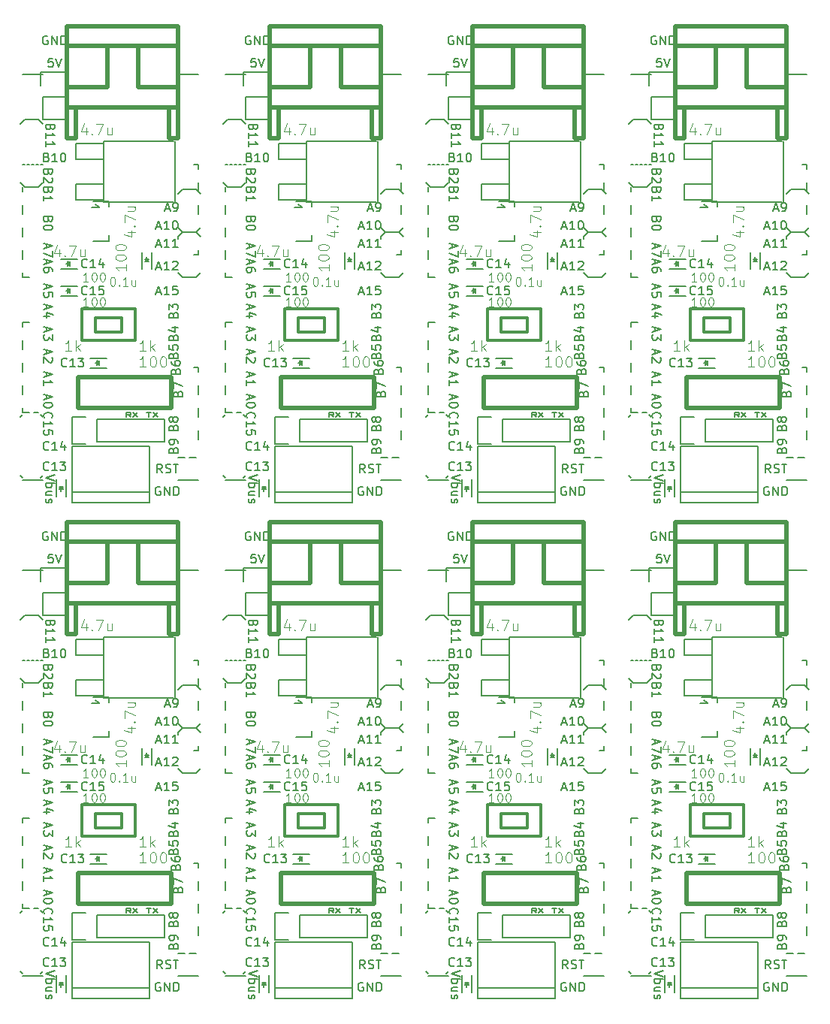
<source format=gbr>
G04 #@! TF.FileFunction,Legend,Top*
%FSLAX46Y46*%
G04 Gerber Fmt 4.6, Leading zero omitted, Abs format (unit mm)*
G04 Created by KiCad (PCBNEW 4.0.7) date 04/07/18 13:13:02*
%MOMM*%
%LPD*%
G01*
G04 APERTURE LIST*
%ADD10C,0.100000*%
%ADD11C,0.200000*%
%ADD12C,0.150000*%
%ADD13C,0.300000*%
%ADD14C,0.500000*%
%ADD15C,0.101600*%
G04 APERTURE END LIST*
D10*
D11*
X93337143Y-124563143D02*
X93289524Y-124610762D01*
X93146667Y-124658381D01*
X93051429Y-124658381D01*
X92908571Y-124610762D01*
X92813333Y-124515524D01*
X92765714Y-124420286D01*
X92718095Y-124229810D01*
X92718095Y-124086952D01*
X92765714Y-123896476D01*
X92813333Y-123801238D01*
X92908571Y-123706000D01*
X93051429Y-123658381D01*
X93146667Y-123658381D01*
X93289524Y-123706000D01*
X93337143Y-123753619D01*
X94289524Y-124658381D02*
X93718095Y-124658381D01*
X94003809Y-124658381D02*
X94003809Y-123658381D01*
X93908571Y-123801238D01*
X93813333Y-123896476D01*
X93718095Y-123944095D01*
X94622857Y-123658381D02*
X95241905Y-123658381D01*
X94908571Y-124039333D01*
X95051429Y-124039333D01*
X95146667Y-124086952D01*
X95194286Y-124134571D01*
X95241905Y-124229810D01*
X95241905Y-124467905D01*
X95194286Y-124563143D01*
X95146667Y-124610762D01*
X95051429Y-124658381D01*
X94765714Y-124658381D01*
X94670476Y-124610762D01*
X94622857Y-124563143D01*
X93337143Y-122277143D02*
X93289524Y-122324762D01*
X93146667Y-122372381D01*
X93051429Y-122372381D01*
X92908571Y-122324762D01*
X92813333Y-122229524D01*
X92765714Y-122134286D01*
X92718095Y-121943810D01*
X92718095Y-121800952D01*
X92765714Y-121610476D01*
X92813333Y-121515238D01*
X92908571Y-121420000D01*
X93051429Y-121372381D01*
X93146667Y-121372381D01*
X93289524Y-121420000D01*
X93337143Y-121467619D01*
X94289524Y-122372381D02*
X93718095Y-122372381D01*
X94003809Y-122372381D02*
X94003809Y-121372381D01*
X93908571Y-121515238D01*
X93813333Y-121610476D01*
X93718095Y-121658095D01*
X95146667Y-121705714D02*
X95146667Y-122372381D01*
X94908571Y-121324762D02*
X94670476Y-122039048D01*
X95289524Y-122039048D01*
X92860857Y-118737143D02*
X92813238Y-118689524D01*
X92765619Y-118546667D01*
X92765619Y-118451429D01*
X92813238Y-118308571D01*
X92908476Y-118213333D01*
X93003714Y-118165714D01*
X93194190Y-118118095D01*
X93337048Y-118118095D01*
X93527524Y-118165714D01*
X93622762Y-118213333D01*
X93718000Y-118308571D01*
X93765619Y-118451429D01*
X93765619Y-118546667D01*
X93718000Y-118689524D01*
X93670381Y-118737143D01*
X92765619Y-119689524D02*
X92765619Y-119118095D01*
X92765619Y-119403809D02*
X93765619Y-119403809D01*
X93622762Y-119308571D01*
X93527524Y-119213333D01*
X93479905Y-119118095D01*
X93765619Y-120594286D02*
X93765619Y-120118095D01*
X93289429Y-120070476D01*
X93337048Y-120118095D01*
X93384667Y-120213333D01*
X93384667Y-120451429D01*
X93337048Y-120546667D01*
X93289429Y-120594286D01*
X93194190Y-120641905D01*
X92956095Y-120641905D01*
X92860857Y-120594286D01*
X92813238Y-120546667D01*
X92765619Y-120451429D01*
X92765619Y-120213333D01*
X92813238Y-120118095D01*
X92860857Y-120070476D01*
X93051333Y-116125714D02*
X93051333Y-116601905D01*
X92765619Y-116030476D02*
X93765619Y-116363809D01*
X92765619Y-116697143D01*
X93765619Y-117220952D02*
X93765619Y-117316191D01*
X93718000Y-117411429D01*
X93670381Y-117459048D01*
X93575143Y-117506667D01*
X93384667Y-117554286D01*
X93146571Y-117554286D01*
X92956095Y-117506667D01*
X92860857Y-117459048D01*
X92813238Y-117411429D01*
X92765619Y-117316191D01*
X92765619Y-117220952D01*
X92813238Y-117125714D01*
X92860857Y-117078095D01*
X92956095Y-117030476D01*
X93146571Y-116982857D01*
X93384667Y-116982857D01*
X93575143Y-117030476D01*
X93670381Y-117078095D01*
X93718000Y-117125714D01*
X93765619Y-117220952D01*
X93051333Y-113585714D02*
X93051333Y-114061905D01*
X92765619Y-113490476D02*
X93765619Y-113823809D01*
X92765619Y-114157143D01*
X92765619Y-115014286D02*
X92765619Y-114442857D01*
X92765619Y-114728571D02*
X93765619Y-114728571D01*
X93622762Y-114633333D01*
X93527524Y-114538095D01*
X93479905Y-114442857D01*
X93051333Y-111045714D02*
X93051333Y-111521905D01*
X92765619Y-110950476D02*
X93765619Y-111283809D01*
X92765619Y-111617143D01*
X93670381Y-111902857D02*
X93718000Y-111950476D01*
X93765619Y-112045714D01*
X93765619Y-112283810D01*
X93718000Y-112379048D01*
X93670381Y-112426667D01*
X93575143Y-112474286D01*
X93479905Y-112474286D01*
X93337048Y-112426667D01*
X92765619Y-111855238D01*
X92765619Y-112474286D01*
X93051333Y-108505714D02*
X93051333Y-108981905D01*
X92765619Y-108410476D02*
X93765619Y-108743809D01*
X92765619Y-109077143D01*
X93765619Y-109315238D02*
X93765619Y-109934286D01*
X93384667Y-109600952D01*
X93384667Y-109743810D01*
X93337048Y-109839048D01*
X93289429Y-109886667D01*
X93194190Y-109934286D01*
X92956095Y-109934286D01*
X92860857Y-109886667D01*
X92813238Y-109839048D01*
X92765619Y-109743810D01*
X92765619Y-109458095D01*
X92813238Y-109362857D01*
X92860857Y-109315238D01*
X93051333Y-105965714D02*
X93051333Y-106441905D01*
X92765619Y-105870476D02*
X93765619Y-106203809D01*
X92765619Y-106537143D01*
X93432286Y-107299048D02*
X92765619Y-107299048D01*
X93813238Y-107060952D02*
X93098952Y-106822857D01*
X93098952Y-107441905D01*
X93051333Y-103679714D02*
X93051333Y-104155905D01*
X92765619Y-103584476D02*
X93765619Y-103917809D01*
X92765619Y-104251143D01*
X93765619Y-105060667D02*
X93765619Y-104584476D01*
X93289429Y-104536857D01*
X93337048Y-104584476D01*
X93384667Y-104679714D01*
X93384667Y-104917810D01*
X93337048Y-105013048D01*
X93289429Y-105060667D01*
X93194190Y-105108286D01*
X92956095Y-105108286D01*
X92860857Y-105060667D01*
X92813238Y-105013048D01*
X92765619Y-104917810D01*
X92765619Y-104679714D01*
X92813238Y-104584476D01*
X92860857Y-104536857D01*
X93051333Y-100885714D02*
X93051333Y-101361905D01*
X92765619Y-100790476D02*
X93765619Y-101123809D01*
X92765619Y-101457143D01*
X93765619Y-102219048D02*
X93765619Y-102028571D01*
X93718000Y-101933333D01*
X93670381Y-101885714D01*
X93527524Y-101790476D01*
X93337048Y-101742857D01*
X92956095Y-101742857D01*
X92860857Y-101790476D01*
X92813238Y-101838095D01*
X92765619Y-101933333D01*
X92765619Y-102123810D01*
X92813238Y-102219048D01*
X92860857Y-102266667D01*
X92956095Y-102314286D01*
X93194190Y-102314286D01*
X93289429Y-102266667D01*
X93337048Y-102219048D01*
X93384667Y-102123810D01*
X93384667Y-101933333D01*
X93337048Y-101838095D01*
X93289429Y-101790476D01*
X93194190Y-101742857D01*
X93051333Y-99107714D02*
X93051333Y-99583905D01*
X92765619Y-99012476D02*
X93765619Y-99345809D01*
X92765619Y-99679143D01*
X93765619Y-99917238D02*
X93765619Y-100583905D01*
X92765619Y-100155333D01*
X93289429Y-96369239D02*
X93241810Y-96512096D01*
X93194190Y-96559715D01*
X93098952Y-96607334D01*
X92956095Y-96607334D01*
X92860857Y-96559715D01*
X92813238Y-96512096D01*
X92765619Y-96416858D01*
X92765619Y-96035905D01*
X93765619Y-96035905D01*
X93765619Y-96369239D01*
X93718000Y-96464477D01*
X93670381Y-96512096D01*
X93575143Y-96559715D01*
X93479905Y-96559715D01*
X93384667Y-96512096D01*
X93337048Y-96464477D01*
X93289429Y-96369239D01*
X93289429Y-96035905D01*
X93765619Y-97226381D02*
X93765619Y-97321620D01*
X93718000Y-97416858D01*
X93670381Y-97464477D01*
X93575143Y-97512096D01*
X93384667Y-97559715D01*
X93146571Y-97559715D01*
X92956095Y-97512096D01*
X92860857Y-97464477D01*
X92813238Y-97416858D01*
X92765619Y-97321620D01*
X92765619Y-97226381D01*
X92813238Y-97131143D01*
X92860857Y-97083524D01*
X92956095Y-97035905D01*
X93146571Y-96988286D01*
X93384667Y-96988286D01*
X93575143Y-97035905D01*
X93670381Y-97083524D01*
X93718000Y-97131143D01*
X93765619Y-97226381D01*
X93289429Y-93067239D02*
X93241810Y-93210096D01*
X93194190Y-93257715D01*
X93098952Y-93305334D01*
X92956095Y-93305334D01*
X92860857Y-93257715D01*
X92813238Y-93210096D01*
X92765619Y-93114858D01*
X92765619Y-92733905D01*
X93765619Y-92733905D01*
X93765619Y-93067239D01*
X93718000Y-93162477D01*
X93670381Y-93210096D01*
X93575143Y-93257715D01*
X93479905Y-93257715D01*
X93384667Y-93210096D01*
X93337048Y-93162477D01*
X93289429Y-93067239D01*
X93289429Y-92733905D01*
X92765619Y-94257715D02*
X92765619Y-93686286D01*
X92765619Y-93972000D02*
X93765619Y-93972000D01*
X93622762Y-93876762D01*
X93527524Y-93781524D01*
X93479905Y-93686286D01*
X93289429Y-91035239D02*
X93241810Y-91178096D01*
X93194190Y-91225715D01*
X93098952Y-91273334D01*
X92956095Y-91273334D01*
X92860857Y-91225715D01*
X92813238Y-91178096D01*
X92765619Y-91082858D01*
X92765619Y-90701905D01*
X93765619Y-90701905D01*
X93765619Y-91035239D01*
X93718000Y-91130477D01*
X93670381Y-91178096D01*
X93575143Y-91225715D01*
X93479905Y-91225715D01*
X93384667Y-91178096D01*
X93337048Y-91130477D01*
X93289429Y-91035239D01*
X93289429Y-90701905D01*
X93670381Y-91654286D02*
X93718000Y-91701905D01*
X93765619Y-91797143D01*
X93765619Y-92035239D01*
X93718000Y-92130477D01*
X93670381Y-92178096D01*
X93575143Y-92225715D01*
X93479905Y-92225715D01*
X93337048Y-92178096D01*
X92765619Y-91606667D01*
X92765619Y-92225715D01*
X93099048Y-89336571D02*
X93241905Y-89384190D01*
X93289524Y-89431810D01*
X93337143Y-89527048D01*
X93337143Y-89669905D01*
X93289524Y-89765143D01*
X93241905Y-89812762D01*
X93146667Y-89860381D01*
X92765714Y-89860381D01*
X92765714Y-88860381D01*
X93099048Y-88860381D01*
X93194286Y-88908000D01*
X93241905Y-88955619D01*
X93289524Y-89050857D01*
X93289524Y-89146095D01*
X93241905Y-89241333D01*
X93194286Y-89288952D01*
X93099048Y-89336571D01*
X92765714Y-89336571D01*
X94289524Y-89860381D02*
X93718095Y-89860381D01*
X94003809Y-89860381D02*
X94003809Y-88860381D01*
X93908571Y-89003238D01*
X93813333Y-89098476D01*
X93718095Y-89146095D01*
X94908571Y-88860381D02*
X95003810Y-88860381D01*
X95099048Y-88908000D01*
X95146667Y-88955619D01*
X95194286Y-89050857D01*
X95241905Y-89241333D01*
X95241905Y-89479429D01*
X95194286Y-89669905D01*
X95146667Y-89765143D01*
X95099048Y-89812762D01*
X95003810Y-89860381D01*
X94908571Y-89860381D01*
X94813333Y-89812762D01*
X94765714Y-89765143D01*
X94718095Y-89669905D01*
X94670476Y-89479429D01*
X94670476Y-89241333D01*
X94718095Y-89050857D01*
X94765714Y-88955619D01*
X94813333Y-88908000D01*
X94908571Y-88860381D01*
X93543429Y-85987048D02*
X93495810Y-86129905D01*
X93448190Y-86177524D01*
X93352952Y-86225143D01*
X93210095Y-86225143D01*
X93114857Y-86177524D01*
X93067238Y-86129905D01*
X93019619Y-86034667D01*
X93019619Y-85653714D01*
X94019619Y-85653714D01*
X94019619Y-85987048D01*
X93972000Y-86082286D01*
X93924381Y-86129905D01*
X93829143Y-86177524D01*
X93733905Y-86177524D01*
X93638667Y-86129905D01*
X93591048Y-86082286D01*
X93543429Y-85987048D01*
X93543429Y-85653714D01*
X93019619Y-87177524D02*
X93019619Y-86606095D01*
X93019619Y-86891809D02*
X94019619Y-86891809D01*
X93876762Y-86796571D01*
X93781524Y-86701333D01*
X93733905Y-86606095D01*
X93019619Y-88129905D02*
X93019619Y-87558476D01*
X93019619Y-87844190D02*
X94019619Y-87844190D01*
X93876762Y-87748952D01*
X93781524Y-87653714D01*
X93733905Y-87558476D01*
X93789524Y-78192381D02*
X93313333Y-78192381D01*
X93265714Y-78668571D01*
X93313333Y-78620952D01*
X93408571Y-78573333D01*
X93646667Y-78573333D01*
X93741905Y-78620952D01*
X93789524Y-78668571D01*
X93837143Y-78763810D01*
X93837143Y-79001905D01*
X93789524Y-79097143D01*
X93741905Y-79144762D01*
X93646667Y-79192381D01*
X93408571Y-79192381D01*
X93313333Y-79144762D01*
X93265714Y-79097143D01*
X94122857Y-78192381D02*
X94456190Y-79192381D01*
X94789524Y-78192381D01*
X93218096Y-75700000D02*
X93122858Y-75652381D01*
X92980001Y-75652381D01*
X92837143Y-75700000D01*
X92741905Y-75795238D01*
X92694286Y-75890476D01*
X92646667Y-76080952D01*
X92646667Y-76223810D01*
X92694286Y-76414286D01*
X92741905Y-76509524D01*
X92837143Y-76604762D01*
X92980001Y-76652381D01*
X93075239Y-76652381D01*
X93218096Y-76604762D01*
X93265715Y-76557143D01*
X93265715Y-76223810D01*
X93075239Y-76223810D01*
X93694286Y-76652381D02*
X93694286Y-75652381D01*
X94265715Y-76652381D01*
X94265715Y-75652381D01*
X94741905Y-76652381D02*
X94741905Y-75652381D01*
X94980000Y-75652381D01*
X95122858Y-75700000D01*
X95218096Y-75795238D01*
X95265715Y-75890476D01*
X95313334Y-76080952D01*
X95313334Y-76223810D01*
X95265715Y-76414286D01*
X95218096Y-76509524D01*
X95122858Y-76604762D01*
X94980000Y-76652381D01*
X94741905Y-76652381D01*
X106132381Y-124912381D02*
X105799047Y-124436190D01*
X105560952Y-124912381D02*
X105560952Y-123912381D01*
X105941905Y-123912381D01*
X106037143Y-123960000D01*
X106084762Y-124007619D01*
X106132381Y-124102857D01*
X106132381Y-124245714D01*
X106084762Y-124340952D01*
X106037143Y-124388571D01*
X105941905Y-124436190D01*
X105560952Y-124436190D01*
X106513333Y-124864762D02*
X106656190Y-124912381D01*
X106894286Y-124912381D01*
X106989524Y-124864762D01*
X107037143Y-124817143D01*
X107084762Y-124721905D01*
X107084762Y-124626667D01*
X107037143Y-124531429D01*
X106989524Y-124483810D01*
X106894286Y-124436190D01*
X106703809Y-124388571D01*
X106608571Y-124340952D01*
X106560952Y-124293333D01*
X106513333Y-124198095D01*
X106513333Y-124102857D01*
X106560952Y-124007619D01*
X106608571Y-123960000D01*
X106703809Y-123912381D01*
X106941905Y-123912381D01*
X107084762Y-123960000D01*
X107370476Y-123912381D02*
X107941905Y-123912381D01*
X107656190Y-124912381D02*
X107656190Y-123912381D01*
X107370571Y-122324761D02*
X107418190Y-122181904D01*
X107465810Y-122134285D01*
X107561048Y-122086666D01*
X107703905Y-122086666D01*
X107799143Y-122134285D01*
X107846762Y-122181904D01*
X107894381Y-122277142D01*
X107894381Y-122658095D01*
X106894381Y-122658095D01*
X106894381Y-122324761D01*
X106942000Y-122229523D01*
X106989619Y-122181904D01*
X107084857Y-122134285D01*
X107180095Y-122134285D01*
X107275333Y-122181904D01*
X107322952Y-122229523D01*
X107370571Y-122324761D01*
X107370571Y-122658095D01*
X107894381Y-121610476D02*
X107894381Y-121420000D01*
X107846762Y-121324761D01*
X107799143Y-121277142D01*
X107656286Y-121181904D01*
X107465810Y-121134285D01*
X107084857Y-121134285D01*
X106989619Y-121181904D01*
X106942000Y-121229523D01*
X106894381Y-121324761D01*
X106894381Y-121515238D01*
X106942000Y-121610476D01*
X106989619Y-121658095D01*
X107084857Y-121705714D01*
X107322952Y-121705714D01*
X107418190Y-121658095D01*
X107465810Y-121610476D01*
X107513429Y-121515238D01*
X107513429Y-121324761D01*
X107465810Y-121229523D01*
X107418190Y-121181904D01*
X107322952Y-121134285D01*
X107370571Y-119784761D02*
X107418190Y-119641904D01*
X107465810Y-119594285D01*
X107561048Y-119546666D01*
X107703905Y-119546666D01*
X107799143Y-119594285D01*
X107846762Y-119641904D01*
X107894381Y-119737142D01*
X107894381Y-120118095D01*
X106894381Y-120118095D01*
X106894381Y-119784761D01*
X106942000Y-119689523D01*
X106989619Y-119641904D01*
X107084857Y-119594285D01*
X107180095Y-119594285D01*
X107275333Y-119641904D01*
X107322952Y-119689523D01*
X107370571Y-119784761D01*
X107370571Y-120118095D01*
X107322952Y-118975238D02*
X107275333Y-119070476D01*
X107227714Y-119118095D01*
X107132476Y-119165714D01*
X107084857Y-119165714D01*
X106989619Y-119118095D01*
X106942000Y-119070476D01*
X106894381Y-118975238D01*
X106894381Y-118784761D01*
X106942000Y-118689523D01*
X106989619Y-118641904D01*
X107084857Y-118594285D01*
X107132476Y-118594285D01*
X107227714Y-118641904D01*
X107275333Y-118689523D01*
X107322952Y-118784761D01*
X107322952Y-118975238D01*
X107370571Y-119070476D01*
X107418190Y-119118095D01*
X107513429Y-119165714D01*
X107703905Y-119165714D01*
X107799143Y-119118095D01*
X107846762Y-119070476D01*
X107894381Y-118975238D01*
X107894381Y-118784761D01*
X107846762Y-118689523D01*
X107799143Y-118641904D01*
X107703905Y-118594285D01*
X107513429Y-118594285D01*
X107418190Y-118641904D01*
X107370571Y-118689523D01*
X107322952Y-118784761D01*
X107878571Y-115974761D02*
X107926190Y-115831904D01*
X107973810Y-115784285D01*
X108069048Y-115736666D01*
X108211905Y-115736666D01*
X108307143Y-115784285D01*
X108354762Y-115831904D01*
X108402381Y-115927142D01*
X108402381Y-116308095D01*
X107402381Y-116308095D01*
X107402381Y-115974761D01*
X107450000Y-115879523D01*
X107497619Y-115831904D01*
X107592857Y-115784285D01*
X107688095Y-115784285D01*
X107783333Y-115831904D01*
X107830952Y-115879523D01*
X107878571Y-115974761D01*
X107878571Y-116308095D01*
X107402381Y-115403333D02*
X107402381Y-114736666D01*
X108402381Y-115165238D01*
X107624571Y-113434761D02*
X107672190Y-113291904D01*
X107719810Y-113244285D01*
X107815048Y-113196666D01*
X107957905Y-113196666D01*
X108053143Y-113244285D01*
X108100762Y-113291904D01*
X108148381Y-113387142D01*
X108148381Y-113768095D01*
X107148381Y-113768095D01*
X107148381Y-113434761D01*
X107196000Y-113339523D01*
X107243619Y-113291904D01*
X107338857Y-113244285D01*
X107434095Y-113244285D01*
X107529333Y-113291904D01*
X107576952Y-113339523D01*
X107624571Y-113434761D01*
X107624571Y-113768095D01*
X107148381Y-112339523D02*
X107148381Y-112530000D01*
X107196000Y-112625238D01*
X107243619Y-112672857D01*
X107386476Y-112768095D01*
X107576952Y-112815714D01*
X107957905Y-112815714D01*
X108053143Y-112768095D01*
X108100762Y-112720476D01*
X108148381Y-112625238D01*
X108148381Y-112434761D01*
X108100762Y-112339523D01*
X108053143Y-112291904D01*
X107957905Y-112244285D01*
X107719810Y-112244285D01*
X107624571Y-112291904D01*
X107576952Y-112339523D01*
X107529333Y-112434761D01*
X107529333Y-112625238D01*
X107576952Y-112720476D01*
X107624571Y-112768095D01*
X107719810Y-112815714D01*
X107370571Y-111656761D02*
X107418190Y-111513904D01*
X107465810Y-111466285D01*
X107561048Y-111418666D01*
X107703905Y-111418666D01*
X107799143Y-111466285D01*
X107846762Y-111513904D01*
X107894381Y-111609142D01*
X107894381Y-111990095D01*
X106894381Y-111990095D01*
X106894381Y-111656761D01*
X106942000Y-111561523D01*
X106989619Y-111513904D01*
X107084857Y-111466285D01*
X107180095Y-111466285D01*
X107275333Y-111513904D01*
X107322952Y-111561523D01*
X107370571Y-111656761D01*
X107370571Y-111990095D01*
X106894381Y-110513904D02*
X106894381Y-110990095D01*
X107370571Y-111037714D01*
X107322952Y-110990095D01*
X107275333Y-110894857D01*
X107275333Y-110656761D01*
X107322952Y-110561523D01*
X107370571Y-110513904D01*
X107465810Y-110466285D01*
X107703905Y-110466285D01*
X107799143Y-110513904D01*
X107846762Y-110561523D01*
X107894381Y-110656761D01*
X107894381Y-110894857D01*
X107846762Y-110990095D01*
X107799143Y-111037714D01*
X107370571Y-109624761D02*
X107418190Y-109481904D01*
X107465810Y-109434285D01*
X107561048Y-109386666D01*
X107703905Y-109386666D01*
X107799143Y-109434285D01*
X107846762Y-109481904D01*
X107894381Y-109577142D01*
X107894381Y-109958095D01*
X106894381Y-109958095D01*
X106894381Y-109624761D01*
X106942000Y-109529523D01*
X106989619Y-109481904D01*
X107084857Y-109434285D01*
X107180095Y-109434285D01*
X107275333Y-109481904D01*
X107322952Y-109529523D01*
X107370571Y-109624761D01*
X107370571Y-109958095D01*
X107227714Y-108529523D02*
X107894381Y-108529523D01*
X106846762Y-108767619D02*
X107561048Y-109005714D01*
X107561048Y-108386666D01*
X107370571Y-107084761D02*
X107418190Y-106941904D01*
X107465810Y-106894285D01*
X107561048Y-106846666D01*
X107703905Y-106846666D01*
X107799143Y-106894285D01*
X107846762Y-106941904D01*
X107894381Y-107037142D01*
X107894381Y-107418095D01*
X106894381Y-107418095D01*
X106894381Y-107084761D01*
X106942000Y-106989523D01*
X106989619Y-106941904D01*
X107084857Y-106894285D01*
X107180095Y-106894285D01*
X107275333Y-106941904D01*
X107322952Y-106989523D01*
X107370571Y-107084761D01*
X107370571Y-107418095D01*
X106894381Y-106513333D02*
X106894381Y-105894285D01*
X107275333Y-106227619D01*
X107275333Y-106084761D01*
X107322952Y-105989523D01*
X107370571Y-105941904D01*
X107465810Y-105894285D01*
X107703905Y-105894285D01*
X107799143Y-105941904D01*
X107846762Y-105989523D01*
X107894381Y-106084761D01*
X107894381Y-106370476D01*
X107846762Y-106465714D01*
X107799143Y-106513333D01*
X105489524Y-104560667D02*
X105965715Y-104560667D01*
X105394286Y-104846381D02*
X105727619Y-103846381D01*
X106060953Y-104846381D01*
X106918096Y-104846381D02*
X106346667Y-104846381D01*
X106632381Y-104846381D02*
X106632381Y-103846381D01*
X106537143Y-103989238D01*
X106441905Y-104084476D01*
X106346667Y-104132095D01*
X107822858Y-103846381D02*
X107346667Y-103846381D01*
X107299048Y-104322571D01*
X107346667Y-104274952D01*
X107441905Y-104227333D01*
X107680001Y-104227333D01*
X107775239Y-104274952D01*
X107822858Y-104322571D01*
X107870477Y-104417810D01*
X107870477Y-104655905D01*
X107822858Y-104751143D01*
X107775239Y-104798762D01*
X107680001Y-104846381D01*
X107441905Y-104846381D01*
X107346667Y-104798762D01*
X107299048Y-104751143D01*
X105489524Y-101766667D02*
X105965715Y-101766667D01*
X105394286Y-102052381D02*
X105727619Y-101052381D01*
X106060953Y-102052381D01*
X106918096Y-102052381D02*
X106346667Y-102052381D01*
X106632381Y-102052381D02*
X106632381Y-101052381D01*
X106537143Y-101195238D01*
X106441905Y-101290476D01*
X106346667Y-101338095D01*
X107299048Y-101147619D02*
X107346667Y-101100000D01*
X107441905Y-101052381D01*
X107680001Y-101052381D01*
X107775239Y-101100000D01*
X107822858Y-101147619D01*
X107870477Y-101242857D01*
X107870477Y-101338095D01*
X107822858Y-101480952D01*
X107251429Y-102052381D01*
X107870477Y-102052381D01*
X105489524Y-99226667D02*
X105965715Y-99226667D01*
X105394286Y-99512381D02*
X105727619Y-98512381D01*
X106060953Y-99512381D01*
X106918096Y-99512381D02*
X106346667Y-99512381D01*
X106632381Y-99512381D02*
X106632381Y-98512381D01*
X106537143Y-98655238D01*
X106441905Y-98750476D01*
X106346667Y-98798095D01*
X107870477Y-99512381D02*
X107299048Y-99512381D01*
X107584762Y-99512381D02*
X107584762Y-98512381D01*
X107489524Y-98655238D01*
X107394286Y-98750476D01*
X107299048Y-98798095D01*
X105489524Y-97194667D02*
X105965715Y-97194667D01*
X105394286Y-97480381D02*
X105727619Y-96480381D01*
X106060953Y-97480381D01*
X106918096Y-97480381D02*
X106346667Y-97480381D01*
X106632381Y-97480381D02*
X106632381Y-96480381D01*
X106537143Y-96623238D01*
X106441905Y-96718476D01*
X106346667Y-96766095D01*
X107537143Y-96480381D02*
X107632382Y-96480381D01*
X107727620Y-96528000D01*
X107775239Y-96575619D01*
X107822858Y-96670857D01*
X107870477Y-96861333D01*
X107870477Y-97099429D01*
X107822858Y-97289905D01*
X107775239Y-97385143D01*
X107727620Y-97432762D01*
X107632382Y-97480381D01*
X107537143Y-97480381D01*
X107441905Y-97432762D01*
X107394286Y-97385143D01*
X107346667Y-97289905D01*
X107299048Y-97099429D01*
X107299048Y-96861333D01*
X107346667Y-96670857D01*
X107394286Y-96575619D01*
X107441905Y-96528000D01*
X107537143Y-96480381D01*
X106473714Y-95162667D02*
X106949905Y-95162667D01*
X106378476Y-95448381D02*
X106711809Y-94448381D01*
X107045143Y-95448381D01*
X107426095Y-95448381D02*
X107616571Y-95448381D01*
X107711810Y-95400762D01*
X107759429Y-95353143D01*
X107854667Y-95210286D01*
X107902286Y-95019810D01*
X107902286Y-94638857D01*
X107854667Y-94543619D01*
X107807048Y-94496000D01*
X107711810Y-94448381D01*
X107521333Y-94448381D01*
X107426095Y-94496000D01*
X107378476Y-94543619D01*
X107330857Y-94638857D01*
X107330857Y-94876952D01*
X107378476Y-94972190D01*
X107426095Y-95019810D01*
X107521333Y-95067429D01*
X107711810Y-95067429D01*
X107807048Y-95019810D01*
X107854667Y-94972190D01*
X107902286Y-94876952D01*
X94019619Y-125103143D02*
X93019619Y-125436476D01*
X94019619Y-125769810D01*
X93019619Y-126103143D02*
X94019619Y-126103143D01*
X93638667Y-126103143D02*
X93686286Y-126198381D01*
X93686286Y-126388858D01*
X93638667Y-126484096D01*
X93591048Y-126531715D01*
X93495810Y-126579334D01*
X93210095Y-126579334D01*
X93114857Y-126531715D01*
X93067238Y-126484096D01*
X93019619Y-126388858D01*
X93019619Y-126198381D01*
X93067238Y-126103143D01*
X93686286Y-127436477D02*
X93019619Y-127436477D01*
X93686286Y-127007905D02*
X93162476Y-127007905D01*
X93067238Y-127055524D01*
X93019619Y-127150762D01*
X93019619Y-127293620D01*
X93067238Y-127388858D01*
X93114857Y-127436477D01*
X93067238Y-127865048D02*
X93019619Y-127960286D01*
X93019619Y-128150762D01*
X93067238Y-128246001D01*
X93162476Y-128293620D01*
X93210095Y-128293620D01*
X93305333Y-128246001D01*
X93352952Y-128150762D01*
X93352952Y-128007905D01*
X93400571Y-127912667D01*
X93495810Y-127865048D01*
X93543429Y-127865048D01*
X93638667Y-127912667D01*
X93686286Y-128007905D01*
X93686286Y-128150762D01*
X93638667Y-128246001D01*
X105918096Y-126500000D02*
X105822858Y-126452381D01*
X105680001Y-126452381D01*
X105537143Y-126500000D01*
X105441905Y-126595238D01*
X105394286Y-126690476D01*
X105346667Y-126880952D01*
X105346667Y-127023810D01*
X105394286Y-127214286D01*
X105441905Y-127309524D01*
X105537143Y-127404762D01*
X105680001Y-127452381D01*
X105775239Y-127452381D01*
X105918096Y-127404762D01*
X105965715Y-127357143D01*
X105965715Y-127023810D01*
X105775239Y-127023810D01*
X106394286Y-127452381D02*
X106394286Y-126452381D01*
X106965715Y-127452381D01*
X106965715Y-126452381D01*
X107441905Y-127452381D02*
X107441905Y-126452381D01*
X107680000Y-126452381D01*
X107822858Y-126500000D01*
X107918096Y-126595238D01*
X107965715Y-126690476D01*
X108013334Y-126880952D01*
X108013334Y-127023810D01*
X107965715Y-127214286D01*
X107918096Y-127309524D01*
X107822858Y-127404762D01*
X107680000Y-127452381D01*
X107441905Y-127452381D01*
X90424000Y-107950000D02*
X91186000Y-107950000D01*
X91186000Y-102870000D02*
X90424000Y-102870000D01*
X90424000Y-118110000D02*
X91186000Y-118110000D01*
X97655143Y-104751143D02*
X97607524Y-104798762D01*
X97464667Y-104846381D01*
X97369429Y-104846381D01*
X97226571Y-104798762D01*
X97131333Y-104703524D01*
X97083714Y-104608286D01*
X97036095Y-104417810D01*
X97036095Y-104274952D01*
X97083714Y-104084476D01*
X97131333Y-103989238D01*
X97226571Y-103894000D01*
X97369429Y-103846381D01*
X97464667Y-103846381D01*
X97607524Y-103894000D01*
X97655143Y-103941619D01*
X98607524Y-104846381D02*
X98036095Y-104846381D01*
X98321809Y-104846381D02*
X98321809Y-103846381D01*
X98226571Y-103989238D01*
X98131333Y-104084476D01*
X98036095Y-104132095D01*
X99512286Y-103846381D02*
X99036095Y-103846381D01*
X98988476Y-104322571D01*
X99036095Y-104274952D01*
X99131333Y-104227333D01*
X99369429Y-104227333D01*
X99464667Y-104274952D01*
X99512286Y-104322571D01*
X99559905Y-104417810D01*
X99559905Y-104655905D01*
X99512286Y-104751143D01*
X99464667Y-104798762D01*
X99369429Y-104846381D01*
X99131333Y-104846381D01*
X99036095Y-104798762D01*
X98988476Y-104751143D01*
X97655143Y-101703143D02*
X97607524Y-101750762D01*
X97464667Y-101798381D01*
X97369429Y-101798381D01*
X97226571Y-101750762D01*
X97131333Y-101655524D01*
X97083714Y-101560286D01*
X97036095Y-101369810D01*
X97036095Y-101226952D01*
X97083714Y-101036476D01*
X97131333Y-100941238D01*
X97226571Y-100846000D01*
X97369429Y-100798381D01*
X97464667Y-100798381D01*
X97607524Y-100846000D01*
X97655143Y-100893619D01*
X98607524Y-101798381D02*
X98036095Y-101798381D01*
X98321809Y-101798381D02*
X98321809Y-100798381D01*
X98226571Y-100941238D01*
X98131333Y-101036476D01*
X98036095Y-101084095D01*
X99464667Y-101131714D02*
X99464667Y-101798381D01*
X99226571Y-100750762D02*
X98988476Y-101465048D01*
X99607524Y-101465048D01*
X95369143Y-112879143D02*
X95321524Y-112926762D01*
X95178667Y-112974381D01*
X95083429Y-112974381D01*
X94940571Y-112926762D01*
X94845333Y-112831524D01*
X94797714Y-112736286D01*
X94750095Y-112545810D01*
X94750095Y-112402952D01*
X94797714Y-112212476D01*
X94845333Y-112117238D01*
X94940571Y-112022000D01*
X95083429Y-111974381D01*
X95178667Y-111974381D01*
X95321524Y-112022000D01*
X95369143Y-112069619D01*
X96321524Y-112974381D02*
X95750095Y-112974381D01*
X96035809Y-112974381D02*
X96035809Y-111974381D01*
X95940571Y-112117238D01*
X95845333Y-112212476D01*
X95750095Y-112260095D01*
X96654857Y-111974381D02*
X97273905Y-111974381D01*
X96940571Y-112355333D01*
X97083429Y-112355333D01*
X97178667Y-112402952D01*
X97226286Y-112450571D01*
X97273905Y-112545810D01*
X97273905Y-112783905D01*
X97226286Y-112879143D01*
X97178667Y-112926762D01*
X97083429Y-112974381D01*
X96797714Y-112974381D01*
X96702476Y-112926762D01*
X96654857Y-112879143D01*
X110490000Y-98298000D02*
X109982000Y-97790000D01*
X110490000Y-102362000D02*
X109982000Y-102870000D01*
X109982000Y-97790000D02*
X110490000Y-97282000D01*
X109982000Y-92964000D02*
X110490000Y-93472000D01*
X109982000Y-92964000D02*
X108458000Y-92964000D01*
X108458000Y-92964000D02*
X107950000Y-93472000D01*
X109982000Y-97790000D02*
X108458000Y-97790000D01*
X108458000Y-97790000D02*
X107950000Y-97282000D01*
X108458000Y-97790000D02*
X107950000Y-98298000D01*
X107950000Y-98298000D02*
X107950000Y-98552000D01*
X109982000Y-102870000D02*
X108458000Y-102870000D01*
X108458000Y-102870000D02*
X107950000Y-102362000D01*
X90170000Y-92202000D02*
X90678000Y-92710000D01*
X90678000Y-92710000D02*
X92202000Y-92710000D01*
X92202000Y-92710000D02*
X92710000Y-92202000D01*
X90170000Y-85598000D02*
X90678000Y-85090000D01*
X90678000Y-85090000D02*
X92202000Y-85090000D01*
X92202000Y-85090000D02*
X92710000Y-85598000D01*
X90424000Y-90170000D02*
X90678000Y-90170000D01*
X90932000Y-90170000D02*
X91186000Y-90170000D01*
X91694000Y-90170000D02*
X91440000Y-90170000D01*
X91948000Y-90170000D02*
X92202000Y-90170000D01*
X92456000Y-90170000D02*
X92710000Y-90170000D01*
X92710000Y-80010000D02*
X90424000Y-80010000D01*
X107950000Y-80010000D02*
X110236000Y-80010000D01*
X92710000Y-125730000D02*
X90424000Y-125730000D01*
X107950000Y-125730000D02*
X110236000Y-125730000D01*
X107950000Y-123190000D02*
X108712000Y-123190000D01*
X109220000Y-123190000D02*
X109982000Y-123190000D01*
X110236000Y-113538000D02*
X110236000Y-113030000D01*
X110236000Y-115062000D02*
X110236000Y-116078000D01*
X110236000Y-117602000D02*
X110236000Y-118618000D01*
X110236000Y-120142000D02*
X110236000Y-121158000D01*
X110236000Y-113030000D02*
X109728000Y-113030000D01*
X90424000Y-107950000D02*
X90424000Y-108458000D01*
X90424000Y-109982000D02*
X90424000Y-110998000D01*
X90424000Y-112522000D02*
X90424000Y-113538000D01*
X90424000Y-115062000D02*
X90424000Y-116078000D01*
X90424000Y-118110000D02*
X90424000Y-117602000D01*
X90424000Y-102870000D02*
X90424000Y-102362000D01*
X90424000Y-100838000D02*
X90424000Y-99822000D01*
X90424000Y-98298000D02*
X90424000Y-97282000D01*
X90424000Y-95758000D02*
X90424000Y-94742000D01*
X90424000Y-93218000D02*
X90424000Y-92710000D01*
X92710000Y-125222000D02*
X92456000Y-125476000D01*
X90170000Y-125222000D02*
X90424000Y-125476000D01*
X90170000Y-118618000D02*
X90424000Y-118364000D01*
X92710000Y-118618000D02*
X92456000Y-118364000D01*
X92202000Y-118110000D02*
X91694000Y-118110000D01*
X110236000Y-90170000D02*
X110236000Y-90678000D01*
X110236000Y-90170000D02*
X109728000Y-90170000D01*
X110236000Y-92202000D02*
X110236000Y-93218000D01*
X110236000Y-94742000D02*
X110236000Y-95758000D01*
X110236000Y-99822000D02*
X110236000Y-100330000D01*
X110236000Y-100330000D02*
X109728000Y-100330000D01*
X104648000Y-118110000D02*
X104648000Y-118618000D01*
X104394000Y-118110000D02*
X104902000Y-118110000D01*
X105156000Y-118110000D02*
X105664000Y-118618000D01*
X105156000Y-118618000D02*
X105664000Y-118110000D01*
X102108000Y-118110000D02*
X102108000Y-118618000D01*
X102362000Y-118364000D02*
X102616000Y-118618000D01*
X102108000Y-118364000D02*
X102362000Y-118364000D01*
X102108000Y-118110000D02*
X102616000Y-118110000D01*
X102616000Y-118110000D02*
X102616000Y-118364000D01*
X102616000Y-118364000D02*
X102362000Y-118364000D01*
X102870000Y-118110000D02*
X103378000Y-118618000D01*
X102870000Y-118618000D02*
X103378000Y-118110000D01*
X70477143Y-124563143D02*
X70429524Y-124610762D01*
X70286667Y-124658381D01*
X70191429Y-124658381D01*
X70048571Y-124610762D01*
X69953333Y-124515524D01*
X69905714Y-124420286D01*
X69858095Y-124229810D01*
X69858095Y-124086952D01*
X69905714Y-123896476D01*
X69953333Y-123801238D01*
X70048571Y-123706000D01*
X70191429Y-123658381D01*
X70286667Y-123658381D01*
X70429524Y-123706000D01*
X70477143Y-123753619D01*
X71429524Y-124658381D02*
X70858095Y-124658381D01*
X71143809Y-124658381D02*
X71143809Y-123658381D01*
X71048571Y-123801238D01*
X70953333Y-123896476D01*
X70858095Y-123944095D01*
X71762857Y-123658381D02*
X72381905Y-123658381D01*
X72048571Y-124039333D01*
X72191429Y-124039333D01*
X72286667Y-124086952D01*
X72334286Y-124134571D01*
X72381905Y-124229810D01*
X72381905Y-124467905D01*
X72334286Y-124563143D01*
X72286667Y-124610762D01*
X72191429Y-124658381D01*
X71905714Y-124658381D01*
X71810476Y-124610762D01*
X71762857Y-124563143D01*
X70477143Y-122277143D02*
X70429524Y-122324762D01*
X70286667Y-122372381D01*
X70191429Y-122372381D01*
X70048571Y-122324762D01*
X69953333Y-122229524D01*
X69905714Y-122134286D01*
X69858095Y-121943810D01*
X69858095Y-121800952D01*
X69905714Y-121610476D01*
X69953333Y-121515238D01*
X70048571Y-121420000D01*
X70191429Y-121372381D01*
X70286667Y-121372381D01*
X70429524Y-121420000D01*
X70477143Y-121467619D01*
X71429524Y-122372381D02*
X70858095Y-122372381D01*
X71143809Y-122372381D02*
X71143809Y-121372381D01*
X71048571Y-121515238D01*
X70953333Y-121610476D01*
X70858095Y-121658095D01*
X72286667Y-121705714D02*
X72286667Y-122372381D01*
X72048571Y-121324762D02*
X71810476Y-122039048D01*
X72429524Y-122039048D01*
X70000857Y-118737143D02*
X69953238Y-118689524D01*
X69905619Y-118546667D01*
X69905619Y-118451429D01*
X69953238Y-118308571D01*
X70048476Y-118213333D01*
X70143714Y-118165714D01*
X70334190Y-118118095D01*
X70477048Y-118118095D01*
X70667524Y-118165714D01*
X70762762Y-118213333D01*
X70858000Y-118308571D01*
X70905619Y-118451429D01*
X70905619Y-118546667D01*
X70858000Y-118689524D01*
X70810381Y-118737143D01*
X69905619Y-119689524D02*
X69905619Y-119118095D01*
X69905619Y-119403809D02*
X70905619Y-119403809D01*
X70762762Y-119308571D01*
X70667524Y-119213333D01*
X70619905Y-119118095D01*
X70905619Y-120594286D02*
X70905619Y-120118095D01*
X70429429Y-120070476D01*
X70477048Y-120118095D01*
X70524667Y-120213333D01*
X70524667Y-120451429D01*
X70477048Y-120546667D01*
X70429429Y-120594286D01*
X70334190Y-120641905D01*
X70096095Y-120641905D01*
X70000857Y-120594286D01*
X69953238Y-120546667D01*
X69905619Y-120451429D01*
X69905619Y-120213333D01*
X69953238Y-120118095D01*
X70000857Y-120070476D01*
X70191333Y-116125714D02*
X70191333Y-116601905D01*
X69905619Y-116030476D02*
X70905619Y-116363809D01*
X69905619Y-116697143D01*
X70905619Y-117220952D02*
X70905619Y-117316191D01*
X70858000Y-117411429D01*
X70810381Y-117459048D01*
X70715143Y-117506667D01*
X70524667Y-117554286D01*
X70286571Y-117554286D01*
X70096095Y-117506667D01*
X70000857Y-117459048D01*
X69953238Y-117411429D01*
X69905619Y-117316191D01*
X69905619Y-117220952D01*
X69953238Y-117125714D01*
X70000857Y-117078095D01*
X70096095Y-117030476D01*
X70286571Y-116982857D01*
X70524667Y-116982857D01*
X70715143Y-117030476D01*
X70810381Y-117078095D01*
X70858000Y-117125714D01*
X70905619Y-117220952D01*
X70191333Y-113585714D02*
X70191333Y-114061905D01*
X69905619Y-113490476D02*
X70905619Y-113823809D01*
X69905619Y-114157143D01*
X69905619Y-115014286D02*
X69905619Y-114442857D01*
X69905619Y-114728571D02*
X70905619Y-114728571D01*
X70762762Y-114633333D01*
X70667524Y-114538095D01*
X70619905Y-114442857D01*
X70191333Y-111045714D02*
X70191333Y-111521905D01*
X69905619Y-110950476D02*
X70905619Y-111283809D01*
X69905619Y-111617143D01*
X70810381Y-111902857D02*
X70858000Y-111950476D01*
X70905619Y-112045714D01*
X70905619Y-112283810D01*
X70858000Y-112379048D01*
X70810381Y-112426667D01*
X70715143Y-112474286D01*
X70619905Y-112474286D01*
X70477048Y-112426667D01*
X69905619Y-111855238D01*
X69905619Y-112474286D01*
X70191333Y-108505714D02*
X70191333Y-108981905D01*
X69905619Y-108410476D02*
X70905619Y-108743809D01*
X69905619Y-109077143D01*
X70905619Y-109315238D02*
X70905619Y-109934286D01*
X70524667Y-109600952D01*
X70524667Y-109743810D01*
X70477048Y-109839048D01*
X70429429Y-109886667D01*
X70334190Y-109934286D01*
X70096095Y-109934286D01*
X70000857Y-109886667D01*
X69953238Y-109839048D01*
X69905619Y-109743810D01*
X69905619Y-109458095D01*
X69953238Y-109362857D01*
X70000857Y-109315238D01*
X70191333Y-105965714D02*
X70191333Y-106441905D01*
X69905619Y-105870476D02*
X70905619Y-106203809D01*
X69905619Y-106537143D01*
X70572286Y-107299048D02*
X69905619Y-107299048D01*
X70953238Y-107060952D02*
X70238952Y-106822857D01*
X70238952Y-107441905D01*
X70191333Y-103679714D02*
X70191333Y-104155905D01*
X69905619Y-103584476D02*
X70905619Y-103917809D01*
X69905619Y-104251143D01*
X70905619Y-105060667D02*
X70905619Y-104584476D01*
X70429429Y-104536857D01*
X70477048Y-104584476D01*
X70524667Y-104679714D01*
X70524667Y-104917810D01*
X70477048Y-105013048D01*
X70429429Y-105060667D01*
X70334190Y-105108286D01*
X70096095Y-105108286D01*
X70000857Y-105060667D01*
X69953238Y-105013048D01*
X69905619Y-104917810D01*
X69905619Y-104679714D01*
X69953238Y-104584476D01*
X70000857Y-104536857D01*
X70191333Y-100885714D02*
X70191333Y-101361905D01*
X69905619Y-100790476D02*
X70905619Y-101123809D01*
X69905619Y-101457143D01*
X70905619Y-102219048D02*
X70905619Y-102028571D01*
X70858000Y-101933333D01*
X70810381Y-101885714D01*
X70667524Y-101790476D01*
X70477048Y-101742857D01*
X70096095Y-101742857D01*
X70000857Y-101790476D01*
X69953238Y-101838095D01*
X69905619Y-101933333D01*
X69905619Y-102123810D01*
X69953238Y-102219048D01*
X70000857Y-102266667D01*
X70096095Y-102314286D01*
X70334190Y-102314286D01*
X70429429Y-102266667D01*
X70477048Y-102219048D01*
X70524667Y-102123810D01*
X70524667Y-101933333D01*
X70477048Y-101838095D01*
X70429429Y-101790476D01*
X70334190Y-101742857D01*
X70191333Y-99107714D02*
X70191333Y-99583905D01*
X69905619Y-99012476D02*
X70905619Y-99345809D01*
X69905619Y-99679143D01*
X70905619Y-99917238D02*
X70905619Y-100583905D01*
X69905619Y-100155333D01*
X70429429Y-96369239D02*
X70381810Y-96512096D01*
X70334190Y-96559715D01*
X70238952Y-96607334D01*
X70096095Y-96607334D01*
X70000857Y-96559715D01*
X69953238Y-96512096D01*
X69905619Y-96416858D01*
X69905619Y-96035905D01*
X70905619Y-96035905D01*
X70905619Y-96369239D01*
X70858000Y-96464477D01*
X70810381Y-96512096D01*
X70715143Y-96559715D01*
X70619905Y-96559715D01*
X70524667Y-96512096D01*
X70477048Y-96464477D01*
X70429429Y-96369239D01*
X70429429Y-96035905D01*
X70905619Y-97226381D02*
X70905619Y-97321620D01*
X70858000Y-97416858D01*
X70810381Y-97464477D01*
X70715143Y-97512096D01*
X70524667Y-97559715D01*
X70286571Y-97559715D01*
X70096095Y-97512096D01*
X70000857Y-97464477D01*
X69953238Y-97416858D01*
X69905619Y-97321620D01*
X69905619Y-97226381D01*
X69953238Y-97131143D01*
X70000857Y-97083524D01*
X70096095Y-97035905D01*
X70286571Y-96988286D01*
X70524667Y-96988286D01*
X70715143Y-97035905D01*
X70810381Y-97083524D01*
X70858000Y-97131143D01*
X70905619Y-97226381D01*
X70429429Y-93067239D02*
X70381810Y-93210096D01*
X70334190Y-93257715D01*
X70238952Y-93305334D01*
X70096095Y-93305334D01*
X70000857Y-93257715D01*
X69953238Y-93210096D01*
X69905619Y-93114858D01*
X69905619Y-92733905D01*
X70905619Y-92733905D01*
X70905619Y-93067239D01*
X70858000Y-93162477D01*
X70810381Y-93210096D01*
X70715143Y-93257715D01*
X70619905Y-93257715D01*
X70524667Y-93210096D01*
X70477048Y-93162477D01*
X70429429Y-93067239D01*
X70429429Y-92733905D01*
X69905619Y-94257715D02*
X69905619Y-93686286D01*
X69905619Y-93972000D02*
X70905619Y-93972000D01*
X70762762Y-93876762D01*
X70667524Y-93781524D01*
X70619905Y-93686286D01*
X70429429Y-91035239D02*
X70381810Y-91178096D01*
X70334190Y-91225715D01*
X70238952Y-91273334D01*
X70096095Y-91273334D01*
X70000857Y-91225715D01*
X69953238Y-91178096D01*
X69905619Y-91082858D01*
X69905619Y-90701905D01*
X70905619Y-90701905D01*
X70905619Y-91035239D01*
X70858000Y-91130477D01*
X70810381Y-91178096D01*
X70715143Y-91225715D01*
X70619905Y-91225715D01*
X70524667Y-91178096D01*
X70477048Y-91130477D01*
X70429429Y-91035239D01*
X70429429Y-90701905D01*
X70810381Y-91654286D02*
X70858000Y-91701905D01*
X70905619Y-91797143D01*
X70905619Y-92035239D01*
X70858000Y-92130477D01*
X70810381Y-92178096D01*
X70715143Y-92225715D01*
X70619905Y-92225715D01*
X70477048Y-92178096D01*
X69905619Y-91606667D01*
X69905619Y-92225715D01*
X70239048Y-89336571D02*
X70381905Y-89384190D01*
X70429524Y-89431810D01*
X70477143Y-89527048D01*
X70477143Y-89669905D01*
X70429524Y-89765143D01*
X70381905Y-89812762D01*
X70286667Y-89860381D01*
X69905714Y-89860381D01*
X69905714Y-88860381D01*
X70239048Y-88860381D01*
X70334286Y-88908000D01*
X70381905Y-88955619D01*
X70429524Y-89050857D01*
X70429524Y-89146095D01*
X70381905Y-89241333D01*
X70334286Y-89288952D01*
X70239048Y-89336571D01*
X69905714Y-89336571D01*
X71429524Y-89860381D02*
X70858095Y-89860381D01*
X71143809Y-89860381D02*
X71143809Y-88860381D01*
X71048571Y-89003238D01*
X70953333Y-89098476D01*
X70858095Y-89146095D01*
X72048571Y-88860381D02*
X72143810Y-88860381D01*
X72239048Y-88908000D01*
X72286667Y-88955619D01*
X72334286Y-89050857D01*
X72381905Y-89241333D01*
X72381905Y-89479429D01*
X72334286Y-89669905D01*
X72286667Y-89765143D01*
X72239048Y-89812762D01*
X72143810Y-89860381D01*
X72048571Y-89860381D01*
X71953333Y-89812762D01*
X71905714Y-89765143D01*
X71858095Y-89669905D01*
X71810476Y-89479429D01*
X71810476Y-89241333D01*
X71858095Y-89050857D01*
X71905714Y-88955619D01*
X71953333Y-88908000D01*
X72048571Y-88860381D01*
X70683429Y-85987048D02*
X70635810Y-86129905D01*
X70588190Y-86177524D01*
X70492952Y-86225143D01*
X70350095Y-86225143D01*
X70254857Y-86177524D01*
X70207238Y-86129905D01*
X70159619Y-86034667D01*
X70159619Y-85653714D01*
X71159619Y-85653714D01*
X71159619Y-85987048D01*
X71112000Y-86082286D01*
X71064381Y-86129905D01*
X70969143Y-86177524D01*
X70873905Y-86177524D01*
X70778667Y-86129905D01*
X70731048Y-86082286D01*
X70683429Y-85987048D01*
X70683429Y-85653714D01*
X70159619Y-87177524D02*
X70159619Y-86606095D01*
X70159619Y-86891809D02*
X71159619Y-86891809D01*
X71016762Y-86796571D01*
X70921524Y-86701333D01*
X70873905Y-86606095D01*
X70159619Y-88129905D02*
X70159619Y-87558476D01*
X70159619Y-87844190D02*
X71159619Y-87844190D01*
X71016762Y-87748952D01*
X70921524Y-87653714D01*
X70873905Y-87558476D01*
X70929524Y-78192381D02*
X70453333Y-78192381D01*
X70405714Y-78668571D01*
X70453333Y-78620952D01*
X70548571Y-78573333D01*
X70786667Y-78573333D01*
X70881905Y-78620952D01*
X70929524Y-78668571D01*
X70977143Y-78763810D01*
X70977143Y-79001905D01*
X70929524Y-79097143D01*
X70881905Y-79144762D01*
X70786667Y-79192381D01*
X70548571Y-79192381D01*
X70453333Y-79144762D01*
X70405714Y-79097143D01*
X71262857Y-78192381D02*
X71596190Y-79192381D01*
X71929524Y-78192381D01*
X70358096Y-75700000D02*
X70262858Y-75652381D01*
X70120001Y-75652381D01*
X69977143Y-75700000D01*
X69881905Y-75795238D01*
X69834286Y-75890476D01*
X69786667Y-76080952D01*
X69786667Y-76223810D01*
X69834286Y-76414286D01*
X69881905Y-76509524D01*
X69977143Y-76604762D01*
X70120001Y-76652381D01*
X70215239Y-76652381D01*
X70358096Y-76604762D01*
X70405715Y-76557143D01*
X70405715Y-76223810D01*
X70215239Y-76223810D01*
X70834286Y-76652381D02*
X70834286Y-75652381D01*
X71405715Y-76652381D01*
X71405715Y-75652381D01*
X71881905Y-76652381D02*
X71881905Y-75652381D01*
X72120000Y-75652381D01*
X72262858Y-75700000D01*
X72358096Y-75795238D01*
X72405715Y-75890476D01*
X72453334Y-76080952D01*
X72453334Y-76223810D01*
X72405715Y-76414286D01*
X72358096Y-76509524D01*
X72262858Y-76604762D01*
X72120000Y-76652381D01*
X71881905Y-76652381D01*
X83272381Y-124912381D02*
X82939047Y-124436190D01*
X82700952Y-124912381D02*
X82700952Y-123912381D01*
X83081905Y-123912381D01*
X83177143Y-123960000D01*
X83224762Y-124007619D01*
X83272381Y-124102857D01*
X83272381Y-124245714D01*
X83224762Y-124340952D01*
X83177143Y-124388571D01*
X83081905Y-124436190D01*
X82700952Y-124436190D01*
X83653333Y-124864762D02*
X83796190Y-124912381D01*
X84034286Y-124912381D01*
X84129524Y-124864762D01*
X84177143Y-124817143D01*
X84224762Y-124721905D01*
X84224762Y-124626667D01*
X84177143Y-124531429D01*
X84129524Y-124483810D01*
X84034286Y-124436190D01*
X83843809Y-124388571D01*
X83748571Y-124340952D01*
X83700952Y-124293333D01*
X83653333Y-124198095D01*
X83653333Y-124102857D01*
X83700952Y-124007619D01*
X83748571Y-123960000D01*
X83843809Y-123912381D01*
X84081905Y-123912381D01*
X84224762Y-123960000D01*
X84510476Y-123912381D02*
X85081905Y-123912381D01*
X84796190Y-124912381D02*
X84796190Y-123912381D01*
X84510571Y-122324761D02*
X84558190Y-122181904D01*
X84605810Y-122134285D01*
X84701048Y-122086666D01*
X84843905Y-122086666D01*
X84939143Y-122134285D01*
X84986762Y-122181904D01*
X85034381Y-122277142D01*
X85034381Y-122658095D01*
X84034381Y-122658095D01*
X84034381Y-122324761D01*
X84082000Y-122229523D01*
X84129619Y-122181904D01*
X84224857Y-122134285D01*
X84320095Y-122134285D01*
X84415333Y-122181904D01*
X84462952Y-122229523D01*
X84510571Y-122324761D01*
X84510571Y-122658095D01*
X85034381Y-121610476D02*
X85034381Y-121420000D01*
X84986762Y-121324761D01*
X84939143Y-121277142D01*
X84796286Y-121181904D01*
X84605810Y-121134285D01*
X84224857Y-121134285D01*
X84129619Y-121181904D01*
X84082000Y-121229523D01*
X84034381Y-121324761D01*
X84034381Y-121515238D01*
X84082000Y-121610476D01*
X84129619Y-121658095D01*
X84224857Y-121705714D01*
X84462952Y-121705714D01*
X84558190Y-121658095D01*
X84605810Y-121610476D01*
X84653429Y-121515238D01*
X84653429Y-121324761D01*
X84605810Y-121229523D01*
X84558190Y-121181904D01*
X84462952Y-121134285D01*
X84510571Y-119784761D02*
X84558190Y-119641904D01*
X84605810Y-119594285D01*
X84701048Y-119546666D01*
X84843905Y-119546666D01*
X84939143Y-119594285D01*
X84986762Y-119641904D01*
X85034381Y-119737142D01*
X85034381Y-120118095D01*
X84034381Y-120118095D01*
X84034381Y-119784761D01*
X84082000Y-119689523D01*
X84129619Y-119641904D01*
X84224857Y-119594285D01*
X84320095Y-119594285D01*
X84415333Y-119641904D01*
X84462952Y-119689523D01*
X84510571Y-119784761D01*
X84510571Y-120118095D01*
X84462952Y-118975238D02*
X84415333Y-119070476D01*
X84367714Y-119118095D01*
X84272476Y-119165714D01*
X84224857Y-119165714D01*
X84129619Y-119118095D01*
X84082000Y-119070476D01*
X84034381Y-118975238D01*
X84034381Y-118784761D01*
X84082000Y-118689523D01*
X84129619Y-118641904D01*
X84224857Y-118594285D01*
X84272476Y-118594285D01*
X84367714Y-118641904D01*
X84415333Y-118689523D01*
X84462952Y-118784761D01*
X84462952Y-118975238D01*
X84510571Y-119070476D01*
X84558190Y-119118095D01*
X84653429Y-119165714D01*
X84843905Y-119165714D01*
X84939143Y-119118095D01*
X84986762Y-119070476D01*
X85034381Y-118975238D01*
X85034381Y-118784761D01*
X84986762Y-118689523D01*
X84939143Y-118641904D01*
X84843905Y-118594285D01*
X84653429Y-118594285D01*
X84558190Y-118641904D01*
X84510571Y-118689523D01*
X84462952Y-118784761D01*
X85018571Y-115974761D02*
X85066190Y-115831904D01*
X85113810Y-115784285D01*
X85209048Y-115736666D01*
X85351905Y-115736666D01*
X85447143Y-115784285D01*
X85494762Y-115831904D01*
X85542381Y-115927142D01*
X85542381Y-116308095D01*
X84542381Y-116308095D01*
X84542381Y-115974761D01*
X84590000Y-115879523D01*
X84637619Y-115831904D01*
X84732857Y-115784285D01*
X84828095Y-115784285D01*
X84923333Y-115831904D01*
X84970952Y-115879523D01*
X85018571Y-115974761D01*
X85018571Y-116308095D01*
X84542381Y-115403333D02*
X84542381Y-114736666D01*
X85542381Y-115165238D01*
X84764571Y-113434761D02*
X84812190Y-113291904D01*
X84859810Y-113244285D01*
X84955048Y-113196666D01*
X85097905Y-113196666D01*
X85193143Y-113244285D01*
X85240762Y-113291904D01*
X85288381Y-113387142D01*
X85288381Y-113768095D01*
X84288381Y-113768095D01*
X84288381Y-113434761D01*
X84336000Y-113339523D01*
X84383619Y-113291904D01*
X84478857Y-113244285D01*
X84574095Y-113244285D01*
X84669333Y-113291904D01*
X84716952Y-113339523D01*
X84764571Y-113434761D01*
X84764571Y-113768095D01*
X84288381Y-112339523D02*
X84288381Y-112530000D01*
X84336000Y-112625238D01*
X84383619Y-112672857D01*
X84526476Y-112768095D01*
X84716952Y-112815714D01*
X85097905Y-112815714D01*
X85193143Y-112768095D01*
X85240762Y-112720476D01*
X85288381Y-112625238D01*
X85288381Y-112434761D01*
X85240762Y-112339523D01*
X85193143Y-112291904D01*
X85097905Y-112244285D01*
X84859810Y-112244285D01*
X84764571Y-112291904D01*
X84716952Y-112339523D01*
X84669333Y-112434761D01*
X84669333Y-112625238D01*
X84716952Y-112720476D01*
X84764571Y-112768095D01*
X84859810Y-112815714D01*
X84510571Y-111656761D02*
X84558190Y-111513904D01*
X84605810Y-111466285D01*
X84701048Y-111418666D01*
X84843905Y-111418666D01*
X84939143Y-111466285D01*
X84986762Y-111513904D01*
X85034381Y-111609142D01*
X85034381Y-111990095D01*
X84034381Y-111990095D01*
X84034381Y-111656761D01*
X84082000Y-111561523D01*
X84129619Y-111513904D01*
X84224857Y-111466285D01*
X84320095Y-111466285D01*
X84415333Y-111513904D01*
X84462952Y-111561523D01*
X84510571Y-111656761D01*
X84510571Y-111990095D01*
X84034381Y-110513904D02*
X84034381Y-110990095D01*
X84510571Y-111037714D01*
X84462952Y-110990095D01*
X84415333Y-110894857D01*
X84415333Y-110656761D01*
X84462952Y-110561523D01*
X84510571Y-110513904D01*
X84605810Y-110466285D01*
X84843905Y-110466285D01*
X84939143Y-110513904D01*
X84986762Y-110561523D01*
X85034381Y-110656761D01*
X85034381Y-110894857D01*
X84986762Y-110990095D01*
X84939143Y-111037714D01*
X84510571Y-109624761D02*
X84558190Y-109481904D01*
X84605810Y-109434285D01*
X84701048Y-109386666D01*
X84843905Y-109386666D01*
X84939143Y-109434285D01*
X84986762Y-109481904D01*
X85034381Y-109577142D01*
X85034381Y-109958095D01*
X84034381Y-109958095D01*
X84034381Y-109624761D01*
X84082000Y-109529523D01*
X84129619Y-109481904D01*
X84224857Y-109434285D01*
X84320095Y-109434285D01*
X84415333Y-109481904D01*
X84462952Y-109529523D01*
X84510571Y-109624761D01*
X84510571Y-109958095D01*
X84367714Y-108529523D02*
X85034381Y-108529523D01*
X83986762Y-108767619D02*
X84701048Y-109005714D01*
X84701048Y-108386666D01*
X84510571Y-107084761D02*
X84558190Y-106941904D01*
X84605810Y-106894285D01*
X84701048Y-106846666D01*
X84843905Y-106846666D01*
X84939143Y-106894285D01*
X84986762Y-106941904D01*
X85034381Y-107037142D01*
X85034381Y-107418095D01*
X84034381Y-107418095D01*
X84034381Y-107084761D01*
X84082000Y-106989523D01*
X84129619Y-106941904D01*
X84224857Y-106894285D01*
X84320095Y-106894285D01*
X84415333Y-106941904D01*
X84462952Y-106989523D01*
X84510571Y-107084761D01*
X84510571Y-107418095D01*
X84034381Y-106513333D02*
X84034381Y-105894285D01*
X84415333Y-106227619D01*
X84415333Y-106084761D01*
X84462952Y-105989523D01*
X84510571Y-105941904D01*
X84605810Y-105894285D01*
X84843905Y-105894285D01*
X84939143Y-105941904D01*
X84986762Y-105989523D01*
X85034381Y-106084761D01*
X85034381Y-106370476D01*
X84986762Y-106465714D01*
X84939143Y-106513333D01*
X82629524Y-104560667D02*
X83105715Y-104560667D01*
X82534286Y-104846381D02*
X82867619Y-103846381D01*
X83200953Y-104846381D01*
X84058096Y-104846381D02*
X83486667Y-104846381D01*
X83772381Y-104846381D02*
X83772381Y-103846381D01*
X83677143Y-103989238D01*
X83581905Y-104084476D01*
X83486667Y-104132095D01*
X84962858Y-103846381D02*
X84486667Y-103846381D01*
X84439048Y-104322571D01*
X84486667Y-104274952D01*
X84581905Y-104227333D01*
X84820001Y-104227333D01*
X84915239Y-104274952D01*
X84962858Y-104322571D01*
X85010477Y-104417810D01*
X85010477Y-104655905D01*
X84962858Y-104751143D01*
X84915239Y-104798762D01*
X84820001Y-104846381D01*
X84581905Y-104846381D01*
X84486667Y-104798762D01*
X84439048Y-104751143D01*
X82629524Y-101766667D02*
X83105715Y-101766667D01*
X82534286Y-102052381D02*
X82867619Y-101052381D01*
X83200953Y-102052381D01*
X84058096Y-102052381D02*
X83486667Y-102052381D01*
X83772381Y-102052381D02*
X83772381Y-101052381D01*
X83677143Y-101195238D01*
X83581905Y-101290476D01*
X83486667Y-101338095D01*
X84439048Y-101147619D02*
X84486667Y-101100000D01*
X84581905Y-101052381D01*
X84820001Y-101052381D01*
X84915239Y-101100000D01*
X84962858Y-101147619D01*
X85010477Y-101242857D01*
X85010477Y-101338095D01*
X84962858Y-101480952D01*
X84391429Y-102052381D01*
X85010477Y-102052381D01*
X82629524Y-99226667D02*
X83105715Y-99226667D01*
X82534286Y-99512381D02*
X82867619Y-98512381D01*
X83200953Y-99512381D01*
X84058096Y-99512381D02*
X83486667Y-99512381D01*
X83772381Y-99512381D02*
X83772381Y-98512381D01*
X83677143Y-98655238D01*
X83581905Y-98750476D01*
X83486667Y-98798095D01*
X85010477Y-99512381D02*
X84439048Y-99512381D01*
X84724762Y-99512381D02*
X84724762Y-98512381D01*
X84629524Y-98655238D01*
X84534286Y-98750476D01*
X84439048Y-98798095D01*
X82629524Y-97194667D02*
X83105715Y-97194667D01*
X82534286Y-97480381D02*
X82867619Y-96480381D01*
X83200953Y-97480381D01*
X84058096Y-97480381D02*
X83486667Y-97480381D01*
X83772381Y-97480381D02*
X83772381Y-96480381D01*
X83677143Y-96623238D01*
X83581905Y-96718476D01*
X83486667Y-96766095D01*
X84677143Y-96480381D02*
X84772382Y-96480381D01*
X84867620Y-96528000D01*
X84915239Y-96575619D01*
X84962858Y-96670857D01*
X85010477Y-96861333D01*
X85010477Y-97099429D01*
X84962858Y-97289905D01*
X84915239Y-97385143D01*
X84867620Y-97432762D01*
X84772382Y-97480381D01*
X84677143Y-97480381D01*
X84581905Y-97432762D01*
X84534286Y-97385143D01*
X84486667Y-97289905D01*
X84439048Y-97099429D01*
X84439048Y-96861333D01*
X84486667Y-96670857D01*
X84534286Y-96575619D01*
X84581905Y-96528000D01*
X84677143Y-96480381D01*
X83613714Y-95162667D02*
X84089905Y-95162667D01*
X83518476Y-95448381D02*
X83851809Y-94448381D01*
X84185143Y-95448381D01*
X84566095Y-95448381D02*
X84756571Y-95448381D01*
X84851810Y-95400762D01*
X84899429Y-95353143D01*
X84994667Y-95210286D01*
X85042286Y-95019810D01*
X85042286Y-94638857D01*
X84994667Y-94543619D01*
X84947048Y-94496000D01*
X84851810Y-94448381D01*
X84661333Y-94448381D01*
X84566095Y-94496000D01*
X84518476Y-94543619D01*
X84470857Y-94638857D01*
X84470857Y-94876952D01*
X84518476Y-94972190D01*
X84566095Y-95019810D01*
X84661333Y-95067429D01*
X84851810Y-95067429D01*
X84947048Y-95019810D01*
X84994667Y-94972190D01*
X85042286Y-94876952D01*
X71159619Y-125103143D02*
X70159619Y-125436476D01*
X71159619Y-125769810D01*
X70159619Y-126103143D02*
X71159619Y-126103143D01*
X70778667Y-126103143D02*
X70826286Y-126198381D01*
X70826286Y-126388858D01*
X70778667Y-126484096D01*
X70731048Y-126531715D01*
X70635810Y-126579334D01*
X70350095Y-126579334D01*
X70254857Y-126531715D01*
X70207238Y-126484096D01*
X70159619Y-126388858D01*
X70159619Y-126198381D01*
X70207238Y-126103143D01*
X70826286Y-127436477D02*
X70159619Y-127436477D01*
X70826286Y-127007905D02*
X70302476Y-127007905D01*
X70207238Y-127055524D01*
X70159619Y-127150762D01*
X70159619Y-127293620D01*
X70207238Y-127388858D01*
X70254857Y-127436477D01*
X70207238Y-127865048D02*
X70159619Y-127960286D01*
X70159619Y-128150762D01*
X70207238Y-128246001D01*
X70302476Y-128293620D01*
X70350095Y-128293620D01*
X70445333Y-128246001D01*
X70492952Y-128150762D01*
X70492952Y-128007905D01*
X70540571Y-127912667D01*
X70635810Y-127865048D01*
X70683429Y-127865048D01*
X70778667Y-127912667D01*
X70826286Y-128007905D01*
X70826286Y-128150762D01*
X70778667Y-128246001D01*
X83058096Y-126500000D02*
X82962858Y-126452381D01*
X82820001Y-126452381D01*
X82677143Y-126500000D01*
X82581905Y-126595238D01*
X82534286Y-126690476D01*
X82486667Y-126880952D01*
X82486667Y-127023810D01*
X82534286Y-127214286D01*
X82581905Y-127309524D01*
X82677143Y-127404762D01*
X82820001Y-127452381D01*
X82915239Y-127452381D01*
X83058096Y-127404762D01*
X83105715Y-127357143D01*
X83105715Y-127023810D01*
X82915239Y-127023810D01*
X83534286Y-127452381D02*
X83534286Y-126452381D01*
X84105715Y-127452381D01*
X84105715Y-126452381D01*
X84581905Y-127452381D02*
X84581905Y-126452381D01*
X84820000Y-126452381D01*
X84962858Y-126500000D01*
X85058096Y-126595238D01*
X85105715Y-126690476D01*
X85153334Y-126880952D01*
X85153334Y-127023810D01*
X85105715Y-127214286D01*
X85058096Y-127309524D01*
X84962858Y-127404762D01*
X84820000Y-127452381D01*
X84581905Y-127452381D01*
X67564000Y-107950000D02*
X68326000Y-107950000D01*
X68326000Y-102870000D02*
X67564000Y-102870000D01*
X67564000Y-118110000D02*
X68326000Y-118110000D01*
X74795143Y-104751143D02*
X74747524Y-104798762D01*
X74604667Y-104846381D01*
X74509429Y-104846381D01*
X74366571Y-104798762D01*
X74271333Y-104703524D01*
X74223714Y-104608286D01*
X74176095Y-104417810D01*
X74176095Y-104274952D01*
X74223714Y-104084476D01*
X74271333Y-103989238D01*
X74366571Y-103894000D01*
X74509429Y-103846381D01*
X74604667Y-103846381D01*
X74747524Y-103894000D01*
X74795143Y-103941619D01*
X75747524Y-104846381D02*
X75176095Y-104846381D01*
X75461809Y-104846381D02*
X75461809Y-103846381D01*
X75366571Y-103989238D01*
X75271333Y-104084476D01*
X75176095Y-104132095D01*
X76652286Y-103846381D02*
X76176095Y-103846381D01*
X76128476Y-104322571D01*
X76176095Y-104274952D01*
X76271333Y-104227333D01*
X76509429Y-104227333D01*
X76604667Y-104274952D01*
X76652286Y-104322571D01*
X76699905Y-104417810D01*
X76699905Y-104655905D01*
X76652286Y-104751143D01*
X76604667Y-104798762D01*
X76509429Y-104846381D01*
X76271333Y-104846381D01*
X76176095Y-104798762D01*
X76128476Y-104751143D01*
X74795143Y-101703143D02*
X74747524Y-101750762D01*
X74604667Y-101798381D01*
X74509429Y-101798381D01*
X74366571Y-101750762D01*
X74271333Y-101655524D01*
X74223714Y-101560286D01*
X74176095Y-101369810D01*
X74176095Y-101226952D01*
X74223714Y-101036476D01*
X74271333Y-100941238D01*
X74366571Y-100846000D01*
X74509429Y-100798381D01*
X74604667Y-100798381D01*
X74747524Y-100846000D01*
X74795143Y-100893619D01*
X75747524Y-101798381D02*
X75176095Y-101798381D01*
X75461809Y-101798381D02*
X75461809Y-100798381D01*
X75366571Y-100941238D01*
X75271333Y-101036476D01*
X75176095Y-101084095D01*
X76604667Y-101131714D02*
X76604667Y-101798381D01*
X76366571Y-100750762D02*
X76128476Y-101465048D01*
X76747524Y-101465048D01*
X72509143Y-112879143D02*
X72461524Y-112926762D01*
X72318667Y-112974381D01*
X72223429Y-112974381D01*
X72080571Y-112926762D01*
X71985333Y-112831524D01*
X71937714Y-112736286D01*
X71890095Y-112545810D01*
X71890095Y-112402952D01*
X71937714Y-112212476D01*
X71985333Y-112117238D01*
X72080571Y-112022000D01*
X72223429Y-111974381D01*
X72318667Y-111974381D01*
X72461524Y-112022000D01*
X72509143Y-112069619D01*
X73461524Y-112974381D02*
X72890095Y-112974381D01*
X73175809Y-112974381D02*
X73175809Y-111974381D01*
X73080571Y-112117238D01*
X72985333Y-112212476D01*
X72890095Y-112260095D01*
X73794857Y-111974381D02*
X74413905Y-111974381D01*
X74080571Y-112355333D01*
X74223429Y-112355333D01*
X74318667Y-112402952D01*
X74366286Y-112450571D01*
X74413905Y-112545810D01*
X74413905Y-112783905D01*
X74366286Y-112879143D01*
X74318667Y-112926762D01*
X74223429Y-112974381D01*
X73937714Y-112974381D01*
X73842476Y-112926762D01*
X73794857Y-112879143D01*
X87630000Y-98298000D02*
X87122000Y-97790000D01*
X87630000Y-102362000D02*
X87122000Y-102870000D01*
X87122000Y-97790000D02*
X87630000Y-97282000D01*
X87122000Y-92964000D02*
X87630000Y-93472000D01*
X87122000Y-92964000D02*
X85598000Y-92964000D01*
X85598000Y-92964000D02*
X85090000Y-93472000D01*
X87122000Y-97790000D02*
X85598000Y-97790000D01*
X85598000Y-97790000D02*
X85090000Y-97282000D01*
X85598000Y-97790000D02*
X85090000Y-98298000D01*
X85090000Y-98298000D02*
X85090000Y-98552000D01*
X87122000Y-102870000D02*
X85598000Y-102870000D01*
X85598000Y-102870000D02*
X85090000Y-102362000D01*
X67310000Y-92202000D02*
X67818000Y-92710000D01*
X67818000Y-92710000D02*
X69342000Y-92710000D01*
X69342000Y-92710000D02*
X69850000Y-92202000D01*
X67310000Y-85598000D02*
X67818000Y-85090000D01*
X67818000Y-85090000D02*
X69342000Y-85090000D01*
X69342000Y-85090000D02*
X69850000Y-85598000D01*
X67564000Y-90170000D02*
X67818000Y-90170000D01*
X68072000Y-90170000D02*
X68326000Y-90170000D01*
X68834000Y-90170000D02*
X68580000Y-90170000D01*
X69088000Y-90170000D02*
X69342000Y-90170000D01*
X69596000Y-90170000D02*
X69850000Y-90170000D01*
X69850000Y-80010000D02*
X67564000Y-80010000D01*
X85090000Y-80010000D02*
X87376000Y-80010000D01*
X69850000Y-125730000D02*
X67564000Y-125730000D01*
X85090000Y-125730000D02*
X87376000Y-125730000D01*
X85090000Y-123190000D02*
X85852000Y-123190000D01*
X86360000Y-123190000D02*
X87122000Y-123190000D01*
X87376000Y-113538000D02*
X87376000Y-113030000D01*
X87376000Y-115062000D02*
X87376000Y-116078000D01*
X87376000Y-117602000D02*
X87376000Y-118618000D01*
X87376000Y-120142000D02*
X87376000Y-121158000D01*
X87376000Y-113030000D02*
X86868000Y-113030000D01*
X67564000Y-107950000D02*
X67564000Y-108458000D01*
X67564000Y-109982000D02*
X67564000Y-110998000D01*
X67564000Y-112522000D02*
X67564000Y-113538000D01*
X67564000Y-115062000D02*
X67564000Y-116078000D01*
X67564000Y-118110000D02*
X67564000Y-117602000D01*
X67564000Y-102870000D02*
X67564000Y-102362000D01*
X67564000Y-100838000D02*
X67564000Y-99822000D01*
X67564000Y-98298000D02*
X67564000Y-97282000D01*
X67564000Y-95758000D02*
X67564000Y-94742000D01*
X67564000Y-93218000D02*
X67564000Y-92710000D01*
X69850000Y-125222000D02*
X69596000Y-125476000D01*
X67310000Y-125222000D02*
X67564000Y-125476000D01*
X67310000Y-118618000D02*
X67564000Y-118364000D01*
X69850000Y-118618000D02*
X69596000Y-118364000D01*
X69342000Y-118110000D02*
X68834000Y-118110000D01*
X87376000Y-90170000D02*
X87376000Y-90678000D01*
X87376000Y-90170000D02*
X86868000Y-90170000D01*
X87376000Y-92202000D02*
X87376000Y-93218000D01*
X87376000Y-94742000D02*
X87376000Y-95758000D01*
X87376000Y-99822000D02*
X87376000Y-100330000D01*
X87376000Y-100330000D02*
X86868000Y-100330000D01*
X81788000Y-118110000D02*
X81788000Y-118618000D01*
X81534000Y-118110000D02*
X82042000Y-118110000D01*
X82296000Y-118110000D02*
X82804000Y-118618000D01*
X82296000Y-118618000D02*
X82804000Y-118110000D01*
X79248000Y-118110000D02*
X79248000Y-118618000D01*
X79502000Y-118364000D02*
X79756000Y-118618000D01*
X79248000Y-118364000D02*
X79502000Y-118364000D01*
X79248000Y-118110000D02*
X79756000Y-118110000D01*
X79756000Y-118110000D02*
X79756000Y-118364000D01*
X79756000Y-118364000D02*
X79502000Y-118364000D01*
X80010000Y-118110000D02*
X80518000Y-118618000D01*
X80010000Y-118618000D02*
X80518000Y-118110000D01*
X47617143Y-124563143D02*
X47569524Y-124610762D01*
X47426667Y-124658381D01*
X47331429Y-124658381D01*
X47188571Y-124610762D01*
X47093333Y-124515524D01*
X47045714Y-124420286D01*
X46998095Y-124229810D01*
X46998095Y-124086952D01*
X47045714Y-123896476D01*
X47093333Y-123801238D01*
X47188571Y-123706000D01*
X47331429Y-123658381D01*
X47426667Y-123658381D01*
X47569524Y-123706000D01*
X47617143Y-123753619D01*
X48569524Y-124658381D02*
X47998095Y-124658381D01*
X48283809Y-124658381D02*
X48283809Y-123658381D01*
X48188571Y-123801238D01*
X48093333Y-123896476D01*
X47998095Y-123944095D01*
X48902857Y-123658381D02*
X49521905Y-123658381D01*
X49188571Y-124039333D01*
X49331429Y-124039333D01*
X49426667Y-124086952D01*
X49474286Y-124134571D01*
X49521905Y-124229810D01*
X49521905Y-124467905D01*
X49474286Y-124563143D01*
X49426667Y-124610762D01*
X49331429Y-124658381D01*
X49045714Y-124658381D01*
X48950476Y-124610762D01*
X48902857Y-124563143D01*
X47617143Y-122277143D02*
X47569524Y-122324762D01*
X47426667Y-122372381D01*
X47331429Y-122372381D01*
X47188571Y-122324762D01*
X47093333Y-122229524D01*
X47045714Y-122134286D01*
X46998095Y-121943810D01*
X46998095Y-121800952D01*
X47045714Y-121610476D01*
X47093333Y-121515238D01*
X47188571Y-121420000D01*
X47331429Y-121372381D01*
X47426667Y-121372381D01*
X47569524Y-121420000D01*
X47617143Y-121467619D01*
X48569524Y-122372381D02*
X47998095Y-122372381D01*
X48283809Y-122372381D02*
X48283809Y-121372381D01*
X48188571Y-121515238D01*
X48093333Y-121610476D01*
X47998095Y-121658095D01*
X49426667Y-121705714D02*
X49426667Y-122372381D01*
X49188571Y-121324762D02*
X48950476Y-122039048D01*
X49569524Y-122039048D01*
X47140857Y-118737143D02*
X47093238Y-118689524D01*
X47045619Y-118546667D01*
X47045619Y-118451429D01*
X47093238Y-118308571D01*
X47188476Y-118213333D01*
X47283714Y-118165714D01*
X47474190Y-118118095D01*
X47617048Y-118118095D01*
X47807524Y-118165714D01*
X47902762Y-118213333D01*
X47998000Y-118308571D01*
X48045619Y-118451429D01*
X48045619Y-118546667D01*
X47998000Y-118689524D01*
X47950381Y-118737143D01*
X47045619Y-119689524D02*
X47045619Y-119118095D01*
X47045619Y-119403809D02*
X48045619Y-119403809D01*
X47902762Y-119308571D01*
X47807524Y-119213333D01*
X47759905Y-119118095D01*
X48045619Y-120594286D02*
X48045619Y-120118095D01*
X47569429Y-120070476D01*
X47617048Y-120118095D01*
X47664667Y-120213333D01*
X47664667Y-120451429D01*
X47617048Y-120546667D01*
X47569429Y-120594286D01*
X47474190Y-120641905D01*
X47236095Y-120641905D01*
X47140857Y-120594286D01*
X47093238Y-120546667D01*
X47045619Y-120451429D01*
X47045619Y-120213333D01*
X47093238Y-120118095D01*
X47140857Y-120070476D01*
X47331333Y-116125714D02*
X47331333Y-116601905D01*
X47045619Y-116030476D02*
X48045619Y-116363809D01*
X47045619Y-116697143D01*
X48045619Y-117220952D02*
X48045619Y-117316191D01*
X47998000Y-117411429D01*
X47950381Y-117459048D01*
X47855143Y-117506667D01*
X47664667Y-117554286D01*
X47426571Y-117554286D01*
X47236095Y-117506667D01*
X47140857Y-117459048D01*
X47093238Y-117411429D01*
X47045619Y-117316191D01*
X47045619Y-117220952D01*
X47093238Y-117125714D01*
X47140857Y-117078095D01*
X47236095Y-117030476D01*
X47426571Y-116982857D01*
X47664667Y-116982857D01*
X47855143Y-117030476D01*
X47950381Y-117078095D01*
X47998000Y-117125714D01*
X48045619Y-117220952D01*
X47331333Y-113585714D02*
X47331333Y-114061905D01*
X47045619Y-113490476D02*
X48045619Y-113823809D01*
X47045619Y-114157143D01*
X47045619Y-115014286D02*
X47045619Y-114442857D01*
X47045619Y-114728571D02*
X48045619Y-114728571D01*
X47902762Y-114633333D01*
X47807524Y-114538095D01*
X47759905Y-114442857D01*
X47331333Y-111045714D02*
X47331333Y-111521905D01*
X47045619Y-110950476D02*
X48045619Y-111283809D01*
X47045619Y-111617143D01*
X47950381Y-111902857D02*
X47998000Y-111950476D01*
X48045619Y-112045714D01*
X48045619Y-112283810D01*
X47998000Y-112379048D01*
X47950381Y-112426667D01*
X47855143Y-112474286D01*
X47759905Y-112474286D01*
X47617048Y-112426667D01*
X47045619Y-111855238D01*
X47045619Y-112474286D01*
X47331333Y-108505714D02*
X47331333Y-108981905D01*
X47045619Y-108410476D02*
X48045619Y-108743809D01*
X47045619Y-109077143D01*
X48045619Y-109315238D02*
X48045619Y-109934286D01*
X47664667Y-109600952D01*
X47664667Y-109743810D01*
X47617048Y-109839048D01*
X47569429Y-109886667D01*
X47474190Y-109934286D01*
X47236095Y-109934286D01*
X47140857Y-109886667D01*
X47093238Y-109839048D01*
X47045619Y-109743810D01*
X47045619Y-109458095D01*
X47093238Y-109362857D01*
X47140857Y-109315238D01*
X47331333Y-105965714D02*
X47331333Y-106441905D01*
X47045619Y-105870476D02*
X48045619Y-106203809D01*
X47045619Y-106537143D01*
X47712286Y-107299048D02*
X47045619Y-107299048D01*
X48093238Y-107060952D02*
X47378952Y-106822857D01*
X47378952Y-107441905D01*
X47331333Y-103679714D02*
X47331333Y-104155905D01*
X47045619Y-103584476D02*
X48045619Y-103917809D01*
X47045619Y-104251143D01*
X48045619Y-105060667D02*
X48045619Y-104584476D01*
X47569429Y-104536857D01*
X47617048Y-104584476D01*
X47664667Y-104679714D01*
X47664667Y-104917810D01*
X47617048Y-105013048D01*
X47569429Y-105060667D01*
X47474190Y-105108286D01*
X47236095Y-105108286D01*
X47140857Y-105060667D01*
X47093238Y-105013048D01*
X47045619Y-104917810D01*
X47045619Y-104679714D01*
X47093238Y-104584476D01*
X47140857Y-104536857D01*
X47331333Y-100885714D02*
X47331333Y-101361905D01*
X47045619Y-100790476D02*
X48045619Y-101123809D01*
X47045619Y-101457143D01*
X48045619Y-102219048D02*
X48045619Y-102028571D01*
X47998000Y-101933333D01*
X47950381Y-101885714D01*
X47807524Y-101790476D01*
X47617048Y-101742857D01*
X47236095Y-101742857D01*
X47140857Y-101790476D01*
X47093238Y-101838095D01*
X47045619Y-101933333D01*
X47045619Y-102123810D01*
X47093238Y-102219048D01*
X47140857Y-102266667D01*
X47236095Y-102314286D01*
X47474190Y-102314286D01*
X47569429Y-102266667D01*
X47617048Y-102219048D01*
X47664667Y-102123810D01*
X47664667Y-101933333D01*
X47617048Y-101838095D01*
X47569429Y-101790476D01*
X47474190Y-101742857D01*
X47331333Y-99107714D02*
X47331333Y-99583905D01*
X47045619Y-99012476D02*
X48045619Y-99345809D01*
X47045619Y-99679143D01*
X48045619Y-99917238D02*
X48045619Y-100583905D01*
X47045619Y-100155333D01*
X47569429Y-96369239D02*
X47521810Y-96512096D01*
X47474190Y-96559715D01*
X47378952Y-96607334D01*
X47236095Y-96607334D01*
X47140857Y-96559715D01*
X47093238Y-96512096D01*
X47045619Y-96416858D01*
X47045619Y-96035905D01*
X48045619Y-96035905D01*
X48045619Y-96369239D01*
X47998000Y-96464477D01*
X47950381Y-96512096D01*
X47855143Y-96559715D01*
X47759905Y-96559715D01*
X47664667Y-96512096D01*
X47617048Y-96464477D01*
X47569429Y-96369239D01*
X47569429Y-96035905D01*
X48045619Y-97226381D02*
X48045619Y-97321620D01*
X47998000Y-97416858D01*
X47950381Y-97464477D01*
X47855143Y-97512096D01*
X47664667Y-97559715D01*
X47426571Y-97559715D01*
X47236095Y-97512096D01*
X47140857Y-97464477D01*
X47093238Y-97416858D01*
X47045619Y-97321620D01*
X47045619Y-97226381D01*
X47093238Y-97131143D01*
X47140857Y-97083524D01*
X47236095Y-97035905D01*
X47426571Y-96988286D01*
X47664667Y-96988286D01*
X47855143Y-97035905D01*
X47950381Y-97083524D01*
X47998000Y-97131143D01*
X48045619Y-97226381D01*
X47569429Y-93067239D02*
X47521810Y-93210096D01*
X47474190Y-93257715D01*
X47378952Y-93305334D01*
X47236095Y-93305334D01*
X47140857Y-93257715D01*
X47093238Y-93210096D01*
X47045619Y-93114858D01*
X47045619Y-92733905D01*
X48045619Y-92733905D01*
X48045619Y-93067239D01*
X47998000Y-93162477D01*
X47950381Y-93210096D01*
X47855143Y-93257715D01*
X47759905Y-93257715D01*
X47664667Y-93210096D01*
X47617048Y-93162477D01*
X47569429Y-93067239D01*
X47569429Y-92733905D01*
X47045619Y-94257715D02*
X47045619Y-93686286D01*
X47045619Y-93972000D02*
X48045619Y-93972000D01*
X47902762Y-93876762D01*
X47807524Y-93781524D01*
X47759905Y-93686286D01*
X47569429Y-91035239D02*
X47521810Y-91178096D01*
X47474190Y-91225715D01*
X47378952Y-91273334D01*
X47236095Y-91273334D01*
X47140857Y-91225715D01*
X47093238Y-91178096D01*
X47045619Y-91082858D01*
X47045619Y-90701905D01*
X48045619Y-90701905D01*
X48045619Y-91035239D01*
X47998000Y-91130477D01*
X47950381Y-91178096D01*
X47855143Y-91225715D01*
X47759905Y-91225715D01*
X47664667Y-91178096D01*
X47617048Y-91130477D01*
X47569429Y-91035239D01*
X47569429Y-90701905D01*
X47950381Y-91654286D02*
X47998000Y-91701905D01*
X48045619Y-91797143D01*
X48045619Y-92035239D01*
X47998000Y-92130477D01*
X47950381Y-92178096D01*
X47855143Y-92225715D01*
X47759905Y-92225715D01*
X47617048Y-92178096D01*
X47045619Y-91606667D01*
X47045619Y-92225715D01*
X47379048Y-89336571D02*
X47521905Y-89384190D01*
X47569524Y-89431810D01*
X47617143Y-89527048D01*
X47617143Y-89669905D01*
X47569524Y-89765143D01*
X47521905Y-89812762D01*
X47426667Y-89860381D01*
X47045714Y-89860381D01*
X47045714Y-88860381D01*
X47379048Y-88860381D01*
X47474286Y-88908000D01*
X47521905Y-88955619D01*
X47569524Y-89050857D01*
X47569524Y-89146095D01*
X47521905Y-89241333D01*
X47474286Y-89288952D01*
X47379048Y-89336571D01*
X47045714Y-89336571D01*
X48569524Y-89860381D02*
X47998095Y-89860381D01*
X48283809Y-89860381D02*
X48283809Y-88860381D01*
X48188571Y-89003238D01*
X48093333Y-89098476D01*
X47998095Y-89146095D01*
X49188571Y-88860381D02*
X49283810Y-88860381D01*
X49379048Y-88908000D01*
X49426667Y-88955619D01*
X49474286Y-89050857D01*
X49521905Y-89241333D01*
X49521905Y-89479429D01*
X49474286Y-89669905D01*
X49426667Y-89765143D01*
X49379048Y-89812762D01*
X49283810Y-89860381D01*
X49188571Y-89860381D01*
X49093333Y-89812762D01*
X49045714Y-89765143D01*
X48998095Y-89669905D01*
X48950476Y-89479429D01*
X48950476Y-89241333D01*
X48998095Y-89050857D01*
X49045714Y-88955619D01*
X49093333Y-88908000D01*
X49188571Y-88860381D01*
X47823429Y-85987048D02*
X47775810Y-86129905D01*
X47728190Y-86177524D01*
X47632952Y-86225143D01*
X47490095Y-86225143D01*
X47394857Y-86177524D01*
X47347238Y-86129905D01*
X47299619Y-86034667D01*
X47299619Y-85653714D01*
X48299619Y-85653714D01*
X48299619Y-85987048D01*
X48252000Y-86082286D01*
X48204381Y-86129905D01*
X48109143Y-86177524D01*
X48013905Y-86177524D01*
X47918667Y-86129905D01*
X47871048Y-86082286D01*
X47823429Y-85987048D01*
X47823429Y-85653714D01*
X47299619Y-87177524D02*
X47299619Y-86606095D01*
X47299619Y-86891809D02*
X48299619Y-86891809D01*
X48156762Y-86796571D01*
X48061524Y-86701333D01*
X48013905Y-86606095D01*
X47299619Y-88129905D02*
X47299619Y-87558476D01*
X47299619Y-87844190D02*
X48299619Y-87844190D01*
X48156762Y-87748952D01*
X48061524Y-87653714D01*
X48013905Y-87558476D01*
X48069524Y-78192381D02*
X47593333Y-78192381D01*
X47545714Y-78668571D01*
X47593333Y-78620952D01*
X47688571Y-78573333D01*
X47926667Y-78573333D01*
X48021905Y-78620952D01*
X48069524Y-78668571D01*
X48117143Y-78763810D01*
X48117143Y-79001905D01*
X48069524Y-79097143D01*
X48021905Y-79144762D01*
X47926667Y-79192381D01*
X47688571Y-79192381D01*
X47593333Y-79144762D01*
X47545714Y-79097143D01*
X48402857Y-78192381D02*
X48736190Y-79192381D01*
X49069524Y-78192381D01*
X47498096Y-75700000D02*
X47402858Y-75652381D01*
X47260001Y-75652381D01*
X47117143Y-75700000D01*
X47021905Y-75795238D01*
X46974286Y-75890476D01*
X46926667Y-76080952D01*
X46926667Y-76223810D01*
X46974286Y-76414286D01*
X47021905Y-76509524D01*
X47117143Y-76604762D01*
X47260001Y-76652381D01*
X47355239Y-76652381D01*
X47498096Y-76604762D01*
X47545715Y-76557143D01*
X47545715Y-76223810D01*
X47355239Y-76223810D01*
X47974286Y-76652381D02*
X47974286Y-75652381D01*
X48545715Y-76652381D01*
X48545715Y-75652381D01*
X49021905Y-76652381D02*
X49021905Y-75652381D01*
X49260000Y-75652381D01*
X49402858Y-75700000D01*
X49498096Y-75795238D01*
X49545715Y-75890476D01*
X49593334Y-76080952D01*
X49593334Y-76223810D01*
X49545715Y-76414286D01*
X49498096Y-76509524D01*
X49402858Y-76604762D01*
X49260000Y-76652381D01*
X49021905Y-76652381D01*
X60412381Y-124912381D02*
X60079047Y-124436190D01*
X59840952Y-124912381D02*
X59840952Y-123912381D01*
X60221905Y-123912381D01*
X60317143Y-123960000D01*
X60364762Y-124007619D01*
X60412381Y-124102857D01*
X60412381Y-124245714D01*
X60364762Y-124340952D01*
X60317143Y-124388571D01*
X60221905Y-124436190D01*
X59840952Y-124436190D01*
X60793333Y-124864762D02*
X60936190Y-124912381D01*
X61174286Y-124912381D01*
X61269524Y-124864762D01*
X61317143Y-124817143D01*
X61364762Y-124721905D01*
X61364762Y-124626667D01*
X61317143Y-124531429D01*
X61269524Y-124483810D01*
X61174286Y-124436190D01*
X60983809Y-124388571D01*
X60888571Y-124340952D01*
X60840952Y-124293333D01*
X60793333Y-124198095D01*
X60793333Y-124102857D01*
X60840952Y-124007619D01*
X60888571Y-123960000D01*
X60983809Y-123912381D01*
X61221905Y-123912381D01*
X61364762Y-123960000D01*
X61650476Y-123912381D02*
X62221905Y-123912381D01*
X61936190Y-124912381D02*
X61936190Y-123912381D01*
X61650571Y-122324761D02*
X61698190Y-122181904D01*
X61745810Y-122134285D01*
X61841048Y-122086666D01*
X61983905Y-122086666D01*
X62079143Y-122134285D01*
X62126762Y-122181904D01*
X62174381Y-122277142D01*
X62174381Y-122658095D01*
X61174381Y-122658095D01*
X61174381Y-122324761D01*
X61222000Y-122229523D01*
X61269619Y-122181904D01*
X61364857Y-122134285D01*
X61460095Y-122134285D01*
X61555333Y-122181904D01*
X61602952Y-122229523D01*
X61650571Y-122324761D01*
X61650571Y-122658095D01*
X62174381Y-121610476D02*
X62174381Y-121420000D01*
X62126762Y-121324761D01*
X62079143Y-121277142D01*
X61936286Y-121181904D01*
X61745810Y-121134285D01*
X61364857Y-121134285D01*
X61269619Y-121181904D01*
X61222000Y-121229523D01*
X61174381Y-121324761D01*
X61174381Y-121515238D01*
X61222000Y-121610476D01*
X61269619Y-121658095D01*
X61364857Y-121705714D01*
X61602952Y-121705714D01*
X61698190Y-121658095D01*
X61745810Y-121610476D01*
X61793429Y-121515238D01*
X61793429Y-121324761D01*
X61745810Y-121229523D01*
X61698190Y-121181904D01*
X61602952Y-121134285D01*
X61650571Y-119784761D02*
X61698190Y-119641904D01*
X61745810Y-119594285D01*
X61841048Y-119546666D01*
X61983905Y-119546666D01*
X62079143Y-119594285D01*
X62126762Y-119641904D01*
X62174381Y-119737142D01*
X62174381Y-120118095D01*
X61174381Y-120118095D01*
X61174381Y-119784761D01*
X61222000Y-119689523D01*
X61269619Y-119641904D01*
X61364857Y-119594285D01*
X61460095Y-119594285D01*
X61555333Y-119641904D01*
X61602952Y-119689523D01*
X61650571Y-119784761D01*
X61650571Y-120118095D01*
X61602952Y-118975238D02*
X61555333Y-119070476D01*
X61507714Y-119118095D01*
X61412476Y-119165714D01*
X61364857Y-119165714D01*
X61269619Y-119118095D01*
X61222000Y-119070476D01*
X61174381Y-118975238D01*
X61174381Y-118784761D01*
X61222000Y-118689523D01*
X61269619Y-118641904D01*
X61364857Y-118594285D01*
X61412476Y-118594285D01*
X61507714Y-118641904D01*
X61555333Y-118689523D01*
X61602952Y-118784761D01*
X61602952Y-118975238D01*
X61650571Y-119070476D01*
X61698190Y-119118095D01*
X61793429Y-119165714D01*
X61983905Y-119165714D01*
X62079143Y-119118095D01*
X62126762Y-119070476D01*
X62174381Y-118975238D01*
X62174381Y-118784761D01*
X62126762Y-118689523D01*
X62079143Y-118641904D01*
X61983905Y-118594285D01*
X61793429Y-118594285D01*
X61698190Y-118641904D01*
X61650571Y-118689523D01*
X61602952Y-118784761D01*
X62158571Y-115974761D02*
X62206190Y-115831904D01*
X62253810Y-115784285D01*
X62349048Y-115736666D01*
X62491905Y-115736666D01*
X62587143Y-115784285D01*
X62634762Y-115831904D01*
X62682381Y-115927142D01*
X62682381Y-116308095D01*
X61682381Y-116308095D01*
X61682381Y-115974761D01*
X61730000Y-115879523D01*
X61777619Y-115831904D01*
X61872857Y-115784285D01*
X61968095Y-115784285D01*
X62063333Y-115831904D01*
X62110952Y-115879523D01*
X62158571Y-115974761D01*
X62158571Y-116308095D01*
X61682381Y-115403333D02*
X61682381Y-114736666D01*
X62682381Y-115165238D01*
X61904571Y-113434761D02*
X61952190Y-113291904D01*
X61999810Y-113244285D01*
X62095048Y-113196666D01*
X62237905Y-113196666D01*
X62333143Y-113244285D01*
X62380762Y-113291904D01*
X62428381Y-113387142D01*
X62428381Y-113768095D01*
X61428381Y-113768095D01*
X61428381Y-113434761D01*
X61476000Y-113339523D01*
X61523619Y-113291904D01*
X61618857Y-113244285D01*
X61714095Y-113244285D01*
X61809333Y-113291904D01*
X61856952Y-113339523D01*
X61904571Y-113434761D01*
X61904571Y-113768095D01*
X61428381Y-112339523D02*
X61428381Y-112530000D01*
X61476000Y-112625238D01*
X61523619Y-112672857D01*
X61666476Y-112768095D01*
X61856952Y-112815714D01*
X62237905Y-112815714D01*
X62333143Y-112768095D01*
X62380762Y-112720476D01*
X62428381Y-112625238D01*
X62428381Y-112434761D01*
X62380762Y-112339523D01*
X62333143Y-112291904D01*
X62237905Y-112244285D01*
X61999810Y-112244285D01*
X61904571Y-112291904D01*
X61856952Y-112339523D01*
X61809333Y-112434761D01*
X61809333Y-112625238D01*
X61856952Y-112720476D01*
X61904571Y-112768095D01*
X61999810Y-112815714D01*
X61650571Y-111656761D02*
X61698190Y-111513904D01*
X61745810Y-111466285D01*
X61841048Y-111418666D01*
X61983905Y-111418666D01*
X62079143Y-111466285D01*
X62126762Y-111513904D01*
X62174381Y-111609142D01*
X62174381Y-111990095D01*
X61174381Y-111990095D01*
X61174381Y-111656761D01*
X61222000Y-111561523D01*
X61269619Y-111513904D01*
X61364857Y-111466285D01*
X61460095Y-111466285D01*
X61555333Y-111513904D01*
X61602952Y-111561523D01*
X61650571Y-111656761D01*
X61650571Y-111990095D01*
X61174381Y-110513904D02*
X61174381Y-110990095D01*
X61650571Y-111037714D01*
X61602952Y-110990095D01*
X61555333Y-110894857D01*
X61555333Y-110656761D01*
X61602952Y-110561523D01*
X61650571Y-110513904D01*
X61745810Y-110466285D01*
X61983905Y-110466285D01*
X62079143Y-110513904D01*
X62126762Y-110561523D01*
X62174381Y-110656761D01*
X62174381Y-110894857D01*
X62126762Y-110990095D01*
X62079143Y-111037714D01*
X61650571Y-109624761D02*
X61698190Y-109481904D01*
X61745810Y-109434285D01*
X61841048Y-109386666D01*
X61983905Y-109386666D01*
X62079143Y-109434285D01*
X62126762Y-109481904D01*
X62174381Y-109577142D01*
X62174381Y-109958095D01*
X61174381Y-109958095D01*
X61174381Y-109624761D01*
X61222000Y-109529523D01*
X61269619Y-109481904D01*
X61364857Y-109434285D01*
X61460095Y-109434285D01*
X61555333Y-109481904D01*
X61602952Y-109529523D01*
X61650571Y-109624761D01*
X61650571Y-109958095D01*
X61507714Y-108529523D02*
X62174381Y-108529523D01*
X61126762Y-108767619D02*
X61841048Y-109005714D01*
X61841048Y-108386666D01*
X61650571Y-107084761D02*
X61698190Y-106941904D01*
X61745810Y-106894285D01*
X61841048Y-106846666D01*
X61983905Y-106846666D01*
X62079143Y-106894285D01*
X62126762Y-106941904D01*
X62174381Y-107037142D01*
X62174381Y-107418095D01*
X61174381Y-107418095D01*
X61174381Y-107084761D01*
X61222000Y-106989523D01*
X61269619Y-106941904D01*
X61364857Y-106894285D01*
X61460095Y-106894285D01*
X61555333Y-106941904D01*
X61602952Y-106989523D01*
X61650571Y-107084761D01*
X61650571Y-107418095D01*
X61174381Y-106513333D02*
X61174381Y-105894285D01*
X61555333Y-106227619D01*
X61555333Y-106084761D01*
X61602952Y-105989523D01*
X61650571Y-105941904D01*
X61745810Y-105894285D01*
X61983905Y-105894285D01*
X62079143Y-105941904D01*
X62126762Y-105989523D01*
X62174381Y-106084761D01*
X62174381Y-106370476D01*
X62126762Y-106465714D01*
X62079143Y-106513333D01*
X59769524Y-104560667D02*
X60245715Y-104560667D01*
X59674286Y-104846381D02*
X60007619Y-103846381D01*
X60340953Y-104846381D01*
X61198096Y-104846381D02*
X60626667Y-104846381D01*
X60912381Y-104846381D02*
X60912381Y-103846381D01*
X60817143Y-103989238D01*
X60721905Y-104084476D01*
X60626667Y-104132095D01*
X62102858Y-103846381D02*
X61626667Y-103846381D01*
X61579048Y-104322571D01*
X61626667Y-104274952D01*
X61721905Y-104227333D01*
X61960001Y-104227333D01*
X62055239Y-104274952D01*
X62102858Y-104322571D01*
X62150477Y-104417810D01*
X62150477Y-104655905D01*
X62102858Y-104751143D01*
X62055239Y-104798762D01*
X61960001Y-104846381D01*
X61721905Y-104846381D01*
X61626667Y-104798762D01*
X61579048Y-104751143D01*
X59769524Y-101766667D02*
X60245715Y-101766667D01*
X59674286Y-102052381D02*
X60007619Y-101052381D01*
X60340953Y-102052381D01*
X61198096Y-102052381D02*
X60626667Y-102052381D01*
X60912381Y-102052381D02*
X60912381Y-101052381D01*
X60817143Y-101195238D01*
X60721905Y-101290476D01*
X60626667Y-101338095D01*
X61579048Y-101147619D02*
X61626667Y-101100000D01*
X61721905Y-101052381D01*
X61960001Y-101052381D01*
X62055239Y-101100000D01*
X62102858Y-101147619D01*
X62150477Y-101242857D01*
X62150477Y-101338095D01*
X62102858Y-101480952D01*
X61531429Y-102052381D01*
X62150477Y-102052381D01*
X59769524Y-99226667D02*
X60245715Y-99226667D01*
X59674286Y-99512381D02*
X60007619Y-98512381D01*
X60340953Y-99512381D01*
X61198096Y-99512381D02*
X60626667Y-99512381D01*
X60912381Y-99512381D02*
X60912381Y-98512381D01*
X60817143Y-98655238D01*
X60721905Y-98750476D01*
X60626667Y-98798095D01*
X62150477Y-99512381D02*
X61579048Y-99512381D01*
X61864762Y-99512381D02*
X61864762Y-98512381D01*
X61769524Y-98655238D01*
X61674286Y-98750476D01*
X61579048Y-98798095D01*
X59769524Y-97194667D02*
X60245715Y-97194667D01*
X59674286Y-97480381D02*
X60007619Y-96480381D01*
X60340953Y-97480381D01*
X61198096Y-97480381D02*
X60626667Y-97480381D01*
X60912381Y-97480381D02*
X60912381Y-96480381D01*
X60817143Y-96623238D01*
X60721905Y-96718476D01*
X60626667Y-96766095D01*
X61817143Y-96480381D02*
X61912382Y-96480381D01*
X62007620Y-96528000D01*
X62055239Y-96575619D01*
X62102858Y-96670857D01*
X62150477Y-96861333D01*
X62150477Y-97099429D01*
X62102858Y-97289905D01*
X62055239Y-97385143D01*
X62007620Y-97432762D01*
X61912382Y-97480381D01*
X61817143Y-97480381D01*
X61721905Y-97432762D01*
X61674286Y-97385143D01*
X61626667Y-97289905D01*
X61579048Y-97099429D01*
X61579048Y-96861333D01*
X61626667Y-96670857D01*
X61674286Y-96575619D01*
X61721905Y-96528000D01*
X61817143Y-96480381D01*
X60753714Y-95162667D02*
X61229905Y-95162667D01*
X60658476Y-95448381D02*
X60991809Y-94448381D01*
X61325143Y-95448381D01*
X61706095Y-95448381D02*
X61896571Y-95448381D01*
X61991810Y-95400762D01*
X62039429Y-95353143D01*
X62134667Y-95210286D01*
X62182286Y-95019810D01*
X62182286Y-94638857D01*
X62134667Y-94543619D01*
X62087048Y-94496000D01*
X61991810Y-94448381D01*
X61801333Y-94448381D01*
X61706095Y-94496000D01*
X61658476Y-94543619D01*
X61610857Y-94638857D01*
X61610857Y-94876952D01*
X61658476Y-94972190D01*
X61706095Y-95019810D01*
X61801333Y-95067429D01*
X61991810Y-95067429D01*
X62087048Y-95019810D01*
X62134667Y-94972190D01*
X62182286Y-94876952D01*
X48299619Y-125103143D02*
X47299619Y-125436476D01*
X48299619Y-125769810D01*
X47299619Y-126103143D02*
X48299619Y-126103143D01*
X47918667Y-126103143D02*
X47966286Y-126198381D01*
X47966286Y-126388858D01*
X47918667Y-126484096D01*
X47871048Y-126531715D01*
X47775810Y-126579334D01*
X47490095Y-126579334D01*
X47394857Y-126531715D01*
X47347238Y-126484096D01*
X47299619Y-126388858D01*
X47299619Y-126198381D01*
X47347238Y-126103143D01*
X47966286Y-127436477D02*
X47299619Y-127436477D01*
X47966286Y-127007905D02*
X47442476Y-127007905D01*
X47347238Y-127055524D01*
X47299619Y-127150762D01*
X47299619Y-127293620D01*
X47347238Y-127388858D01*
X47394857Y-127436477D01*
X47347238Y-127865048D02*
X47299619Y-127960286D01*
X47299619Y-128150762D01*
X47347238Y-128246001D01*
X47442476Y-128293620D01*
X47490095Y-128293620D01*
X47585333Y-128246001D01*
X47632952Y-128150762D01*
X47632952Y-128007905D01*
X47680571Y-127912667D01*
X47775810Y-127865048D01*
X47823429Y-127865048D01*
X47918667Y-127912667D01*
X47966286Y-128007905D01*
X47966286Y-128150762D01*
X47918667Y-128246001D01*
X60198096Y-126500000D02*
X60102858Y-126452381D01*
X59960001Y-126452381D01*
X59817143Y-126500000D01*
X59721905Y-126595238D01*
X59674286Y-126690476D01*
X59626667Y-126880952D01*
X59626667Y-127023810D01*
X59674286Y-127214286D01*
X59721905Y-127309524D01*
X59817143Y-127404762D01*
X59960001Y-127452381D01*
X60055239Y-127452381D01*
X60198096Y-127404762D01*
X60245715Y-127357143D01*
X60245715Y-127023810D01*
X60055239Y-127023810D01*
X60674286Y-127452381D02*
X60674286Y-126452381D01*
X61245715Y-127452381D01*
X61245715Y-126452381D01*
X61721905Y-127452381D02*
X61721905Y-126452381D01*
X61960000Y-126452381D01*
X62102858Y-126500000D01*
X62198096Y-126595238D01*
X62245715Y-126690476D01*
X62293334Y-126880952D01*
X62293334Y-127023810D01*
X62245715Y-127214286D01*
X62198096Y-127309524D01*
X62102858Y-127404762D01*
X61960000Y-127452381D01*
X61721905Y-127452381D01*
X44704000Y-107950000D02*
X45466000Y-107950000D01*
X45466000Y-102870000D02*
X44704000Y-102870000D01*
X44704000Y-118110000D02*
X45466000Y-118110000D01*
X51935143Y-104751143D02*
X51887524Y-104798762D01*
X51744667Y-104846381D01*
X51649429Y-104846381D01*
X51506571Y-104798762D01*
X51411333Y-104703524D01*
X51363714Y-104608286D01*
X51316095Y-104417810D01*
X51316095Y-104274952D01*
X51363714Y-104084476D01*
X51411333Y-103989238D01*
X51506571Y-103894000D01*
X51649429Y-103846381D01*
X51744667Y-103846381D01*
X51887524Y-103894000D01*
X51935143Y-103941619D01*
X52887524Y-104846381D02*
X52316095Y-104846381D01*
X52601809Y-104846381D02*
X52601809Y-103846381D01*
X52506571Y-103989238D01*
X52411333Y-104084476D01*
X52316095Y-104132095D01*
X53792286Y-103846381D02*
X53316095Y-103846381D01*
X53268476Y-104322571D01*
X53316095Y-104274952D01*
X53411333Y-104227333D01*
X53649429Y-104227333D01*
X53744667Y-104274952D01*
X53792286Y-104322571D01*
X53839905Y-104417810D01*
X53839905Y-104655905D01*
X53792286Y-104751143D01*
X53744667Y-104798762D01*
X53649429Y-104846381D01*
X53411333Y-104846381D01*
X53316095Y-104798762D01*
X53268476Y-104751143D01*
X51935143Y-101703143D02*
X51887524Y-101750762D01*
X51744667Y-101798381D01*
X51649429Y-101798381D01*
X51506571Y-101750762D01*
X51411333Y-101655524D01*
X51363714Y-101560286D01*
X51316095Y-101369810D01*
X51316095Y-101226952D01*
X51363714Y-101036476D01*
X51411333Y-100941238D01*
X51506571Y-100846000D01*
X51649429Y-100798381D01*
X51744667Y-100798381D01*
X51887524Y-100846000D01*
X51935143Y-100893619D01*
X52887524Y-101798381D02*
X52316095Y-101798381D01*
X52601809Y-101798381D02*
X52601809Y-100798381D01*
X52506571Y-100941238D01*
X52411333Y-101036476D01*
X52316095Y-101084095D01*
X53744667Y-101131714D02*
X53744667Y-101798381D01*
X53506571Y-100750762D02*
X53268476Y-101465048D01*
X53887524Y-101465048D01*
X49649143Y-112879143D02*
X49601524Y-112926762D01*
X49458667Y-112974381D01*
X49363429Y-112974381D01*
X49220571Y-112926762D01*
X49125333Y-112831524D01*
X49077714Y-112736286D01*
X49030095Y-112545810D01*
X49030095Y-112402952D01*
X49077714Y-112212476D01*
X49125333Y-112117238D01*
X49220571Y-112022000D01*
X49363429Y-111974381D01*
X49458667Y-111974381D01*
X49601524Y-112022000D01*
X49649143Y-112069619D01*
X50601524Y-112974381D02*
X50030095Y-112974381D01*
X50315809Y-112974381D02*
X50315809Y-111974381D01*
X50220571Y-112117238D01*
X50125333Y-112212476D01*
X50030095Y-112260095D01*
X50934857Y-111974381D02*
X51553905Y-111974381D01*
X51220571Y-112355333D01*
X51363429Y-112355333D01*
X51458667Y-112402952D01*
X51506286Y-112450571D01*
X51553905Y-112545810D01*
X51553905Y-112783905D01*
X51506286Y-112879143D01*
X51458667Y-112926762D01*
X51363429Y-112974381D01*
X51077714Y-112974381D01*
X50982476Y-112926762D01*
X50934857Y-112879143D01*
X64770000Y-98298000D02*
X64262000Y-97790000D01*
X64770000Y-102362000D02*
X64262000Y-102870000D01*
X64262000Y-97790000D02*
X64770000Y-97282000D01*
X64262000Y-92964000D02*
X64770000Y-93472000D01*
X64262000Y-92964000D02*
X62738000Y-92964000D01*
X62738000Y-92964000D02*
X62230000Y-93472000D01*
X64262000Y-97790000D02*
X62738000Y-97790000D01*
X62738000Y-97790000D02*
X62230000Y-97282000D01*
X62738000Y-97790000D02*
X62230000Y-98298000D01*
X62230000Y-98298000D02*
X62230000Y-98552000D01*
X64262000Y-102870000D02*
X62738000Y-102870000D01*
X62738000Y-102870000D02*
X62230000Y-102362000D01*
X44450000Y-92202000D02*
X44958000Y-92710000D01*
X44958000Y-92710000D02*
X46482000Y-92710000D01*
X46482000Y-92710000D02*
X46990000Y-92202000D01*
X44450000Y-85598000D02*
X44958000Y-85090000D01*
X44958000Y-85090000D02*
X46482000Y-85090000D01*
X46482000Y-85090000D02*
X46990000Y-85598000D01*
X44704000Y-90170000D02*
X44958000Y-90170000D01*
X45212000Y-90170000D02*
X45466000Y-90170000D01*
X45974000Y-90170000D02*
X45720000Y-90170000D01*
X46228000Y-90170000D02*
X46482000Y-90170000D01*
X46736000Y-90170000D02*
X46990000Y-90170000D01*
X46990000Y-80010000D02*
X44704000Y-80010000D01*
X62230000Y-80010000D02*
X64516000Y-80010000D01*
X46990000Y-125730000D02*
X44704000Y-125730000D01*
X62230000Y-125730000D02*
X64516000Y-125730000D01*
X62230000Y-123190000D02*
X62992000Y-123190000D01*
X63500000Y-123190000D02*
X64262000Y-123190000D01*
X64516000Y-113538000D02*
X64516000Y-113030000D01*
X64516000Y-115062000D02*
X64516000Y-116078000D01*
X64516000Y-117602000D02*
X64516000Y-118618000D01*
X64516000Y-120142000D02*
X64516000Y-121158000D01*
X64516000Y-113030000D02*
X64008000Y-113030000D01*
X44704000Y-107950000D02*
X44704000Y-108458000D01*
X44704000Y-109982000D02*
X44704000Y-110998000D01*
X44704000Y-112522000D02*
X44704000Y-113538000D01*
X44704000Y-115062000D02*
X44704000Y-116078000D01*
X44704000Y-118110000D02*
X44704000Y-117602000D01*
X44704000Y-102870000D02*
X44704000Y-102362000D01*
X44704000Y-100838000D02*
X44704000Y-99822000D01*
X44704000Y-98298000D02*
X44704000Y-97282000D01*
X44704000Y-95758000D02*
X44704000Y-94742000D01*
X44704000Y-93218000D02*
X44704000Y-92710000D01*
X46990000Y-125222000D02*
X46736000Y-125476000D01*
X44450000Y-125222000D02*
X44704000Y-125476000D01*
X44450000Y-118618000D02*
X44704000Y-118364000D01*
X46990000Y-118618000D02*
X46736000Y-118364000D01*
X46482000Y-118110000D02*
X45974000Y-118110000D01*
X64516000Y-90170000D02*
X64516000Y-90678000D01*
X64516000Y-90170000D02*
X64008000Y-90170000D01*
X64516000Y-92202000D02*
X64516000Y-93218000D01*
X64516000Y-94742000D02*
X64516000Y-95758000D01*
X64516000Y-99822000D02*
X64516000Y-100330000D01*
X64516000Y-100330000D02*
X64008000Y-100330000D01*
X58928000Y-118110000D02*
X58928000Y-118618000D01*
X58674000Y-118110000D02*
X59182000Y-118110000D01*
X59436000Y-118110000D02*
X59944000Y-118618000D01*
X59436000Y-118618000D02*
X59944000Y-118110000D01*
X56388000Y-118110000D02*
X56388000Y-118618000D01*
X56642000Y-118364000D02*
X56896000Y-118618000D01*
X56388000Y-118364000D02*
X56642000Y-118364000D01*
X56388000Y-118110000D02*
X56896000Y-118110000D01*
X56896000Y-118110000D02*
X56896000Y-118364000D01*
X56896000Y-118364000D02*
X56642000Y-118364000D01*
X57150000Y-118110000D02*
X57658000Y-118618000D01*
X57150000Y-118618000D02*
X57658000Y-118110000D01*
X24757143Y-124563143D02*
X24709524Y-124610762D01*
X24566667Y-124658381D01*
X24471429Y-124658381D01*
X24328571Y-124610762D01*
X24233333Y-124515524D01*
X24185714Y-124420286D01*
X24138095Y-124229810D01*
X24138095Y-124086952D01*
X24185714Y-123896476D01*
X24233333Y-123801238D01*
X24328571Y-123706000D01*
X24471429Y-123658381D01*
X24566667Y-123658381D01*
X24709524Y-123706000D01*
X24757143Y-123753619D01*
X25709524Y-124658381D02*
X25138095Y-124658381D01*
X25423809Y-124658381D02*
X25423809Y-123658381D01*
X25328571Y-123801238D01*
X25233333Y-123896476D01*
X25138095Y-123944095D01*
X26042857Y-123658381D02*
X26661905Y-123658381D01*
X26328571Y-124039333D01*
X26471429Y-124039333D01*
X26566667Y-124086952D01*
X26614286Y-124134571D01*
X26661905Y-124229810D01*
X26661905Y-124467905D01*
X26614286Y-124563143D01*
X26566667Y-124610762D01*
X26471429Y-124658381D01*
X26185714Y-124658381D01*
X26090476Y-124610762D01*
X26042857Y-124563143D01*
X24757143Y-122277143D02*
X24709524Y-122324762D01*
X24566667Y-122372381D01*
X24471429Y-122372381D01*
X24328571Y-122324762D01*
X24233333Y-122229524D01*
X24185714Y-122134286D01*
X24138095Y-121943810D01*
X24138095Y-121800952D01*
X24185714Y-121610476D01*
X24233333Y-121515238D01*
X24328571Y-121420000D01*
X24471429Y-121372381D01*
X24566667Y-121372381D01*
X24709524Y-121420000D01*
X24757143Y-121467619D01*
X25709524Y-122372381D02*
X25138095Y-122372381D01*
X25423809Y-122372381D02*
X25423809Y-121372381D01*
X25328571Y-121515238D01*
X25233333Y-121610476D01*
X25138095Y-121658095D01*
X26566667Y-121705714D02*
X26566667Y-122372381D01*
X26328571Y-121324762D02*
X26090476Y-122039048D01*
X26709524Y-122039048D01*
X24280857Y-118737143D02*
X24233238Y-118689524D01*
X24185619Y-118546667D01*
X24185619Y-118451429D01*
X24233238Y-118308571D01*
X24328476Y-118213333D01*
X24423714Y-118165714D01*
X24614190Y-118118095D01*
X24757048Y-118118095D01*
X24947524Y-118165714D01*
X25042762Y-118213333D01*
X25138000Y-118308571D01*
X25185619Y-118451429D01*
X25185619Y-118546667D01*
X25138000Y-118689524D01*
X25090381Y-118737143D01*
X24185619Y-119689524D02*
X24185619Y-119118095D01*
X24185619Y-119403809D02*
X25185619Y-119403809D01*
X25042762Y-119308571D01*
X24947524Y-119213333D01*
X24899905Y-119118095D01*
X25185619Y-120594286D02*
X25185619Y-120118095D01*
X24709429Y-120070476D01*
X24757048Y-120118095D01*
X24804667Y-120213333D01*
X24804667Y-120451429D01*
X24757048Y-120546667D01*
X24709429Y-120594286D01*
X24614190Y-120641905D01*
X24376095Y-120641905D01*
X24280857Y-120594286D01*
X24233238Y-120546667D01*
X24185619Y-120451429D01*
X24185619Y-120213333D01*
X24233238Y-120118095D01*
X24280857Y-120070476D01*
X24471333Y-116125714D02*
X24471333Y-116601905D01*
X24185619Y-116030476D02*
X25185619Y-116363809D01*
X24185619Y-116697143D01*
X25185619Y-117220952D02*
X25185619Y-117316191D01*
X25138000Y-117411429D01*
X25090381Y-117459048D01*
X24995143Y-117506667D01*
X24804667Y-117554286D01*
X24566571Y-117554286D01*
X24376095Y-117506667D01*
X24280857Y-117459048D01*
X24233238Y-117411429D01*
X24185619Y-117316191D01*
X24185619Y-117220952D01*
X24233238Y-117125714D01*
X24280857Y-117078095D01*
X24376095Y-117030476D01*
X24566571Y-116982857D01*
X24804667Y-116982857D01*
X24995143Y-117030476D01*
X25090381Y-117078095D01*
X25138000Y-117125714D01*
X25185619Y-117220952D01*
X24471333Y-113585714D02*
X24471333Y-114061905D01*
X24185619Y-113490476D02*
X25185619Y-113823809D01*
X24185619Y-114157143D01*
X24185619Y-115014286D02*
X24185619Y-114442857D01*
X24185619Y-114728571D02*
X25185619Y-114728571D01*
X25042762Y-114633333D01*
X24947524Y-114538095D01*
X24899905Y-114442857D01*
X24471333Y-111045714D02*
X24471333Y-111521905D01*
X24185619Y-110950476D02*
X25185619Y-111283809D01*
X24185619Y-111617143D01*
X25090381Y-111902857D02*
X25138000Y-111950476D01*
X25185619Y-112045714D01*
X25185619Y-112283810D01*
X25138000Y-112379048D01*
X25090381Y-112426667D01*
X24995143Y-112474286D01*
X24899905Y-112474286D01*
X24757048Y-112426667D01*
X24185619Y-111855238D01*
X24185619Y-112474286D01*
X24471333Y-108505714D02*
X24471333Y-108981905D01*
X24185619Y-108410476D02*
X25185619Y-108743809D01*
X24185619Y-109077143D01*
X25185619Y-109315238D02*
X25185619Y-109934286D01*
X24804667Y-109600952D01*
X24804667Y-109743810D01*
X24757048Y-109839048D01*
X24709429Y-109886667D01*
X24614190Y-109934286D01*
X24376095Y-109934286D01*
X24280857Y-109886667D01*
X24233238Y-109839048D01*
X24185619Y-109743810D01*
X24185619Y-109458095D01*
X24233238Y-109362857D01*
X24280857Y-109315238D01*
X24471333Y-105965714D02*
X24471333Y-106441905D01*
X24185619Y-105870476D02*
X25185619Y-106203809D01*
X24185619Y-106537143D01*
X24852286Y-107299048D02*
X24185619Y-107299048D01*
X25233238Y-107060952D02*
X24518952Y-106822857D01*
X24518952Y-107441905D01*
X24471333Y-103679714D02*
X24471333Y-104155905D01*
X24185619Y-103584476D02*
X25185619Y-103917809D01*
X24185619Y-104251143D01*
X25185619Y-105060667D02*
X25185619Y-104584476D01*
X24709429Y-104536857D01*
X24757048Y-104584476D01*
X24804667Y-104679714D01*
X24804667Y-104917810D01*
X24757048Y-105013048D01*
X24709429Y-105060667D01*
X24614190Y-105108286D01*
X24376095Y-105108286D01*
X24280857Y-105060667D01*
X24233238Y-105013048D01*
X24185619Y-104917810D01*
X24185619Y-104679714D01*
X24233238Y-104584476D01*
X24280857Y-104536857D01*
X24471333Y-100885714D02*
X24471333Y-101361905D01*
X24185619Y-100790476D02*
X25185619Y-101123809D01*
X24185619Y-101457143D01*
X25185619Y-102219048D02*
X25185619Y-102028571D01*
X25138000Y-101933333D01*
X25090381Y-101885714D01*
X24947524Y-101790476D01*
X24757048Y-101742857D01*
X24376095Y-101742857D01*
X24280857Y-101790476D01*
X24233238Y-101838095D01*
X24185619Y-101933333D01*
X24185619Y-102123810D01*
X24233238Y-102219048D01*
X24280857Y-102266667D01*
X24376095Y-102314286D01*
X24614190Y-102314286D01*
X24709429Y-102266667D01*
X24757048Y-102219048D01*
X24804667Y-102123810D01*
X24804667Y-101933333D01*
X24757048Y-101838095D01*
X24709429Y-101790476D01*
X24614190Y-101742857D01*
X24471333Y-99107714D02*
X24471333Y-99583905D01*
X24185619Y-99012476D02*
X25185619Y-99345809D01*
X24185619Y-99679143D01*
X25185619Y-99917238D02*
X25185619Y-100583905D01*
X24185619Y-100155333D01*
X24709429Y-96369239D02*
X24661810Y-96512096D01*
X24614190Y-96559715D01*
X24518952Y-96607334D01*
X24376095Y-96607334D01*
X24280857Y-96559715D01*
X24233238Y-96512096D01*
X24185619Y-96416858D01*
X24185619Y-96035905D01*
X25185619Y-96035905D01*
X25185619Y-96369239D01*
X25138000Y-96464477D01*
X25090381Y-96512096D01*
X24995143Y-96559715D01*
X24899905Y-96559715D01*
X24804667Y-96512096D01*
X24757048Y-96464477D01*
X24709429Y-96369239D01*
X24709429Y-96035905D01*
X25185619Y-97226381D02*
X25185619Y-97321620D01*
X25138000Y-97416858D01*
X25090381Y-97464477D01*
X24995143Y-97512096D01*
X24804667Y-97559715D01*
X24566571Y-97559715D01*
X24376095Y-97512096D01*
X24280857Y-97464477D01*
X24233238Y-97416858D01*
X24185619Y-97321620D01*
X24185619Y-97226381D01*
X24233238Y-97131143D01*
X24280857Y-97083524D01*
X24376095Y-97035905D01*
X24566571Y-96988286D01*
X24804667Y-96988286D01*
X24995143Y-97035905D01*
X25090381Y-97083524D01*
X25138000Y-97131143D01*
X25185619Y-97226381D01*
X24709429Y-93067239D02*
X24661810Y-93210096D01*
X24614190Y-93257715D01*
X24518952Y-93305334D01*
X24376095Y-93305334D01*
X24280857Y-93257715D01*
X24233238Y-93210096D01*
X24185619Y-93114858D01*
X24185619Y-92733905D01*
X25185619Y-92733905D01*
X25185619Y-93067239D01*
X25138000Y-93162477D01*
X25090381Y-93210096D01*
X24995143Y-93257715D01*
X24899905Y-93257715D01*
X24804667Y-93210096D01*
X24757048Y-93162477D01*
X24709429Y-93067239D01*
X24709429Y-92733905D01*
X24185619Y-94257715D02*
X24185619Y-93686286D01*
X24185619Y-93972000D02*
X25185619Y-93972000D01*
X25042762Y-93876762D01*
X24947524Y-93781524D01*
X24899905Y-93686286D01*
X24709429Y-91035239D02*
X24661810Y-91178096D01*
X24614190Y-91225715D01*
X24518952Y-91273334D01*
X24376095Y-91273334D01*
X24280857Y-91225715D01*
X24233238Y-91178096D01*
X24185619Y-91082858D01*
X24185619Y-90701905D01*
X25185619Y-90701905D01*
X25185619Y-91035239D01*
X25138000Y-91130477D01*
X25090381Y-91178096D01*
X24995143Y-91225715D01*
X24899905Y-91225715D01*
X24804667Y-91178096D01*
X24757048Y-91130477D01*
X24709429Y-91035239D01*
X24709429Y-90701905D01*
X25090381Y-91654286D02*
X25138000Y-91701905D01*
X25185619Y-91797143D01*
X25185619Y-92035239D01*
X25138000Y-92130477D01*
X25090381Y-92178096D01*
X24995143Y-92225715D01*
X24899905Y-92225715D01*
X24757048Y-92178096D01*
X24185619Y-91606667D01*
X24185619Y-92225715D01*
X24519048Y-89336571D02*
X24661905Y-89384190D01*
X24709524Y-89431810D01*
X24757143Y-89527048D01*
X24757143Y-89669905D01*
X24709524Y-89765143D01*
X24661905Y-89812762D01*
X24566667Y-89860381D01*
X24185714Y-89860381D01*
X24185714Y-88860381D01*
X24519048Y-88860381D01*
X24614286Y-88908000D01*
X24661905Y-88955619D01*
X24709524Y-89050857D01*
X24709524Y-89146095D01*
X24661905Y-89241333D01*
X24614286Y-89288952D01*
X24519048Y-89336571D01*
X24185714Y-89336571D01*
X25709524Y-89860381D02*
X25138095Y-89860381D01*
X25423809Y-89860381D02*
X25423809Y-88860381D01*
X25328571Y-89003238D01*
X25233333Y-89098476D01*
X25138095Y-89146095D01*
X26328571Y-88860381D02*
X26423810Y-88860381D01*
X26519048Y-88908000D01*
X26566667Y-88955619D01*
X26614286Y-89050857D01*
X26661905Y-89241333D01*
X26661905Y-89479429D01*
X26614286Y-89669905D01*
X26566667Y-89765143D01*
X26519048Y-89812762D01*
X26423810Y-89860381D01*
X26328571Y-89860381D01*
X26233333Y-89812762D01*
X26185714Y-89765143D01*
X26138095Y-89669905D01*
X26090476Y-89479429D01*
X26090476Y-89241333D01*
X26138095Y-89050857D01*
X26185714Y-88955619D01*
X26233333Y-88908000D01*
X26328571Y-88860381D01*
X24963429Y-85987048D02*
X24915810Y-86129905D01*
X24868190Y-86177524D01*
X24772952Y-86225143D01*
X24630095Y-86225143D01*
X24534857Y-86177524D01*
X24487238Y-86129905D01*
X24439619Y-86034667D01*
X24439619Y-85653714D01*
X25439619Y-85653714D01*
X25439619Y-85987048D01*
X25392000Y-86082286D01*
X25344381Y-86129905D01*
X25249143Y-86177524D01*
X25153905Y-86177524D01*
X25058667Y-86129905D01*
X25011048Y-86082286D01*
X24963429Y-85987048D01*
X24963429Y-85653714D01*
X24439619Y-87177524D02*
X24439619Y-86606095D01*
X24439619Y-86891809D02*
X25439619Y-86891809D01*
X25296762Y-86796571D01*
X25201524Y-86701333D01*
X25153905Y-86606095D01*
X24439619Y-88129905D02*
X24439619Y-87558476D01*
X24439619Y-87844190D02*
X25439619Y-87844190D01*
X25296762Y-87748952D01*
X25201524Y-87653714D01*
X25153905Y-87558476D01*
X25209524Y-78192381D02*
X24733333Y-78192381D01*
X24685714Y-78668571D01*
X24733333Y-78620952D01*
X24828571Y-78573333D01*
X25066667Y-78573333D01*
X25161905Y-78620952D01*
X25209524Y-78668571D01*
X25257143Y-78763810D01*
X25257143Y-79001905D01*
X25209524Y-79097143D01*
X25161905Y-79144762D01*
X25066667Y-79192381D01*
X24828571Y-79192381D01*
X24733333Y-79144762D01*
X24685714Y-79097143D01*
X25542857Y-78192381D02*
X25876190Y-79192381D01*
X26209524Y-78192381D01*
X24638096Y-75700000D02*
X24542858Y-75652381D01*
X24400001Y-75652381D01*
X24257143Y-75700000D01*
X24161905Y-75795238D01*
X24114286Y-75890476D01*
X24066667Y-76080952D01*
X24066667Y-76223810D01*
X24114286Y-76414286D01*
X24161905Y-76509524D01*
X24257143Y-76604762D01*
X24400001Y-76652381D01*
X24495239Y-76652381D01*
X24638096Y-76604762D01*
X24685715Y-76557143D01*
X24685715Y-76223810D01*
X24495239Y-76223810D01*
X25114286Y-76652381D02*
X25114286Y-75652381D01*
X25685715Y-76652381D01*
X25685715Y-75652381D01*
X26161905Y-76652381D02*
X26161905Y-75652381D01*
X26400000Y-75652381D01*
X26542858Y-75700000D01*
X26638096Y-75795238D01*
X26685715Y-75890476D01*
X26733334Y-76080952D01*
X26733334Y-76223810D01*
X26685715Y-76414286D01*
X26638096Y-76509524D01*
X26542858Y-76604762D01*
X26400000Y-76652381D01*
X26161905Y-76652381D01*
X37552381Y-124912381D02*
X37219047Y-124436190D01*
X36980952Y-124912381D02*
X36980952Y-123912381D01*
X37361905Y-123912381D01*
X37457143Y-123960000D01*
X37504762Y-124007619D01*
X37552381Y-124102857D01*
X37552381Y-124245714D01*
X37504762Y-124340952D01*
X37457143Y-124388571D01*
X37361905Y-124436190D01*
X36980952Y-124436190D01*
X37933333Y-124864762D02*
X38076190Y-124912381D01*
X38314286Y-124912381D01*
X38409524Y-124864762D01*
X38457143Y-124817143D01*
X38504762Y-124721905D01*
X38504762Y-124626667D01*
X38457143Y-124531429D01*
X38409524Y-124483810D01*
X38314286Y-124436190D01*
X38123809Y-124388571D01*
X38028571Y-124340952D01*
X37980952Y-124293333D01*
X37933333Y-124198095D01*
X37933333Y-124102857D01*
X37980952Y-124007619D01*
X38028571Y-123960000D01*
X38123809Y-123912381D01*
X38361905Y-123912381D01*
X38504762Y-123960000D01*
X38790476Y-123912381D02*
X39361905Y-123912381D01*
X39076190Y-124912381D02*
X39076190Y-123912381D01*
X38790571Y-122324761D02*
X38838190Y-122181904D01*
X38885810Y-122134285D01*
X38981048Y-122086666D01*
X39123905Y-122086666D01*
X39219143Y-122134285D01*
X39266762Y-122181904D01*
X39314381Y-122277142D01*
X39314381Y-122658095D01*
X38314381Y-122658095D01*
X38314381Y-122324761D01*
X38362000Y-122229523D01*
X38409619Y-122181904D01*
X38504857Y-122134285D01*
X38600095Y-122134285D01*
X38695333Y-122181904D01*
X38742952Y-122229523D01*
X38790571Y-122324761D01*
X38790571Y-122658095D01*
X39314381Y-121610476D02*
X39314381Y-121420000D01*
X39266762Y-121324761D01*
X39219143Y-121277142D01*
X39076286Y-121181904D01*
X38885810Y-121134285D01*
X38504857Y-121134285D01*
X38409619Y-121181904D01*
X38362000Y-121229523D01*
X38314381Y-121324761D01*
X38314381Y-121515238D01*
X38362000Y-121610476D01*
X38409619Y-121658095D01*
X38504857Y-121705714D01*
X38742952Y-121705714D01*
X38838190Y-121658095D01*
X38885810Y-121610476D01*
X38933429Y-121515238D01*
X38933429Y-121324761D01*
X38885810Y-121229523D01*
X38838190Y-121181904D01*
X38742952Y-121134285D01*
X38790571Y-119784761D02*
X38838190Y-119641904D01*
X38885810Y-119594285D01*
X38981048Y-119546666D01*
X39123905Y-119546666D01*
X39219143Y-119594285D01*
X39266762Y-119641904D01*
X39314381Y-119737142D01*
X39314381Y-120118095D01*
X38314381Y-120118095D01*
X38314381Y-119784761D01*
X38362000Y-119689523D01*
X38409619Y-119641904D01*
X38504857Y-119594285D01*
X38600095Y-119594285D01*
X38695333Y-119641904D01*
X38742952Y-119689523D01*
X38790571Y-119784761D01*
X38790571Y-120118095D01*
X38742952Y-118975238D02*
X38695333Y-119070476D01*
X38647714Y-119118095D01*
X38552476Y-119165714D01*
X38504857Y-119165714D01*
X38409619Y-119118095D01*
X38362000Y-119070476D01*
X38314381Y-118975238D01*
X38314381Y-118784761D01*
X38362000Y-118689523D01*
X38409619Y-118641904D01*
X38504857Y-118594285D01*
X38552476Y-118594285D01*
X38647714Y-118641904D01*
X38695333Y-118689523D01*
X38742952Y-118784761D01*
X38742952Y-118975238D01*
X38790571Y-119070476D01*
X38838190Y-119118095D01*
X38933429Y-119165714D01*
X39123905Y-119165714D01*
X39219143Y-119118095D01*
X39266762Y-119070476D01*
X39314381Y-118975238D01*
X39314381Y-118784761D01*
X39266762Y-118689523D01*
X39219143Y-118641904D01*
X39123905Y-118594285D01*
X38933429Y-118594285D01*
X38838190Y-118641904D01*
X38790571Y-118689523D01*
X38742952Y-118784761D01*
X39298571Y-115974761D02*
X39346190Y-115831904D01*
X39393810Y-115784285D01*
X39489048Y-115736666D01*
X39631905Y-115736666D01*
X39727143Y-115784285D01*
X39774762Y-115831904D01*
X39822381Y-115927142D01*
X39822381Y-116308095D01*
X38822381Y-116308095D01*
X38822381Y-115974761D01*
X38870000Y-115879523D01*
X38917619Y-115831904D01*
X39012857Y-115784285D01*
X39108095Y-115784285D01*
X39203333Y-115831904D01*
X39250952Y-115879523D01*
X39298571Y-115974761D01*
X39298571Y-116308095D01*
X38822381Y-115403333D02*
X38822381Y-114736666D01*
X39822381Y-115165238D01*
X39044571Y-113434761D02*
X39092190Y-113291904D01*
X39139810Y-113244285D01*
X39235048Y-113196666D01*
X39377905Y-113196666D01*
X39473143Y-113244285D01*
X39520762Y-113291904D01*
X39568381Y-113387142D01*
X39568381Y-113768095D01*
X38568381Y-113768095D01*
X38568381Y-113434761D01*
X38616000Y-113339523D01*
X38663619Y-113291904D01*
X38758857Y-113244285D01*
X38854095Y-113244285D01*
X38949333Y-113291904D01*
X38996952Y-113339523D01*
X39044571Y-113434761D01*
X39044571Y-113768095D01*
X38568381Y-112339523D02*
X38568381Y-112530000D01*
X38616000Y-112625238D01*
X38663619Y-112672857D01*
X38806476Y-112768095D01*
X38996952Y-112815714D01*
X39377905Y-112815714D01*
X39473143Y-112768095D01*
X39520762Y-112720476D01*
X39568381Y-112625238D01*
X39568381Y-112434761D01*
X39520762Y-112339523D01*
X39473143Y-112291904D01*
X39377905Y-112244285D01*
X39139810Y-112244285D01*
X39044571Y-112291904D01*
X38996952Y-112339523D01*
X38949333Y-112434761D01*
X38949333Y-112625238D01*
X38996952Y-112720476D01*
X39044571Y-112768095D01*
X39139810Y-112815714D01*
X38790571Y-111656761D02*
X38838190Y-111513904D01*
X38885810Y-111466285D01*
X38981048Y-111418666D01*
X39123905Y-111418666D01*
X39219143Y-111466285D01*
X39266762Y-111513904D01*
X39314381Y-111609142D01*
X39314381Y-111990095D01*
X38314381Y-111990095D01*
X38314381Y-111656761D01*
X38362000Y-111561523D01*
X38409619Y-111513904D01*
X38504857Y-111466285D01*
X38600095Y-111466285D01*
X38695333Y-111513904D01*
X38742952Y-111561523D01*
X38790571Y-111656761D01*
X38790571Y-111990095D01*
X38314381Y-110513904D02*
X38314381Y-110990095D01*
X38790571Y-111037714D01*
X38742952Y-110990095D01*
X38695333Y-110894857D01*
X38695333Y-110656761D01*
X38742952Y-110561523D01*
X38790571Y-110513904D01*
X38885810Y-110466285D01*
X39123905Y-110466285D01*
X39219143Y-110513904D01*
X39266762Y-110561523D01*
X39314381Y-110656761D01*
X39314381Y-110894857D01*
X39266762Y-110990095D01*
X39219143Y-111037714D01*
X38790571Y-109624761D02*
X38838190Y-109481904D01*
X38885810Y-109434285D01*
X38981048Y-109386666D01*
X39123905Y-109386666D01*
X39219143Y-109434285D01*
X39266762Y-109481904D01*
X39314381Y-109577142D01*
X39314381Y-109958095D01*
X38314381Y-109958095D01*
X38314381Y-109624761D01*
X38362000Y-109529523D01*
X38409619Y-109481904D01*
X38504857Y-109434285D01*
X38600095Y-109434285D01*
X38695333Y-109481904D01*
X38742952Y-109529523D01*
X38790571Y-109624761D01*
X38790571Y-109958095D01*
X38647714Y-108529523D02*
X39314381Y-108529523D01*
X38266762Y-108767619D02*
X38981048Y-109005714D01*
X38981048Y-108386666D01*
X38790571Y-107084761D02*
X38838190Y-106941904D01*
X38885810Y-106894285D01*
X38981048Y-106846666D01*
X39123905Y-106846666D01*
X39219143Y-106894285D01*
X39266762Y-106941904D01*
X39314381Y-107037142D01*
X39314381Y-107418095D01*
X38314381Y-107418095D01*
X38314381Y-107084761D01*
X38362000Y-106989523D01*
X38409619Y-106941904D01*
X38504857Y-106894285D01*
X38600095Y-106894285D01*
X38695333Y-106941904D01*
X38742952Y-106989523D01*
X38790571Y-107084761D01*
X38790571Y-107418095D01*
X38314381Y-106513333D02*
X38314381Y-105894285D01*
X38695333Y-106227619D01*
X38695333Y-106084761D01*
X38742952Y-105989523D01*
X38790571Y-105941904D01*
X38885810Y-105894285D01*
X39123905Y-105894285D01*
X39219143Y-105941904D01*
X39266762Y-105989523D01*
X39314381Y-106084761D01*
X39314381Y-106370476D01*
X39266762Y-106465714D01*
X39219143Y-106513333D01*
X36909524Y-104560667D02*
X37385715Y-104560667D01*
X36814286Y-104846381D02*
X37147619Y-103846381D01*
X37480953Y-104846381D01*
X38338096Y-104846381D02*
X37766667Y-104846381D01*
X38052381Y-104846381D02*
X38052381Y-103846381D01*
X37957143Y-103989238D01*
X37861905Y-104084476D01*
X37766667Y-104132095D01*
X39242858Y-103846381D02*
X38766667Y-103846381D01*
X38719048Y-104322571D01*
X38766667Y-104274952D01*
X38861905Y-104227333D01*
X39100001Y-104227333D01*
X39195239Y-104274952D01*
X39242858Y-104322571D01*
X39290477Y-104417810D01*
X39290477Y-104655905D01*
X39242858Y-104751143D01*
X39195239Y-104798762D01*
X39100001Y-104846381D01*
X38861905Y-104846381D01*
X38766667Y-104798762D01*
X38719048Y-104751143D01*
X36909524Y-101766667D02*
X37385715Y-101766667D01*
X36814286Y-102052381D02*
X37147619Y-101052381D01*
X37480953Y-102052381D01*
X38338096Y-102052381D02*
X37766667Y-102052381D01*
X38052381Y-102052381D02*
X38052381Y-101052381D01*
X37957143Y-101195238D01*
X37861905Y-101290476D01*
X37766667Y-101338095D01*
X38719048Y-101147619D02*
X38766667Y-101100000D01*
X38861905Y-101052381D01*
X39100001Y-101052381D01*
X39195239Y-101100000D01*
X39242858Y-101147619D01*
X39290477Y-101242857D01*
X39290477Y-101338095D01*
X39242858Y-101480952D01*
X38671429Y-102052381D01*
X39290477Y-102052381D01*
X36909524Y-99226667D02*
X37385715Y-99226667D01*
X36814286Y-99512381D02*
X37147619Y-98512381D01*
X37480953Y-99512381D01*
X38338096Y-99512381D02*
X37766667Y-99512381D01*
X38052381Y-99512381D02*
X38052381Y-98512381D01*
X37957143Y-98655238D01*
X37861905Y-98750476D01*
X37766667Y-98798095D01*
X39290477Y-99512381D02*
X38719048Y-99512381D01*
X39004762Y-99512381D02*
X39004762Y-98512381D01*
X38909524Y-98655238D01*
X38814286Y-98750476D01*
X38719048Y-98798095D01*
X36909524Y-97194667D02*
X37385715Y-97194667D01*
X36814286Y-97480381D02*
X37147619Y-96480381D01*
X37480953Y-97480381D01*
X38338096Y-97480381D02*
X37766667Y-97480381D01*
X38052381Y-97480381D02*
X38052381Y-96480381D01*
X37957143Y-96623238D01*
X37861905Y-96718476D01*
X37766667Y-96766095D01*
X38957143Y-96480381D02*
X39052382Y-96480381D01*
X39147620Y-96528000D01*
X39195239Y-96575619D01*
X39242858Y-96670857D01*
X39290477Y-96861333D01*
X39290477Y-97099429D01*
X39242858Y-97289905D01*
X39195239Y-97385143D01*
X39147620Y-97432762D01*
X39052382Y-97480381D01*
X38957143Y-97480381D01*
X38861905Y-97432762D01*
X38814286Y-97385143D01*
X38766667Y-97289905D01*
X38719048Y-97099429D01*
X38719048Y-96861333D01*
X38766667Y-96670857D01*
X38814286Y-96575619D01*
X38861905Y-96528000D01*
X38957143Y-96480381D01*
X37893714Y-95162667D02*
X38369905Y-95162667D01*
X37798476Y-95448381D02*
X38131809Y-94448381D01*
X38465143Y-95448381D01*
X38846095Y-95448381D02*
X39036571Y-95448381D01*
X39131810Y-95400762D01*
X39179429Y-95353143D01*
X39274667Y-95210286D01*
X39322286Y-95019810D01*
X39322286Y-94638857D01*
X39274667Y-94543619D01*
X39227048Y-94496000D01*
X39131810Y-94448381D01*
X38941333Y-94448381D01*
X38846095Y-94496000D01*
X38798476Y-94543619D01*
X38750857Y-94638857D01*
X38750857Y-94876952D01*
X38798476Y-94972190D01*
X38846095Y-95019810D01*
X38941333Y-95067429D01*
X39131810Y-95067429D01*
X39227048Y-95019810D01*
X39274667Y-94972190D01*
X39322286Y-94876952D01*
X25439619Y-125103143D02*
X24439619Y-125436476D01*
X25439619Y-125769810D01*
X24439619Y-126103143D02*
X25439619Y-126103143D01*
X25058667Y-126103143D02*
X25106286Y-126198381D01*
X25106286Y-126388858D01*
X25058667Y-126484096D01*
X25011048Y-126531715D01*
X24915810Y-126579334D01*
X24630095Y-126579334D01*
X24534857Y-126531715D01*
X24487238Y-126484096D01*
X24439619Y-126388858D01*
X24439619Y-126198381D01*
X24487238Y-126103143D01*
X25106286Y-127436477D02*
X24439619Y-127436477D01*
X25106286Y-127007905D02*
X24582476Y-127007905D01*
X24487238Y-127055524D01*
X24439619Y-127150762D01*
X24439619Y-127293620D01*
X24487238Y-127388858D01*
X24534857Y-127436477D01*
X24487238Y-127865048D02*
X24439619Y-127960286D01*
X24439619Y-128150762D01*
X24487238Y-128246001D01*
X24582476Y-128293620D01*
X24630095Y-128293620D01*
X24725333Y-128246001D01*
X24772952Y-128150762D01*
X24772952Y-128007905D01*
X24820571Y-127912667D01*
X24915810Y-127865048D01*
X24963429Y-127865048D01*
X25058667Y-127912667D01*
X25106286Y-128007905D01*
X25106286Y-128150762D01*
X25058667Y-128246001D01*
X37338096Y-126500000D02*
X37242858Y-126452381D01*
X37100001Y-126452381D01*
X36957143Y-126500000D01*
X36861905Y-126595238D01*
X36814286Y-126690476D01*
X36766667Y-126880952D01*
X36766667Y-127023810D01*
X36814286Y-127214286D01*
X36861905Y-127309524D01*
X36957143Y-127404762D01*
X37100001Y-127452381D01*
X37195239Y-127452381D01*
X37338096Y-127404762D01*
X37385715Y-127357143D01*
X37385715Y-127023810D01*
X37195239Y-127023810D01*
X37814286Y-127452381D02*
X37814286Y-126452381D01*
X38385715Y-127452381D01*
X38385715Y-126452381D01*
X38861905Y-127452381D02*
X38861905Y-126452381D01*
X39100000Y-126452381D01*
X39242858Y-126500000D01*
X39338096Y-126595238D01*
X39385715Y-126690476D01*
X39433334Y-126880952D01*
X39433334Y-127023810D01*
X39385715Y-127214286D01*
X39338096Y-127309524D01*
X39242858Y-127404762D01*
X39100000Y-127452381D01*
X38861905Y-127452381D01*
X21844000Y-107950000D02*
X22606000Y-107950000D01*
X22606000Y-102870000D02*
X21844000Y-102870000D01*
X21844000Y-118110000D02*
X22606000Y-118110000D01*
X29075143Y-104751143D02*
X29027524Y-104798762D01*
X28884667Y-104846381D01*
X28789429Y-104846381D01*
X28646571Y-104798762D01*
X28551333Y-104703524D01*
X28503714Y-104608286D01*
X28456095Y-104417810D01*
X28456095Y-104274952D01*
X28503714Y-104084476D01*
X28551333Y-103989238D01*
X28646571Y-103894000D01*
X28789429Y-103846381D01*
X28884667Y-103846381D01*
X29027524Y-103894000D01*
X29075143Y-103941619D01*
X30027524Y-104846381D02*
X29456095Y-104846381D01*
X29741809Y-104846381D02*
X29741809Y-103846381D01*
X29646571Y-103989238D01*
X29551333Y-104084476D01*
X29456095Y-104132095D01*
X30932286Y-103846381D02*
X30456095Y-103846381D01*
X30408476Y-104322571D01*
X30456095Y-104274952D01*
X30551333Y-104227333D01*
X30789429Y-104227333D01*
X30884667Y-104274952D01*
X30932286Y-104322571D01*
X30979905Y-104417810D01*
X30979905Y-104655905D01*
X30932286Y-104751143D01*
X30884667Y-104798762D01*
X30789429Y-104846381D01*
X30551333Y-104846381D01*
X30456095Y-104798762D01*
X30408476Y-104751143D01*
X29075143Y-101703143D02*
X29027524Y-101750762D01*
X28884667Y-101798381D01*
X28789429Y-101798381D01*
X28646571Y-101750762D01*
X28551333Y-101655524D01*
X28503714Y-101560286D01*
X28456095Y-101369810D01*
X28456095Y-101226952D01*
X28503714Y-101036476D01*
X28551333Y-100941238D01*
X28646571Y-100846000D01*
X28789429Y-100798381D01*
X28884667Y-100798381D01*
X29027524Y-100846000D01*
X29075143Y-100893619D01*
X30027524Y-101798381D02*
X29456095Y-101798381D01*
X29741809Y-101798381D02*
X29741809Y-100798381D01*
X29646571Y-100941238D01*
X29551333Y-101036476D01*
X29456095Y-101084095D01*
X30884667Y-101131714D02*
X30884667Y-101798381D01*
X30646571Y-100750762D02*
X30408476Y-101465048D01*
X31027524Y-101465048D01*
X26789143Y-112879143D02*
X26741524Y-112926762D01*
X26598667Y-112974381D01*
X26503429Y-112974381D01*
X26360571Y-112926762D01*
X26265333Y-112831524D01*
X26217714Y-112736286D01*
X26170095Y-112545810D01*
X26170095Y-112402952D01*
X26217714Y-112212476D01*
X26265333Y-112117238D01*
X26360571Y-112022000D01*
X26503429Y-111974381D01*
X26598667Y-111974381D01*
X26741524Y-112022000D01*
X26789143Y-112069619D01*
X27741524Y-112974381D02*
X27170095Y-112974381D01*
X27455809Y-112974381D02*
X27455809Y-111974381D01*
X27360571Y-112117238D01*
X27265333Y-112212476D01*
X27170095Y-112260095D01*
X28074857Y-111974381D02*
X28693905Y-111974381D01*
X28360571Y-112355333D01*
X28503429Y-112355333D01*
X28598667Y-112402952D01*
X28646286Y-112450571D01*
X28693905Y-112545810D01*
X28693905Y-112783905D01*
X28646286Y-112879143D01*
X28598667Y-112926762D01*
X28503429Y-112974381D01*
X28217714Y-112974381D01*
X28122476Y-112926762D01*
X28074857Y-112879143D01*
X41910000Y-98298000D02*
X41402000Y-97790000D01*
X41910000Y-102362000D02*
X41402000Y-102870000D01*
X41402000Y-97790000D02*
X41910000Y-97282000D01*
X41402000Y-92964000D02*
X41910000Y-93472000D01*
X41402000Y-92964000D02*
X39878000Y-92964000D01*
X39878000Y-92964000D02*
X39370000Y-93472000D01*
X41402000Y-97790000D02*
X39878000Y-97790000D01*
X39878000Y-97790000D02*
X39370000Y-97282000D01*
X39878000Y-97790000D02*
X39370000Y-98298000D01*
X39370000Y-98298000D02*
X39370000Y-98552000D01*
X41402000Y-102870000D02*
X39878000Y-102870000D01*
X39878000Y-102870000D02*
X39370000Y-102362000D01*
X21590000Y-92202000D02*
X22098000Y-92710000D01*
X22098000Y-92710000D02*
X23622000Y-92710000D01*
X23622000Y-92710000D02*
X24130000Y-92202000D01*
X21590000Y-85598000D02*
X22098000Y-85090000D01*
X22098000Y-85090000D02*
X23622000Y-85090000D01*
X23622000Y-85090000D02*
X24130000Y-85598000D01*
X21844000Y-90170000D02*
X22098000Y-90170000D01*
X22352000Y-90170000D02*
X22606000Y-90170000D01*
X23114000Y-90170000D02*
X22860000Y-90170000D01*
X23368000Y-90170000D02*
X23622000Y-90170000D01*
X23876000Y-90170000D02*
X24130000Y-90170000D01*
X24130000Y-80010000D02*
X21844000Y-80010000D01*
X39370000Y-80010000D02*
X41656000Y-80010000D01*
X24130000Y-125730000D02*
X21844000Y-125730000D01*
X39370000Y-125730000D02*
X41656000Y-125730000D01*
X39370000Y-123190000D02*
X40132000Y-123190000D01*
X40640000Y-123190000D02*
X41402000Y-123190000D01*
X41656000Y-113538000D02*
X41656000Y-113030000D01*
X41656000Y-115062000D02*
X41656000Y-116078000D01*
X41656000Y-117602000D02*
X41656000Y-118618000D01*
X41656000Y-120142000D02*
X41656000Y-121158000D01*
X41656000Y-113030000D02*
X41148000Y-113030000D01*
X21844000Y-107950000D02*
X21844000Y-108458000D01*
X21844000Y-109982000D02*
X21844000Y-110998000D01*
X21844000Y-112522000D02*
X21844000Y-113538000D01*
X21844000Y-115062000D02*
X21844000Y-116078000D01*
X21844000Y-118110000D02*
X21844000Y-117602000D01*
X21844000Y-102870000D02*
X21844000Y-102362000D01*
X21844000Y-100838000D02*
X21844000Y-99822000D01*
X21844000Y-98298000D02*
X21844000Y-97282000D01*
X21844000Y-95758000D02*
X21844000Y-94742000D01*
X21844000Y-93218000D02*
X21844000Y-92710000D01*
X24130000Y-125222000D02*
X23876000Y-125476000D01*
X21590000Y-125222000D02*
X21844000Y-125476000D01*
X21590000Y-118618000D02*
X21844000Y-118364000D01*
X24130000Y-118618000D02*
X23876000Y-118364000D01*
X23622000Y-118110000D02*
X23114000Y-118110000D01*
X41656000Y-90170000D02*
X41656000Y-90678000D01*
X41656000Y-90170000D02*
X41148000Y-90170000D01*
X41656000Y-92202000D02*
X41656000Y-93218000D01*
X41656000Y-94742000D02*
X41656000Y-95758000D01*
X41656000Y-99822000D02*
X41656000Y-100330000D01*
X41656000Y-100330000D02*
X41148000Y-100330000D01*
X36068000Y-118110000D02*
X36068000Y-118618000D01*
X35814000Y-118110000D02*
X36322000Y-118110000D01*
X36576000Y-118110000D02*
X37084000Y-118618000D01*
X36576000Y-118618000D02*
X37084000Y-118110000D01*
X33528000Y-118110000D02*
X33528000Y-118618000D01*
X33782000Y-118364000D02*
X34036000Y-118618000D01*
X33528000Y-118364000D02*
X33782000Y-118364000D01*
X33528000Y-118110000D02*
X34036000Y-118110000D01*
X34036000Y-118110000D02*
X34036000Y-118364000D01*
X34036000Y-118364000D02*
X33782000Y-118364000D01*
X34290000Y-118110000D02*
X34798000Y-118618000D01*
X34290000Y-118618000D02*
X34798000Y-118110000D01*
X24757143Y-124563143D02*
X24709524Y-124610762D01*
X24566667Y-124658381D01*
X24471429Y-124658381D01*
X24328571Y-124610762D01*
X24233333Y-124515524D01*
X24185714Y-124420286D01*
X24138095Y-124229810D01*
X24138095Y-124086952D01*
X24185714Y-123896476D01*
X24233333Y-123801238D01*
X24328571Y-123706000D01*
X24471429Y-123658381D01*
X24566667Y-123658381D01*
X24709524Y-123706000D01*
X24757143Y-123753619D01*
X25709524Y-124658381D02*
X25138095Y-124658381D01*
X25423809Y-124658381D02*
X25423809Y-123658381D01*
X25328571Y-123801238D01*
X25233333Y-123896476D01*
X25138095Y-123944095D01*
X26042857Y-123658381D02*
X26661905Y-123658381D01*
X26328571Y-124039333D01*
X26471429Y-124039333D01*
X26566667Y-124086952D01*
X26614286Y-124134571D01*
X26661905Y-124229810D01*
X26661905Y-124467905D01*
X26614286Y-124563143D01*
X26566667Y-124610762D01*
X26471429Y-124658381D01*
X26185714Y-124658381D01*
X26090476Y-124610762D01*
X26042857Y-124563143D01*
X24757143Y-122277143D02*
X24709524Y-122324762D01*
X24566667Y-122372381D01*
X24471429Y-122372381D01*
X24328571Y-122324762D01*
X24233333Y-122229524D01*
X24185714Y-122134286D01*
X24138095Y-121943810D01*
X24138095Y-121800952D01*
X24185714Y-121610476D01*
X24233333Y-121515238D01*
X24328571Y-121420000D01*
X24471429Y-121372381D01*
X24566667Y-121372381D01*
X24709524Y-121420000D01*
X24757143Y-121467619D01*
X25709524Y-122372381D02*
X25138095Y-122372381D01*
X25423809Y-122372381D02*
X25423809Y-121372381D01*
X25328571Y-121515238D01*
X25233333Y-121610476D01*
X25138095Y-121658095D01*
X26566667Y-121705714D02*
X26566667Y-122372381D01*
X26328571Y-121324762D02*
X26090476Y-122039048D01*
X26709524Y-122039048D01*
X24280857Y-118737143D02*
X24233238Y-118689524D01*
X24185619Y-118546667D01*
X24185619Y-118451429D01*
X24233238Y-118308571D01*
X24328476Y-118213333D01*
X24423714Y-118165714D01*
X24614190Y-118118095D01*
X24757048Y-118118095D01*
X24947524Y-118165714D01*
X25042762Y-118213333D01*
X25138000Y-118308571D01*
X25185619Y-118451429D01*
X25185619Y-118546667D01*
X25138000Y-118689524D01*
X25090381Y-118737143D01*
X24185619Y-119689524D02*
X24185619Y-119118095D01*
X24185619Y-119403809D02*
X25185619Y-119403809D01*
X25042762Y-119308571D01*
X24947524Y-119213333D01*
X24899905Y-119118095D01*
X25185619Y-120594286D02*
X25185619Y-120118095D01*
X24709429Y-120070476D01*
X24757048Y-120118095D01*
X24804667Y-120213333D01*
X24804667Y-120451429D01*
X24757048Y-120546667D01*
X24709429Y-120594286D01*
X24614190Y-120641905D01*
X24376095Y-120641905D01*
X24280857Y-120594286D01*
X24233238Y-120546667D01*
X24185619Y-120451429D01*
X24185619Y-120213333D01*
X24233238Y-120118095D01*
X24280857Y-120070476D01*
X24471333Y-116125714D02*
X24471333Y-116601905D01*
X24185619Y-116030476D02*
X25185619Y-116363809D01*
X24185619Y-116697143D01*
X25185619Y-117220952D02*
X25185619Y-117316191D01*
X25138000Y-117411429D01*
X25090381Y-117459048D01*
X24995143Y-117506667D01*
X24804667Y-117554286D01*
X24566571Y-117554286D01*
X24376095Y-117506667D01*
X24280857Y-117459048D01*
X24233238Y-117411429D01*
X24185619Y-117316191D01*
X24185619Y-117220952D01*
X24233238Y-117125714D01*
X24280857Y-117078095D01*
X24376095Y-117030476D01*
X24566571Y-116982857D01*
X24804667Y-116982857D01*
X24995143Y-117030476D01*
X25090381Y-117078095D01*
X25138000Y-117125714D01*
X25185619Y-117220952D01*
X24471333Y-113585714D02*
X24471333Y-114061905D01*
X24185619Y-113490476D02*
X25185619Y-113823809D01*
X24185619Y-114157143D01*
X24185619Y-115014286D02*
X24185619Y-114442857D01*
X24185619Y-114728571D02*
X25185619Y-114728571D01*
X25042762Y-114633333D01*
X24947524Y-114538095D01*
X24899905Y-114442857D01*
X24471333Y-111045714D02*
X24471333Y-111521905D01*
X24185619Y-110950476D02*
X25185619Y-111283809D01*
X24185619Y-111617143D01*
X25090381Y-111902857D02*
X25138000Y-111950476D01*
X25185619Y-112045714D01*
X25185619Y-112283810D01*
X25138000Y-112379048D01*
X25090381Y-112426667D01*
X24995143Y-112474286D01*
X24899905Y-112474286D01*
X24757048Y-112426667D01*
X24185619Y-111855238D01*
X24185619Y-112474286D01*
X24471333Y-108505714D02*
X24471333Y-108981905D01*
X24185619Y-108410476D02*
X25185619Y-108743809D01*
X24185619Y-109077143D01*
X25185619Y-109315238D02*
X25185619Y-109934286D01*
X24804667Y-109600952D01*
X24804667Y-109743810D01*
X24757048Y-109839048D01*
X24709429Y-109886667D01*
X24614190Y-109934286D01*
X24376095Y-109934286D01*
X24280857Y-109886667D01*
X24233238Y-109839048D01*
X24185619Y-109743810D01*
X24185619Y-109458095D01*
X24233238Y-109362857D01*
X24280857Y-109315238D01*
X24471333Y-105965714D02*
X24471333Y-106441905D01*
X24185619Y-105870476D02*
X25185619Y-106203809D01*
X24185619Y-106537143D01*
X24852286Y-107299048D02*
X24185619Y-107299048D01*
X25233238Y-107060952D02*
X24518952Y-106822857D01*
X24518952Y-107441905D01*
X24471333Y-103679714D02*
X24471333Y-104155905D01*
X24185619Y-103584476D02*
X25185619Y-103917809D01*
X24185619Y-104251143D01*
X25185619Y-105060667D02*
X25185619Y-104584476D01*
X24709429Y-104536857D01*
X24757048Y-104584476D01*
X24804667Y-104679714D01*
X24804667Y-104917810D01*
X24757048Y-105013048D01*
X24709429Y-105060667D01*
X24614190Y-105108286D01*
X24376095Y-105108286D01*
X24280857Y-105060667D01*
X24233238Y-105013048D01*
X24185619Y-104917810D01*
X24185619Y-104679714D01*
X24233238Y-104584476D01*
X24280857Y-104536857D01*
X24471333Y-100885714D02*
X24471333Y-101361905D01*
X24185619Y-100790476D02*
X25185619Y-101123809D01*
X24185619Y-101457143D01*
X25185619Y-102219048D02*
X25185619Y-102028571D01*
X25138000Y-101933333D01*
X25090381Y-101885714D01*
X24947524Y-101790476D01*
X24757048Y-101742857D01*
X24376095Y-101742857D01*
X24280857Y-101790476D01*
X24233238Y-101838095D01*
X24185619Y-101933333D01*
X24185619Y-102123810D01*
X24233238Y-102219048D01*
X24280857Y-102266667D01*
X24376095Y-102314286D01*
X24614190Y-102314286D01*
X24709429Y-102266667D01*
X24757048Y-102219048D01*
X24804667Y-102123810D01*
X24804667Y-101933333D01*
X24757048Y-101838095D01*
X24709429Y-101790476D01*
X24614190Y-101742857D01*
X24471333Y-99107714D02*
X24471333Y-99583905D01*
X24185619Y-99012476D02*
X25185619Y-99345809D01*
X24185619Y-99679143D01*
X25185619Y-99917238D02*
X25185619Y-100583905D01*
X24185619Y-100155333D01*
X24709429Y-96369239D02*
X24661810Y-96512096D01*
X24614190Y-96559715D01*
X24518952Y-96607334D01*
X24376095Y-96607334D01*
X24280857Y-96559715D01*
X24233238Y-96512096D01*
X24185619Y-96416858D01*
X24185619Y-96035905D01*
X25185619Y-96035905D01*
X25185619Y-96369239D01*
X25138000Y-96464477D01*
X25090381Y-96512096D01*
X24995143Y-96559715D01*
X24899905Y-96559715D01*
X24804667Y-96512096D01*
X24757048Y-96464477D01*
X24709429Y-96369239D01*
X24709429Y-96035905D01*
X25185619Y-97226381D02*
X25185619Y-97321620D01*
X25138000Y-97416858D01*
X25090381Y-97464477D01*
X24995143Y-97512096D01*
X24804667Y-97559715D01*
X24566571Y-97559715D01*
X24376095Y-97512096D01*
X24280857Y-97464477D01*
X24233238Y-97416858D01*
X24185619Y-97321620D01*
X24185619Y-97226381D01*
X24233238Y-97131143D01*
X24280857Y-97083524D01*
X24376095Y-97035905D01*
X24566571Y-96988286D01*
X24804667Y-96988286D01*
X24995143Y-97035905D01*
X25090381Y-97083524D01*
X25138000Y-97131143D01*
X25185619Y-97226381D01*
X24709429Y-93067239D02*
X24661810Y-93210096D01*
X24614190Y-93257715D01*
X24518952Y-93305334D01*
X24376095Y-93305334D01*
X24280857Y-93257715D01*
X24233238Y-93210096D01*
X24185619Y-93114858D01*
X24185619Y-92733905D01*
X25185619Y-92733905D01*
X25185619Y-93067239D01*
X25138000Y-93162477D01*
X25090381Y-93210096D01*
X24995143Y-93257715D01*
X24899905Y-93257715D01*
X24804667Y-93210096D01*
X24757048Y-93162477D01*
X24709429Y-93067239D01*
X24709429Y-92733905D01*
X24185619Y-94257715D02*
X24185619Y-93686286D01*
X24185619Y-93972000D02*
X25185619Y-93972000D01*
X25042762Y-93876762D01*
X24947524Y-93781524D01*
X24899905Y-93686286D01*
X24709429Y-91035239D02*
X24661810Y-91178096D01*
X24614190Y-91225715D01*
X24518952Y-91273334D01*
X24376095Y-91273334D01*
X24280857Y-91225715D01*
X24233238Y-91178096D01*
X24185619Y-91082858D01*
X24185619Y-90701905D01*
X25185619Y-90701905D01*
X25185619Y-91035239D01*
X25138000Y-91130477D01*
X25090381Y-91178096D01*
X24995143Y-91225715D01*
X24899905Y-91225715D01*
X24804667Y-91178096D01*
X24757048Y-91130477D01*
X24709429Y-91035239D01*
X24709429Y-90701905D01*
X25090381Y-91654286D02*
X25138000Y-91701905D01*
X25185619Y-91797143D01*
X25185619Y-92035239D01*
X25138000Y-92130477D01*
X25090381Y-92178096D01*
X24995143Y-92225715D01*
X24899905Y-92225715D01*
X24757048Y-92178096D01*
X24185619Y-91606667D01*
X24185619Y-92225715D01*
X24519048Y-89336571D02*
X24661905Y-89384190D01*
X24709524Y-89431810D01*
X24757143Y-89527048D01*
X24757143Y-89669905D01*
X24709524Y-89765143D01*
X24661905Y-89812762D01*
X24566667Y-89860381D01*
X24185714Y-89860381D01*
X24185714Y-88860381D01*
X24519048Y-88860381D01*
X24614286Y-88908000D01*
X24661905Y-88955619D01*
X24709524Y-89050857D01*
X24709524Y-89146095D01*
X24661905Y-89241333D01*
X24614286Y-89288952D01*
X24519048Y-89336571D01*
X24185714Y-89336571D01*
X25709524Y-89860381D02*
X25138095Y-89860381D01*
X25423809Y-89860381D02*
X25423809Y-88860381D01*
X25328571Y-89003238D01*
X25233333Y-89098476D01*
X25138095Y-89146095D01*
X26328571Y-88860381D02*
X26423810Y-88860381D01*
X26519048Y-88908000D01*
X26566667Y-88955619D01*
X26614286Y-89050857D01*
X26661905Y-89241333D01*
X26661905Y-89479429D01*
X26614286Y-89669905D01*
X26566667Y-89765143D01*
X26519048Y-89812762D01*
X26423810Y-89860381D01*
X26328571Y-89860381D01*
X26233333Y-89812762D01*
X26185714Y-89765143D01*
X26138095Y-89669905D01*
X26090476Y-89479429D01*
X26090476Y-89241333D01*
X26138095Y-89050857D01*
X26185714Y-88955619D01*
X26233333Y-88908000D01*
X26328571Y-88860381D01*
X24963429Y-85987048D02*
X24915810Y-86129905D01*
X24868190Y-86177524D01*
X24772952Y-86225143D01*
X24630095Y-86225143D01*
X24534857Y-86177524D01*
X24487238Y-86129905D01*
X24439619Y-86034667D01*
X24439619Y-85653714D01*
X25439619Y-85653714D01*
X25439619Y-85987048D01*
X25392000Y-86082286D01*
X25344381Y-86129905D01*
X25249143Y-86177524D01*
X25153905Y-86177524D01*
X25058667Y-86129905D01*
X25011048Y-86082286D01*
X24963429Y-85987048D01*
X24963429Y-85653714D01*
X24439619Y-87177524D02*
X24439619Y-86606095D01*
X24439619Y-86891809D02*
X25439619Y-86891809D01*
X25296762Y-86796571D01*
X25201524Y-86701333D01*
X25153905Y-86606095D01*
X24439619Y-88129905D02*
X24439619Y-87558476D01*
X24439619Y-87844190D02*
X25439619Y-87844190D01*
X25296762Y-87748952D01*
X25201524Y-87653714D01*
X25153905Y-87558476D01*
X25209524Y-78192381D02*
X24733333Y-78192381D01*
X24685714Y-78668571D01*
X24733333Y-78620952D01*
X24828571Y-78573333D01*
X25066667Y-78573333D01*
X25161905Y-78620952D01*
X25209524Y-78668571D01*
X25257143Y-78763810D01*
X25257143Y-79001905D01*
X25209524Y-79097143D01*
X25161905Y-79144762D01*
X25066667Y-79192381D01*
X24828571Y-79192381D01*
X24733333Y-79144762D01*
X24685714Y-79097143D01*
X25542857Y-78192381D02*
X25876190Y-79192381D01*
X26209524Y-78192381D01*
X24638096Y-75700000D02*
X24542858Y-75652381D01*
X24400001Y-75652381D01*
X24257143Y-75700000D01*
X24161905Y-75795238D01*
X24114286Y-75890476D01*
X24066667Y-76080952D01*
X24066667Y-76223810D01*
X24114286Y-76414286D01*
X24161905Y-76509524D01*
X24257143Y-76604762D01*
X24400001Y-76652381D01*
X24495239Y-76652381D01*
X24638096Y-76604762D01*
X24685715Y-76557143D01*
X24685715Y-76223810D01*
X24495239Y-76223810D01*
X25114286Y-76652381D02*
X25114286Y-75652381D01*
X25685715Y-76652381D01*
X25685715Y-75652381D01*
X26161905Y-76652381D02*
X26161905Y-75652381D01*
X26400000Y-75652381D01*
X26542858Y-75700000D01*
X26638096Y-75795238D01*
X26685715Y-75890476D01*
X26733334Y-76080952D01*
X26733334Y-76223810D01*
X26685715Y-76414286D01*
X26638096Y-76509524D01*
X26542858Y-76604762D01*
X26400000Y-76652381D01*
X26161905Y-76652381D01*
X37552381Y-124912381D02*
X37219047Y-124436190D01*
X36980952Y-124912381D02*
X36980952Y-123912381D01*
X37361905Y-123912381D01*
X37457143Y-123960000D01*
X37504762Y-124007619D01*
X37552381Y-124102857D01*
X37552381Y-124245714D01*
X37504762Y-124340952D01*
X37457143Y-124388571D01*
X37361905Y-124436190D01*
X36980952Y-124436190D01*
X37933333Y-124864762D02*
X38076190Y-124912381D01*
X38314286Y-124912381D01*
X38409524Y-124864762D01*
X38457143Y-124817143D01*
X38504762Y-124721905D01*
X38504762Y-124626667D01*
X38457143Y-124531429D01*
X38409524Y-124483810D01*
X38314286Y-124436190D01*
X38123809Y-124388571D01*
X38028571Y-124340952D01*
X37980952Y-124293333D01*
X37933333Y-124198095D01*
X37933333Y-124102857D01*
X37980952Y-124007619D01*
X38028571Y-123960000D01*
X38123809Y-123912381D01*
X38361905Y-123912381D01*
X38504762Y-123960000D01*
X38790476Y-123912381D02*
X39361905Y-123912381D01*
X39076190Y-124912381D02*
X39076190Y-123912381D01*
X38790571Y-122324761D02*
X38838190Y-122181904D01*
X38885810Y-122134285D01*
X38981048Y-122086666D01*
X39123905Y-122086666D01*
X39219143Y-122134285D01*
X39266762Y-122181904D01*
X39314381Y-122277142D01*
X39314381Y-122658095D01*
X38314381Y-122658095D01*
X38314381Y-122324761D01*
X38362000Y-122229523D01*
X38409619Y-122181904D01*
X38504857Y-122134285D01*
X38600095Y-122134285D01*
X38695333Y-122181904D01*
X38742952Y-122229523D01*
X38790571Y-122324761D01*
X38790571Y-122658095D01*
X39314381Y-121610476D02*
X39314381Y-121420000D01*
X39266762Y-121324761D01*
X39219143Y-121277142D01*
X39076286Y-121181904D01*
X38885810Y-121134285D01*
X38504857Y-121134285D01*
X38409619Y-121181904D01*
X38362000Y-121229523D01*
X38314381Y-121324761D01*
X38314381Y-121515238D01*
X38362000Y-121610476D01*
X38409619Y-121658095D01*
X38504857Y-121705714D01*
X38742952Y-121705714D01*
X38838190Y-121658095D01*
X38885810Y-121610476D01*
X38933429Y-121515238D01*
X38933429Y-121324761D01*
X38885810Y-121229523D01*
X38838190Y-121181904D01*
X38742952Y-121134285D01*
X38790571Y-119784761D02*
X38838190Y-119641904D01*
X38885810Y-119594285D01*
X38981048Y-119546666D01*
X39123905Y-119546666D01*
X39219143Y-119594285D01*
X39266762Y-119641904D01*
X39314381Y-119737142D01*
X39314381Y-120118095D01*
X38314381Y-120118095D01*
X38314381Y-119784761D01*
X38362000Y-119689523D01*
X38409619Y-119641904D01*
X38504857Y-119594285D01*
X38600095Y-119594285D01*
X38695333Y-119641904D01*
X38742952Y-119689523D01*
X38790571Y-119784761D01*
X38790571Y-120118095D01*
X38742952Y-118975238D02*
X38695333Y-119070476D01*
X38647714Y-119118095D01*
X38552476Y-119165714D01*
X38504857Y-119165714D01*
X38409619Y-119118095D01*
X38362000Y-119070476D01*
X38314381Y-118975238D01*
X38314381Y-118784761D01*
X38362000Y-118689523D01*
X38409619Y-118641904D01*
X38504857Y-118594285D01*
X38552476Y-118594285D01*
X38647714Y-118641904D01*
X38695333Y-118689523D01*
X38742952Y-118784761D01*
X38742952Y-118975238D01*
X38790571Y-119070476D01*
X38838190Y-119118095D01*
X38933429Y-119165714D01*
X39123905Y-119165714D01*
X39219143Y-119118095D01*
X39266762Y-119070476D01*
X39314381Y-118975238D01*
X39314381Y-118784761D01*
X39266762Y-118689523D01*
X39219143Y-118641904D01*
X39123905Y-118594285D01*
X38933429Y-118594285D01*
X38838190Y-118641904D01*
X38790571Y-118689523D01*
X38742952Y-118784761D01*
X39298571Y-115974761D02*
X39346190Y-115831904D01*
X39393810Y-115784285D01*
X39489048Y-115736666D01*
X39631905Y-115736666D01*
X39727143Y-115784285D01*
X39774762Y-115831904D01*
X39822381Y-115927142D01*
X39822381Y-116308095D01*
X38822381Y-116308095D01*
X38822381Y-115974761D01*
X38870000Y-115879523D01*
X38917619Y-115831904D01*
X39012857Y-115784285D01*
X39108095Y-115784285D01*
X39203333Y-115831904D01*
X39250952Y-115879523D01*
X39298571Y-115974761D01*
X39298571Y-116308095D01*
X38822381Y-115403333D02*
X38822381Y-114736666D01*
X39822381Y-115165238D01*
X39044571Y-113434761D02*
X39092190Y-113291904D01*
X39139810Y-113244285D01*
X39235048Y-113196666D01*
X39377905Y-113196666D01*
X39473143Y-113244285D01*
X39520762Y-113291904D01*
X39568381Y-113387142D01*
X39568381Y-113768095D01*
X38568381Y-113768095D01*
X38568381Y-113434761D01*
X38616000Y-113339523D01*
X38663619Y-113291904D01*
X38758857Y-113244285D01*
X38854095Y-113244285D01*
X38949333Y-113291904D01*
X38996952Y-113339523D01*
X39044571Y-113434761D01*
X39044571Y-113768095D01*
X38568381Y-112339523D02*
X38568381Y-112530000D01*
X38616000Y-112625238D01*
X38663619Y-112672857D01*
X38806476Y-112768095D01*
X38996952Y-112815714D01*
X39377905Y-112815714D01*
X39473143Y-112768095D01*
X39520762Y-112720476D01*
X39568381Y-112625238D01*
X39568381Y-112434761D01*
X39520762Y-112339523D01*
X39473143Y-112291904D01*
X39377905Y-112244285D01*
X39139810Y-112244285D01*
X39044571Y-112291904D01*
X38996952Y-112339523D01*
X38949333Y-112434761D01*
X38949333Y-112625238D01*
X38996952Y-112720476D01*
X39044571Y-112768095D01*
X39139810Y-112815714D01*
X38790571Y-111656761D02*
X38838190Y-111513904D01*
X38885810Y-111466285D01*
X38981048Y-111418666D01*
X39123905Y-111418666D01*
X39219143Y-111466285D01*
X39266762Y-111513904D01*
X39314381Y-111609142D01*
X39314381Y-111990095D01*
X38314381Y-111990095D01*
X38314381Y-111656761D01*
X38362000Y-111561523D01*
X38409619Y-111513904D01*
X38504857Y-111466285D01*
X38600095Y-111466285D01*
X38695333Y-111513904D01*
X38742952Y-111561523D01*
X38790571Y-111656761D01*
X38790571Y-111990095D01*
X38314381Y-110513904D02*
X38314381Y-110990095D01*
X38790571Y-111037714D01*
X38742952Y-110990095D01*
X38695333Y-110894857D01*
X38695333Y-110656761D01*
X38742952Y-110561523D01*
X38790571Y-110513904D01*
X38885810Y-110466285D01*
X39123905Y-110466285D01*
X39219143Y-110513904D01*
X39266762Y-110561523D01*
X39314381Y-110656761D01*
X39314381Y-110894857D01*
X39266762Y-110990095D01*
X39219143Y-111037714D01*
X38790571Y-109624761D02*
X38838190Y-109481904D01*
X38885810Y-109434285D01*
X38981048Y-109386666D01*
X39123905Y-109386666D01*
X39219143Y-109434285D01*
X39266762Y-109481904D01*
X39314381Y-109577142D01*
X39314381Y-109958095D01*
X38314381Y-109958095D01*
X38314381Y-109624761D01*
X38362000Y-109529523D01*
X38409619Y-109481904D01*
X38504857Y-109434285D01*
X38600095Y-109434285D01*
X38695333Y-109481904D01*
X38742952Y-109529523D01*
X38790571Y-109624761D01*
X38790571Y-109958095D01*
X38647714Y-108529523D02*
X39314381Y-108529523D01*
X38266762Y-108767619D02*
X38981048Y-109005714D01*
X38981048Y-108386666D01*
X38790571Y-107084761D02*
X38838190Y-106941904D01*
X38885810Y-106894285D01*
X38981048Y-106846666D01*
X39123905Y-106846666D01*
X39219143Y-106894285D01*
X39266762Y-106941904D01*
X39314381Y-107037142D01*
X39314381Y-107418095D01*
X38314381Y-107418095D01*
X38314381Y-107084761D01*
X38362000Y-106989523D01*
X38409619Y-106941904D01*
X38504857Y-106894285D01*
X38600095Y-106894285D01*
X38695333Y-106941904D01*
X38742952Y-106989523D01*
X38790571Y-107084761D01*
X38790571Y-107418095D01*
X38314381Y-106513333D02*
X38314381Y-105894285D01*
X38695333Y-106227619D01*
X38695333Y-106084761D01*
X38742952Y-105989523D01*
X38790571Y-105941904D01*
X38885810Y-105894285D01*
X39123905Y-105894285D01*
X39219143Y-105941904D01*
X39266762Y-105989523D01*
X39314381Y-106084761D01*
X39314381Y-106370476D01*
X39266762Y-106465714D01*
X39219143Y-106513333D01*
X36909524Y-104560667D02*
X37385715Y-104560667D01*
X36814286Y-104846381D02*
X37147619Y-103846381D01*
X37480953Y-104846381D01*
X38338096Y-104846381D02*
X37766667Y-104846381D01*
X38052381Y-104846381D02*
X38052381Y-103846381D01*
X37957143Y-103989238D01*
X37861905Y-104084476D01*
X37766667Y-104132095D01*
X39242858Y-103846381D02*
X38766667Y-103846381D01*
X38719048Y-104322571D01*
X38766667Y-104274952D01*
X38861905Y-104227333D01*
X39100001Y-104227333D01*
X39195239Y-104274952D01*
X39242858Y-104322571D01*
X39290477Y-104417810D01*
X39290477Y-104655905D01*
X39242858Y-104751143D01*
X39195239Y-104798762D01*
X39100001Y-104846381D01*
X38861905Y-104846381D01*
X38766667Y-104798762D01*
X38719048Y-104751143D01*
X36909524Y-101766667D02*
X37385715Y-101766667D01*
X36814286Y-102052381D02*
X37147619Y-101052381D01*
X37480953Y-102052381D01*
X38338096Y-102052381D02*
X37766667Y-102052381D01*
X38052381Y-102052381D02*
X38052381Y-101052381D01*
X37957143Y-101195238D01*
X37861905Y-101290476D01*
X37766667Y-101338095D01*
X38719048Y-101147619D02*
X38766667Y-101100000D01*
X38861905Y-101052381D01*
X39100001Y-101052381D01*
X39195239Y-101100000D01*
X39242858Y-101147619D01*
X39290477Y-101242857D01*
X39290477Y-101338095D01*
X39242858Y-101480952D01*
X38671429Y-102052381D01*
X39290477Y-102052381D01*
X36909524Y-99226667D02*
X37385715Y-99226667D01*
X36814286Y-99512381D02*
X37147619Y-98512381D01*
X37480953Y-99512381D01*
X38338096Y-99512381D02*
X37766667Y-99512381D01*
X38052381Y-99512381D02*
X38052381Y-98512381D01*
X37957143Y-98655238D01*
X37861905Y-98750476D01*
X37766667Y-98798095D01*
X39290477Y-99512381D02*
X38719048Y-99512381D01*
X39004762Y-99512381D02*
X39004762Y-98512381D01*
X38909524Y-98655238D01*
X38814286Y-98750476D01*
X38719048Y-98798095D01*
X36909524Y-97194667D02*
X37385715Y-97194667D01*
X36814286Y-97480381D02*
X37147619Y-96480381D01*
X37480953Y-97480381D01*
X38338096Y-97480381D02*
X37766667Y-97480381D01*
X38052381Y-97480381D02*
X38052381Y-96480381D01*
X37957143Y-96623238D01*
X37861905Y-96718476D01*
X37766667Y-96766095D01*
X38957143Y-96480381D02*
X39052382Y-96480381D01*
X39147620Y-96528000D01*
X39195239Y-96575619D01*
X39242858Y-96670857D01*
X39290477Y-96861333D01*
X39290477Y-97099429D01*
X39242858Y-97289905D01*
X39195239Y-97385143D01*
X39147620Y-97432762D01*
X39052382Y-97480381D01*
X38957143Y-97480381D01*
X38861905Y-97432762D01*
X38814286Y-97385143D01*
X38766667Y-97289905D01*
X38719048Y-97099429D01*
X38719048Y-96861333D01*
X38766667Y-96670857D01*
X38814286Y-96575619D01*
X38861905Y-96528000D01*
X38957143Y-96480381D01*
X37893714Y-95162667D02*
X38369905Y-95162667D01*
X37798476Y-95448381D02*
X38131809Y-94448381D01*
X38465143Y-95448381D01*
X38846095Y-95448381D02*
X39036571Y-95448381D01*
X39131810Y-95400762D01*
X39179429Y-95353143D01*
X39274667Y-95210286D01*
X39322286Y-95019810D01*
X39322286Y-94638857D01*
X39274667Y-94543619D01*
X39227048Y-94496000D01*
X39131810Y-94448381D01*
X38941333Y-94448381D01*
X38846095Y-94496000D01*
X38798476Y-94543619D01*
X38750857Y-94638857D01*
X38750857Y-94876952D01*
X38798476Y-94972190D01*
X38846095Y-95019810D01*
X38941333Y-95067429D01*
X39131810Y-95067429D01*
X39227048Y-95019810D01*
X39274667Y-94972190D01*
X39322286Y-94876952D01*
X25439619Y-125103143D02*
X24439619Y-125436476D01*
X25439619Y-125769810D01*
X24439619Y-126103143D02*
X25439619Y-126103143D01*
X25058667Y-126103143D02*
X25106286Y-126198381D01*
X25106286Y-126388858D01*
X25058667Y-126484096D01*
X25011048Y-126531715D01*
X24915810Y-126579334D01*
X24630095Y-126579334D01*
X24534857Y-126531715D01*
X24487238Y-126484096D01*
X24439619Y-126388858D01*
X24439619Y-126198381D01*
X24487238Y-126103143D01*
X25106286Y-127436477D02*
X24439619Y-127436477D01*
X25106286Y-127007905D02*
X24582476Y-127007905D01*
X24487238Y-127055524D01*
X24439619Y-127150762D01*
X24439619Y-127293620D01*
X24487238Y-127388858D01*
X24534857Y-127436477D01*
X24487238Y-127865048D02*
X24439619Y-127960286D01*
X24439619Y-128150762D01*
X24487238Y-128246001D01*
X24582476Y-128293620D01*
X24630095Y-128293620D01*
X24725333Y-128246001D01*
X24772952Y-128150762D01*
X24772952Y-128007905D01*
X24820571Y-127912667D01*
X24915810Y-127865048D01*
X24963429Y-127865048D01*
X25058667Y-127912667D01*
X25106286Y-128007905D01*
X25106286Y-128150762D01*
X25058667Y-128246001D01*
X37338096Y-126500000D02*
X37242858Y-126452381D01*
X37100001Y-126452381D01*
X36957143Y-126500000D01*
X36861905Y-126595238D01*
X36814286Y-126690476D01*
X36766667Y-126880952D01*
X36766667Y-127023810D01*
X36814286Y-127214286D01*
X36861905Y-127309524D01*
X36957143Y-127404762D01*
X37100001Y-127452381D01*
X37195239Y-127452381D01*
X37338096Y-127404762D01*
X37385715Y-127357143D01*
X37385715Y-127023810D01*
X37195239Y-127023810D01*
X37814286Y-127452381D02*
X37814286Y-126452381D01*
X38385715Y-127452381D01*
X38385715Y-126452381D01*
X38861905Y-127452381D02*
X38861905Y-126452381D01*
X39100000Y-126452381D01*
X39242858Y-126500000D01*
X39338096Y-126595238D01*
X39385715Y-126690476D01*
X39433334Y-126880952D01*
X39433334Y-127023810D01*
X39385715Y-127214286D01*
X39338096Y-127309524D01*
X39242858Y-127404762D01*
X39100000Y-127452381D01*
X38861905Y-127452381D01*
X21844000Y-107950000D02*
X22606000Y-107950000D01*
X22606000Y-102870000D02*
X21844000Y-102870000D01*
X21844000Y-118110000D02*
X22606000Y-118110000D01*
X29075143Y-104751143D02*
X29027524Y-104798762D01*
X28884667Y-104846381D01*
X28789429Y-104846381D01*
X28646571Y-104798762D01*
X28551333Y-104703524D01*
X28503714Y-104608286D01*
X28456095Y-104417810D01*
X28456095Y-104274952D01*
X28503714Y-104084476D01*
X28551333Y-103989238D01*
X28646571Y-103894000D01*
X28789429Y-103846381D01*
X28884667Y-103846381D01*
X29027524Y-103894000D01*
X29075143Y-103941619D01*
X30027524Y-104846381D02*
X29456095Y-104846381D01*
X29741809Y-104846381D02*
X29741809Y-103846381D01*
X29646571Y-103989238D01*
X29551333Y-104084476D01*
X29456095Y-104132095D01*
X30932286Y-103846381D02*
X30456095Y-103846381D01*
X30408476Y-104322571D01*
X30456095Y-104274952D01*
X30551333Y-104227333D01*
X30789429Y-104227333D01*
X30884667Y-104274952D01*
X30932286Y-104322571D01*
X30979905Y-104417810D01*
X30979905Y-104655905D01*
X30932286Y-104751143D01*
X30884667Y-104798762D01*
X30789429Y-104846381D01*
X30551333Y-104846381D01*
X30456095Y-104798762D01*
X30408476Y-104751143D01*
X29075143Y-101703143D02*
X29027524Y-101750762D01*
X28884667Y-101798381D01*
X28789429Y-101798381D01*
X28646571Y-101750762D01*
X28551333Y-101655524D01*
X28503714Y-101560286D01*
X28456095Y-101369810D01*
X28456095Y-101226952D01*
X28503714Y-101036476D01*
X28551333Y-100941238D01*
X28646571Y-100846000D01*
X28789429Y-100798381D01*
X28884667Y-100798381D01*
X29027524Y-100846000D01*
X29075143Y-100893619D01*
X30027524Y-101798381D02*
X29456095Y-101798381D01*
X29741809Y-101798381D02*
X29741809Y-100798381D01*
X29646571Y-100941238D01*
X29551333Y-101036476D01*
X29456095Y-101084095D01*
X30884667Y-101131714D02*
X30884667Y-101798381D01*
X30646571Y-100750762D02*
X30408476Y-101465048D01*
X31027524Y-101465048D01*
X26789143Y-112879143D02*
X26741524Y-112926762D01*
X26598667Y-112974381D01*
X26503429Y-112974381D01*
X26360571Y-112926762D01*
X26265333Y-112831524D01*
X26217714Y-112736286D01*
X26170095Y-112545810D01*
X26170095Y-112402952D01*
X26217714Y-112212476D01*
X26265333Y-112117238D01*
X26360571Y-112022000D01*
X26503429Y-111974381D01*
X26598667Y-111974381D01*
X26741524Y-112022000D01*
X26789143Y-112069619D01*
X27741524Y-112974381D02*
X27170095Y-112974381D01*
X27455809Y-112974381D02*
X27455809Y-111974381D01*
X27360571Y-112117238D01*
X27265333Y-112212476D01*
X27170095Y-112260095D01*
X28074857Y-111974381D02*
X28693905Y-111974381D01*
X28360571Y-112355333D01*
X28503429Y-112355333D01*
X28598667Y-112402952D01*
X28646286Y-112450571D01*
X28693905Y-112545810D01*
X28693905Y-112783905D01*
X28646286Y-112879143D01*
X28598667Y-112926762D01*
X28503429Y-112974381D01*
X28217714Y-112974381D01*
X28122476Y-112926762D01*
X28074857Y-112879143D01*
X41910000Y-98298000D02*
X41402000Y-97790000D01*
X41910000Y-102362000D02*
X41402000Y-102870000D01*
X41402000Y-97790000D02*
X41910000Y-97282000D01*
X41402000Y-92964000D02*
X41910000Y-93472000D01*
X41402000Y-92964000D02*
X39878000Y-92964000D01*
X39878000Y-92964000D02*
X39370000Y-93472000D01*
X41402000Y-97790000D02*
X39878000Y-97790000D01*
X39878000Y-97790000D02*
X39370000Y-97282000D01*
X39878000Y-97790000D02*
X39370000Y-98298000D01*
X39370000Y-98298000D02*
X39370000Y-98552000D01*
X41402000Y-102870000D02*
X39878000Y-102870000D01*
X39878000Y-102870000D02*
X39370000Y-102362000D01*
X21590000Y-92202000D02*
X22098000Y-92710000D01*
X22098000Y-92710000D02*
X23622000Y-92710000D01*
X23622000Y-92710000D02*
X24130000Y-92202000D01*
X21590000Y-85598000D02*
X22098000Y-85090000D01*
X22098000Y-85090000D02*
X23622000Y-85090000D01*
X23622000Y-85090000D02*
X24130000Y-85598000D01*
X21844000Y-90170000D02*
X22098000Y-90170000D01*
X22352000Y-90170000D02*
X22606000Y-90170000D01*
X23114000Y-90170000D02*
X22860000Y-90170000D01*
X23368000Y-90170000D02*
X23622000Y-90170000D01*
X23876000Y-90170000D02*
X24130000Y-90170000D01*
X24130000Y-80010000D02*
X21844000Y-80010000D01*
X39370000Y-80010000D02*
X41656000Y-80010000D01*
X24130000Y-125730000D02*
X21844000Y-125730000D01*
X39370000Y-125730000D02*
X41656000Y-125730000D01*
X39370000Y-123190000D02*
X40132000Y-123190000D01*
X40640000Y-123190000D02*
X41402000Y-123190000D01*
X41656000Y-113538000D02*
X41656000Y-113030000D01*
X41656000Y-115062000D02*
X41656000Y-116078000D01*
X41656000Y-117602000D02*
X41656000Y-118618000D01*
X41656000Y-120142000D02*
X41656000Y-121158000D01*
X41656000Y-113030000D02*
X41148000Y-113030000D01*
X21844000Y-107950000D02*
X21844000Y-108458000D01*
X21844000Y-109982000D02*
X21844000Y-110998000D01*
X21844000Y-112522000D02*
X21844000Y-113538000D01*
X21844000Y-115062000D02*
X21844000Y-116078000D01*
X21844000Y-118110000D02*
X21844000Y-117602000D01*
X21844000Y-102870000D02*
X21844000Y-102362000D01*
X21844000Y-100838000D02*
X21844000Y-99822000D01*
X21844000Y-98298000D02*
X21844000Y-97282000D01*
X21844000Y-95758000D02*
X21844000Y-94742000D01*
X21844000Y-93218000D02*
X21844000Y-92710000D01*
X24130000Y-125222000D02*
X23876000Y-125476000D01*
X21590000Y-125222000D02*
X21844000Y-125476000D01*
X21590000Y-118618000D02*
X21844000Y-118364000D01*
X24130000Y-118618000D02*
X23876000Y-118364000D01*
X23622000Y-118110000D02*
X23114000Y-118110000D01*
X41656000Y-90170000D02*
X41656000Y-90678000D01*
X41656000Y-90170000D02*
X41148000Y-90170000D01*
X41656000Y-92202000D02*
X41656000Y-93218000D01*
X41656000Y-94742000D02*
X41656000Y-95758000D01*
X41656000Y-99822000D02*
X41656000Y-100330000D01*
X41656000Y-100330000D02*
X41148000Y-100330000D01*
X36068000Y-118110000D02*
X36068000Y-118618000D01*
X35814000Y-118110000D02*
X36322000Y-118110000D01*
X36576000Y-118110000D02*
X37084000Y-118618000D01*
X36576000Y-118618000D02*
X37084000Y-118110000D01*
X33528000Y-118110000D02*
X33528000Y-118618000D01*
X33782000Y-118364000D02*
X34036000Y-118618000D01*
X33528000Y-118364000D02*
X33782000Y-118364000D01*
X33528000Y-118110000D02*
X34036000Y-118110000D01*
X34036000Y-118110000D02*
X34036000Y-118364000D01*
X34036000Y-118364000D02*
X33782000Y-118364000D01*
X34290000Y-118110000D02*
X34798000Y-118618000D01*
X34290000Y-118618000D02*
X34798000Y-118110000D01*
X34290000Y-62738000D02*
X34798000Y-62230000D01*
X34290000Y-62230000D02*
X34798000Y-62738000D01*
X34036000Y-62484000D02*
X33782000Y-62484000D01*
X34036000Y-62230000D02*
X34036000Y-62484000D01*
X33528000Y-62230000D02*
X34036000Y-62230000D01*
X33528000Y-62484000D02*
X33782000Y-62484000D01*
X33782000Y-62484000D02*
X34036000Y-62738000D01*
X33528000Y-62230000D02*
X33528000Y-62738000D01*
X36576000Y-62738000D02*
X37084000Y-62230000D01*
X36576000Y-62230000D02*
X37084000Y-62738000D01*
X35814000Y-62230000D02*
X36322000Y-62230000D01*
X36068000Y-62230000D02*
X36068000Y-62738000D01*
X41656000Y-44450000D02*
X41148000Y-44450000D01*
X41656000Y-43942000D02*
X41656000Y-44450000D01*
X41656000Y-38862000D02*
X41656000Y-39878000D01*
X41656000Y-36322000D02*
X41656000Y-37338000D01*
X41656000Y-34290000D02*
X41148000Y-34290000D01*
X41656000Y-34290000D02*
X41656000Y-34798000D01*
X23622000Y-62230000D02*
X23114000Y-62230000D01*
X24130000Y-62738000D02*
X23876000Y-62484000D01*
X21590000Y-62738000D02*
X21844000Y-62484000D01*
X21590000Y-69342000D02*
X21844000Y-69596000D01*
X24130000Y-69342000D02*
X23876000Y-69596000D01*
X21844000Y-37338000D02*
X21844000Y-36830000D01*
X21844000Y-39878000D02*
X21844000Y-38862000D01*
X21844000Y-42418000D02*
X21844000Y-41402000D01*
X21844000Y-44958000D02*
X21844000Y-43942000D01*
X21844000Y-46990000D02*
X21844000Y-46482000D01*
X21844000Y-62230000D02*
X21844000Y-61722000D01*
X21844000Y-59182000D02*
X21844000Y-60198000D01*
X21844000Y-56642000D02*
X21844000Y-57658000D01*
X21844000Y-54102000D02*
X21844000Y-55118000D01*
X21844000Y-52070000D02*
X21844000Y-52578000D01*
X41656000Y-57150000D02*
X41148000Y-57150000D01*
X41656000Y-64262000D02*
X41656000Y-65278000D01*
X41656000Y-61722000D02*
X41656000Y-62738000D01*
X41656000Y-59182000D02*
X41656000Y-60198000D01*
X41656000Y-57658000D02*
X41656000Y-57150000D01*
X40640000Y-67310000D02*
X41402000Y-67310000D01*
X39370000Y-67310000D02*
X40132000Y-67310000D01*
X39370000Y-69850000D02*
X41656000Y-69850000D01*
X24130000Y-69850000D02*
X21844000Y-69850000D01*
X39370000Y-24130000D02*
X41656000Y-24130000D01*
X24130000Y-24130000D02*
X21844000Y-24130000D01*
X23876000Y-34290000D02*
X24130000Y-34290000D01*
X23368000Y-34290000D02*
X23622000Y-34290000D01*
X23114000Y-34290000D02*
X22860000Y-34290000D01*
X22352000Y-34290000D02*
X22606000Y-34290000D01*
X21844000Y-34290000D02*
X22098000Y-34290000D01*
X23622000Y-29210000D02*
X24130000Y-29718000D01*
X22098000Y-29210000D02*
X23622000Y-29210000D01*
X21590000Y-29718000D02*
X22098000Y-29210000D01*
X23622000Y-36830000D02*
X24130000Y-36322000D01*
X22098000Y-36830000D02*
X23622000Y-36830000D01*
X21590000Y-36322000D02*
X22098000Y-36830000D01*
X39878000Y-46990000D02*
X39370000Y-46482000D01*
X41402000Y-46990000D02*
X39878000Y-46990000D01*
X39370000Y-42418000D02*
X39370000Y-42672000D01*
X39878000Y-41910000D02*
X39370000Y-42418000D01*
X39878000Y-41910000D02*
X39370000Y-41402000D01*
X41402000Y-41910000D02*
X39878000Y-41910000D01*
X39878000Y-37084000D02*
X39370000Y-37592000D01*
X41402000Y-37084000D02*
X39878000Y-37084000D01*
X41402000Y-37084000D02*
X41910000Y-37592000D01*
X41402000Y-41910000D02*
X41910000Y-41402000D01*
X41910000Y-46482000D02*
X41402000Y-46990000D01*
X41910000Y-42418000D02*
X41402000Y-41910000D01*
X26789143Y-56999143D02*
X26741524Y-57046762D01*
X26598667Y-57094381D01*
X26503429Y-57094381D01*
X26360571Y-57046762D01*
X26265333Y-56951524D01*
X26217714Y-56856286D01*
X26170095Y-56665810D01*
X26170095Y-56522952D01*
X26217714Y-56332476D01*
X26265333Y-56237238D01*
X26360571Y-56142000D01*
X26503429Y-56094381D01*
X26598667Y-56094381D01*
X26741524Y-56142000D01*
X26789143Y-56189619D01*
X27741524Y-57094381D02*
X27170095Y-57094381D01*
X27455809Y-57094381D02*
X27455809Y-56094381D01*
X27360571Y-56237238D01*
X27265333Y-56332476D01*
X27170095Y-56380095D01*
X28074857Y-56094381D02*
X28693905Y-56094381D01*
X28360571Y-56475333D01*
X28503429Y-56475333D01*
X28598667Y-56522952D01*
X28646286Y-56570571D01*
X28693905Y-56665810D01*
X28693905Y-56903905D01*
X28646286Y-56999143D01*
X28598667Y-57046762D01*
X28503429Y-57094381D01*
X28217714Y-57094381D01*
X28122476Y-57046762D01*
X28074857Y-56999143D01*
X29075143Y-45823143D02*
X29027524Y-45870762D01*
X28884667Y-45918381D01*
X28789429Y-45918381D01*
X28646571Y-45870762D01*
X28551333Y-45775524D01*
X28503714Y-45680286D01*
X28456095Y-45489810D01*
X28456095Y-45346952D01*
X28503714Y-45156476D01*
X28551333Y-45061238D01*
X28646571Y-44966000D01*
X28789429Y-44918381D01*
X28884667Y-44918381D01*
X29027524Y-44966000D01*
X29075143Y-45013619D01*
X30027524Y-45918381D02*
X29456095Y-45918381D01*
X29741809Y-45918381D02*
X29741809Y-44918381D01*
X29646571Y-45061238D01*
X29551333Y-45156476D01*
X29456095Y-45204095D01*
X30884667Y-45251714D02*
X30884667Y-45918381D01*
X30646571Y-44870762D02*
X30408476Y-45585048D01*
X31027524Y-45585048D01*
X29075143Y-48871143D02*
X29027524Y-48918762D01*
X28884667Y-48966381D01*
X28789429Y-48966381D01*
X28646571Y-48918762D01*
X28551333Y-48823524D01*
X28503714Y-48728286D01*
X28456095Y-48537810D01*
X28456095Y-48394952D01*
X28503714Y-48204476D01*
X28551333Y-48109238D01*
X28646571Y-48014000D01*
X28789429Y-47966381D01*
X28884667Y-47966381D01*
X29027524Y-48014000D01*
X29075143Y-48061619D01*
X30027524Y-48966381D02*
X29456095Y-48966381D01*
X29741809Y-48966381D02*
X29741809Y-47966381D01*
X29646571Y-48109238D01*
X29551333Y-48204476D01*
X29456095Y-48252095D01*
X30932286Y-47966381D02*
X30456095Y-47966381D01*
X30408476Y-48442571D01*
X30456095Y-48394952D01*
X30551333Y-48347333D01*
X30789429Y-48347333D01*
X30884667Y-48394952D01*
X30932286Y-48442571D01*
X30979905Y-48537810D01*
X30979905Y-48775905D01*
X30932286Y-48871143D01*
X30884667Y-48918762D01*
X30789429Y-48966381D01*
X30551333Y-48966381D01*
X30456095Y-48918762D01*
X30408476Y-48871143D01*
X21844000Y-62230000D02*
X22606000Y-62230000D01*
X22606000Y-46990000D02*
X21844000Y-46990000D01*
X21844000Y-52070000D02*
X22606000Y-52070000D01*
X37338096Y-70620000D02*
X37242858Y-70572381D01*
X37100001Y-70572381D01*
X36957143Y-70620000D01*
X36861905Y-70715238D01*
X36814286Y-70810476D01*
X36766667Y-71000952D01*
X36766667Y-71143810D01*
X36814286Y-71334286D01*
X36861905Y-71429524D01*
X36957143Y-71524762D01*
X37100001Y-71572381D01*
X37195239Y-71572381D01*
X37338096Y-71524762D01*
X37385715Y-71477143D01*
X37385715Y-71143810D01*
X37195239Y-71143810D01*
X37814286Y-71572381D02*
X37814286Y-70572381D01*
X38385715Y-71572381D01*
X38385715Y-70572381D01*
X38861905Y-71572381D02*
X38861905Y-70572381D01*
X39100000Y-70572381D01*
X39242858Y-70620000D01*
X39338096Y-70715238D01*
X39385715Y-70810476D01*
X39433334Y-71000952D01*
X39433334Y-71143810D01*
X39385715Y-71334286D01*
X39338096Y-71429524D01*
X39242858Y-71524762D01*
X39100000Y-71572381D01*
X38861905Y-71572381D01*
X25439619Y-69223143D02*
X24439619Y-69556476D01*
X25439619Y-69889810D01*
X24439619Y-70223143D02*
X25439619Y-70223143D01*
X25058667Y-70223143D02*
X25106286Y-70318381D01*
X25106286Y-70508858D01*
X25058667Y-70604096D01*
X25011048Y-70651715D01*
X24915810Y-70699334D01*
X24630095Y-70699334D01*
X24534857Y-70651715D01*
X24487238Y-70604096D01*
X24439619Y-70508858D01*
X24439619Y-70318381D01*
X24487238Y-70223143D01*
X25106286Y-71556477D02*
X24439619Y-71556477D01*
X25106286Y-71127905D02*
X24582476Y-71127905D01*
X24487238Y-71175524D01*
X24439619Y-71270762D01*
X24439619Y-71413620D01*
X24487238Y-71508858D01*
X24534857Y-71556477D01*
X24487238Y-71985048D02*
X24439619Y-72080286D01*
X24439619Y-72270762D01*
X24487238Y-72366001D01*
X24582476Y-72413620D01*
X24630095Y-72413620D01*
X24725333Y-72366001D01*
X24772952Y-72270762D01*
X24772952Y-72127905D01*
X24820571Y-72032667D01*
X24915810Y-71985048D01*
X24963429Y-71985048D01*
X25058667Y-72032667D01*
X25106286Y-72127905D01*
X25106286Y-72270762D01*
X25058667Y-72366001D01*
X37893714Y-39282667D02*
X38369905Y-39282667D01*
X37798476Y-39568381D02*
X38131809Y-38568381D01*
X38465143Y-39568381D01*
X38846095Y-39568381D02*
X39036571Y-39568381D01*
X39131810Y-39520762D01*
X39179429Y-39473143D01*
X39274667Y-39330286D01*
X39322286Y-39139810D01*
X39322286Y-38758857D01*
X39274667Y-38663619D01*
X39227048Y-38616000D01*
X39131810Y-38568381D01*
X38941333Y-38568381D01*
X38846095Y-38616000D01*
X38798476Y-38663619D01*
X38750857Y-38758857D01*
X38750857Y-38996952D01*
X38798476Y-39092190D01*
X38846095Y-39139810D01*
X38941333Y-39187429D01*
X39131810Y-39187429D01*
X39227048Y-39139810D01*
X39274667Y-39092190D01*
X39322286Y-38996952D01*
X36909524Y-41314667D02*
X37385715Y-41314667D01*
X36814286Y-41600381D02*
X37147619Y-40600381D01*
X37480953Y-41600381D01*
X38338096Y-41600381D02*
X37766667Y-41600381D01*
X38052381Y-41600381D02*
X38052381Y-40600381D01*
X37957143Y-40743238D01*
X37861905Y-40838476D01*
X37766667Y-40886095D01*
X38957143Y-40600381D02*
X39052382Y-40600381D01*
X39147620Y-40648000D01*
X39195239Y-40695619D01*
X39242858Y-40790857D01*
X39290477Y-40981333D01*
X39290477Y-41219429D01*
X39242858Y-41409905D01*
X39195239Y-41505143D01*
X39147620Y-41552762D01*
X39052382Y-41600381D01*
X38957143Y-41600381D01*
X38861905Y-41552762D01*
X38814286Y-41505143D01*
X38766667Y-41409905D01*
X38719048Y-41219429D01*
X38719048Y-40981333D01*
X38766667Y-40790857D01*
X38814286Y-40695619D01*
X38861905Y-40648000D01*
X38957143Y-40600381D01*
X36909524Y-43346667D02*
X37385715Y-43346667D01*
X36814286Y-43632381D02*
X37147619Y-42632381D01*
X37480953Y-43632381D01*
X38338096Y-43632381D02*
X37766667Y-43632381D01*
X38052381Y-43632381D02*
X38052381Y-42632381D01*
X37957143Y-42775238D01*
X37861905Y-42870476D01*
X37766667Y-42918095D01*
X39290477Y-43632381D02*
X38719048Y-43632381D01*
X39004762Y-43632381D02*
X39004762Y-42632381D01*
X38909524Y-42775238D01*
X38814286Y-42870476D01*
X38719048Y-42918095D01*
X36909524Y-45886667D02*
X37385715Y-45886667D01*
X36814286Y-46172381D02*
X37147619Y-45172381D01*
X37480953Y-46172381D01*
X38338096Y-46172381D02*
X37766667Y-46172381D01*
X38052381Y-46172381D02*
X38052381Y-45172381D01*
X37957143Y-45315238D01*
X37861905Y-45410476D01*
X37766667Y-45458095D01*
X38719048Y-45267619D02*
X38766667Y-45220000D01*
X38861905Y-45172381D01*
X39100001Y-45172381D01*
X39195239Y-45220000D01*
X39242858Y-45267619D01*
X39290477Y-45362857D01*
X39290477Y-45458095D01*
X39242858Y-45600952D01*
X38671429Y-46172381D01*
X39290477Y-46172381D01*
X36909524Y-48680667D02*
X37385715Y-48680667D01*
X36814286Y-48966381D02*
X37147619Y-47966381D01*
X37480953Y-48966381D01*
X38338096Y-48966381D02*
X37766667Y-48966381D01*
X38052381Y-48966381D02*
X38052381Y-47966381D01*
X37957143Y-48109238D01*
X37861905Y-48204476D01*
X37766667Y-48252095D01*
X39242858Y-47966381D02*
X38766667Y-47966381D01*
X38719048Y-48442571D01*
X38766667Y-48394952D01*
X38861905Y-48347333D01*
X39100001Y-48347333D01*
X39195239Y-48394952D01*
X39242858Y-48442571D01*
X39290477Y-48537810D01*
X39290477Y-48775905D01*
X39242858Y-48871143D01*
X39195239Y-48918762D01*
X39100001Y-48966381D01*
X38861905Y-48966381D01*
X38766667Y-48918762D01*
X38719048Y-48871143D01*
X38790571Y-51204761D02*
X38838190Y-51061904D01*
X38885810Y-51014285D01*
X38981048Y-50966666D01*
X39123905Y-50966666D01*
X39219143Y-51014285D01*
X39266762Y-51061904D01*
X39314381Y-51157142D01*
X39314381Y-51538095D01*
X38314381Y-51538095D01*
X38314381Y-51204761D01*
X38362000Y-51109523D01*
X38409619Y-51061904D01*
X38504857Y-51014285D01*
X38600095Y-51014285D01*
X38695333Y-51061904D01*
X38742952Y-51109523D01*
X38790571Y-51204761D01*
X38790571Y-51538095D01*
X38314381Y-50633333D02*
X38314381Y-50014285D01*
X38695333Y-50347619D01*
X38695333Y-50204761D01*
X38742952Y-50109523D01*
X38790571Y-50061904D01*
X38885810Y-50014285D01*
X39123905Y-50014285D01*
X39219143Y-50061904D01*
X39266762Y-50109523D01*
X39314381Y-50204761D01*
X39314381Y-50490476D01*
X39266762Y-50585714D01*
X39219143Y-50633333D01*
X38790571Y-53744761D02*
X38838190Y-53601904D01*
X38885810Y-53554285D01*
X38981048Y-53506666D01*
X39123905Y-53506666D01*
X39219143Y-53554285D01*
X39266762Y-53601904D01*
X39314381Y-53697142D01*
X39314381Y-54078095D01*
X38314381Y-54078095D01*
X38314381Y-53744761D01*
X38362000Y-53649523D01*
X38409619Y-53601904D01*
X38504857Y-53554285D01*
X38600095Y-53554285D01*
X38695333Y-53601904D01*
X38742952Y-53649523D01*
X38790571Y-53744761D01*
X38790571Y-54078095D01*
X38647714Y-52649523D02*
X39314381Y-52649523D01*
X38266762Y-52887619D02*
X38981048Y-53125714D01*
X38981048Y-52506666D01*
X38790571Y-55776761D02*
X38838190Y-55633904D01*
X38885810Y-55586285D01*
X38981048Y-55538666D01*
X39123905Y-55538666D01*
X39219143Y-55586285D01*
X39266762Y-55633904D01*
X39314381Y-55729142D01*
X39314381Y-56110095D01*
X38314381Y-56110095D01*
X38314381Y-55776761D01*
X38362000Y-55681523D01*
X38409619Y-55633904D01*
X38504857Y-55586285D01*
X38600095Y-55586285D01*
X38695333Y-55633904D01*
X38742952Y-55681523D01*
X38790571Y-55776761D01*
X38790571Y-56110095D01*
X38314381Y-54633904D02*
X38314381Y-55110095D01*
X38790571Y-55157714D01*
X38742952Y-55110095D01*
X38695333Y-55014857D01*
X38695333Y-54776761D01*
X38742952Y-54681523D01*
X38790571Y-54633904D01*
X38885810Y-54586285D01*
X39123905Y-54586285D01*
X39219143Y-54633904D01*
X39266762Y-54681523D01*
X39314381Y-54776761D01*
X39314381Y-55014857D01*
X39266762Y-55110095D01*
X39219143Y-55157714D01*
X39044571Y-57554761D02*
X39092190Y-57411904D01*
X39139810Y-57364285D01*
X39235048Y-57316666D01*
X39377905Y-57316666D01*
X39473143Y-57364285D01*
X39520762Y-57411904D01*
X39568381Y-57507142D01*
X39568381Y-57888095D01*
X38568381Y-57888095D01*
X38568381Y-57554761D01*
X38616000Y-57459523D01*
X38663619Y-57411904D01*
X38758857Y-57364285D01*
X38854095Y-57364285D01*
X38949333Y-57411904D01*
X38996952Y-57459523D01*
X39044571Y-57554761D01*
X39044571Y-57888095D01*
X38568381Y-56459523D02*
X38568381Y-56650000D01*
X38616000Y-56745238D01*
X38663619Y-56792857D01*
X38806476Y-56888095D01*
X38996952Y-56935714D01*
X39377905Y-56935714D01*
X39473143Y-56888095D01*
X39520762Y-56840476D01*
X39568381Y-56745238D01*
X39568381Y-56554761D01*
X39520762Y-56459523D01*
X39473143Y-56411904D01*
X39377905Y-56364285D01*
X39139810Y-56364285D01*
X39044571Y-56411904D01*
X38996952Y-56459523D01*
X38949333Y-56554761D01*
X38949333Y-56745238D01*
X38996952Y-56840476D01*
X39044571Y-56888095D01*
X39139810Y-56935714D01*
X39298571Y-60094761D02*
X39346190Y-59951904D01*
X39393810Y-59904285D01*
X39489048Y-59856666D01*
X39631905Y-59856666D01*
X39727143Y-59904285D01*
X39774762Y-59951904D01*
X39822381Y-60047142D01*
X39822381Y-60428095D01*
X38822381Y-60428095D01*
X38822381Y-60094761D01*
X38870000Y-59999523D01*
X38917619Y-59951904D01*
X39012857Y-59904285D01*
X39108095Y-59904285D01*
X39203333Y-59951904D01*
X39250952Y-59999523D01*
X39298571Y-60094761D01*
X39298571Y-60428095D01*
X38822381Y-59523333D02*
X38822381Y-58856666D01*
X39822381Y-59285238D01*
X38790571Y-63904761D02*
X38838190Y-63761904D01*
X38885810Y-63714285D01*
X38981048Y-63666666D01*
X39123905Y-63666666D01*
X39219143Y-63714285D01*
X39266762Y-63761904D01*
X39314381Y-63857142D01*
X39314381Y-64238095D01*
X38314381Y-64238095D01*
X38314381Y-63904761D01*
X38362000Y-63809523D01*
X38409619Y-63761904D01*
X38504857Y-63714285D01*
X38600095Y-63714285D01*
X38695333Y-63761904D01*
X38742952Y-63809523D01*
X38790571Y-63904761D01*
X38790571Y-64238095D01*
X38742952Y-63095238D02*
X38695333Y-63190476D01*
X38647714Y-63238095D01*
X38552476Y-63285714D01*
X38504857Y-63285714D01*
X38409619Y-63238095D01*
X38362000Y-63190476D01*
X38314381Y-63095238D01*
X38314381Y-62904761D01*
X38362000Y-62809523D01*
X38409619Y-62761904D01*
X38504857Y-62714285D01*
X38552476Y-62714285D01*
X38647714Y-62761904D01*
X38695333Y-62809523D01*
X38742952Y-62904761D01*
X38742952Y-63095238D01*
X38790571Y-63190476D01*
X38838190Y-63238095D01*
X38933429Y-63285714D01*
X39123905Y-63285714D01*
X39219143Y-63238095D01*
X39266762Y-63190476D01*
X39314381Y-63095238D01*
X39314381Y-62904761D01*
X39266762Y-62809523D01*
X39219143Y-62761904D01*
X39123905Y-62714285D01*
X38933429Y-62714285D01*
X38838190Y-62761904D01*
X38790571Y-62809523D01*
X38742952Y-62904761D01*
X38790571Y-66444761D02*
X38838190Y-66301904D01*
X38885810Y-66254285D01*
X38981048Y-66206666D01*
X39123905Y-66206666D01*
X39219143Y-66254285D01*
X39266762Y-66301904D01*
X39314381Y-66397142D01*
X39314381Y-66778095D01*
X38314381Y-66778095D01*
X38314381Y-66444761D01*
X38362000Y-66349523D01*
X38409619Y-66301904D01*
X38504857Y-66254285D01*
X38600095Y-66254285D01*
X38695333Y-66301904D01*
X38742952Y-66349523D01*
X38790571Y-66444761D01*
X38790571Y-66778095D01*
X39314381Y-65730476D02*
X39314381Y-65540000D01*
X39266762Y-65444761D01*
X39219143Y-65397142D01*
X39076286Y-65301904D01*
X38885810Y-65254285D01*
X38504857Y-65254285D01*
X38409619Y-65301904D01*
X38362000Y-65349523D01*
X38314381Y-65444761D01*
X38314381Y-65635238D01*
X38362000Y-65730476D01*
X38409619Y-65778095D01*
X38504857Y-65825714D01*
X38742952Y-65825714D01*
X38838190Y-65778095D01*
X38885810Y-65730476D01*
X38933429Y-65635238D01*
X38933429Y-65444761D01*
X38885810Y-65349523D01*
X38838190Y-65301904D01*
X38742952Y-65254285D01*
X37552381Y-69032381D02*
X37219047Y-68556190D01*
X36980952Y-69032381D02*
X36980952Y-68032381D01*
X37361905Y-68032381D01*
X37457143Y-68080000D01*
X37504762Y-68127619D01*
X37552381Y-68222857D01*
X37552381Y-68365714D01*
X37504762Y-68460952D01*
X37457143Y-68508571D01*
X37361905Y-68556190D01*
X36980952Y-68556190D01*
X37933333Y-68984762D02*
X38076190Y-69032381D01*
X38314286Y-69032381D01*
X38409524Y-68984762D01*
X38457143Y-68937143D01*
X38504762Y-68841905D01*
X38504762Y-68746667D01*
X38457143Y-68651429D01*
X38409524Y-68603810D01*
X38314286Y-68556190D01*
X38123809Y-68508571D01*
X38028571Y-68460952D01*
X37980952Y-68413333D01*
X37933333Y-68318095D01*
X37933333Y-68222857D01*
X37980952Y-68127619D01*
X38028571Y-68080000D01*
X38123809Y-68032381D01*
X38361905Y-68032381D01*
X38504762Y-68080000D01*
X38790476Y-68032381D02*
X39361905Y-68032381D01*
X39076190Y-69032381D02*
X39076190Y-68032381D01*
X24638096Y-19820000D02*
X24542858Y-19772381D01*
X24400001Y-19772381D01*
X24257143Y-19820000D01*
X24161905Y-19915238D01*
X24114286Y-20010476D01*
X24066667Y-20200952D01*
X24066667Y-20343810D01*
X24114286Y-20534286D01*
X24161905Y-20629524D01*
X24257143Y-20724762D01*
X24400001Y-20772381D01*
X24495239Y-20772381D01*
X24638096Y-20724762D01*
X24685715Y-20677143D01*
X24685715Y-20343810D01*
X24495239Y-20343810D01*
X25114286Y-20772381D02*
X25114286Y-19772381D01*
X25685715Y-20772381D01*
X25685715Y-19772381D01*
X26161905Y-20772381D02*
X26161905Y-19772381D01*
X26400000Y-19772381D01*
X26542858Y-19820000D01*
X26638096Y-19915238D01*
X26685715Y-20010476D01*
X26733334Y-20200952D01*
X26733334Y-20343810D01*
X26685715Y-20534286D01*
X26638096Y-20629524D01*
X26542858Y-20724762D01*
X26400000Y-20772381D01*
X26161905Y-20772381D01*
X25209524Y-22312381D02*
X24733333Y-22312381D01*
X24685714Y-22788571D01*
X24733333Y-22740952D01*
X24828571Y-22693333D01*
X25066667Y-22693333D01*
X25161905Y-22740952D01*
X25209524Y-22788571D01*
X25257143Y-22883810D01*
X25257143Y-23121905D01*
X25209524Y-23217143D01*
X25161905Y-23264762D01*
X25066667Y-23312381D01*
X24828571Y-23312381D01*
X24733333Y-23264762D01*
X24685714Y-23217143D01*
X25542857Y-22312381D02*
X25876190Y-23312381D01*
X26209524Y-22312381D01*
X24963429Y-30107048D02*
X24915810Y-30249905D01*
X24868190Y-30297524D01*
X24772952Y-30345143D01*
X24630095Y-30345143D01*
X24534857Y-30297524D01*
X24487238Y-30249905D01*
X24439619Y-30154667D01*
X24439619Y-29773714D01*
X25439619Y-29773714D01*
X25439619Y-30107048D01*
X25392000Y-30202286D01*
X25344381Y-30249905D01*
X25249143Y-30297524D01*
X25153905Y-30297524D01*
X25058667Y-30249905D01*
X25011048Y-30202286D01*
X24963429Y-30107048D01*
X24963429Y-29773714D01*
X24439619Y-31297524D02*
X24439619Y-30726095D01*
X24439619Y-31011809D02*
X25439619Y-31011809D01*
X25296762Y-30916571D01*
X25201524Y-30821333D01*
X25153905Y-30726095D01*
X24439619Y-32249905D02*
X24439619Y-31678476D01*
X24439619Y-31964190D02*
X25439619Y-31964190D01*
X25296762Y-31868952D01*
X25201524Y-31773714D01*
X25153905Y-31678476D01*
X24519048Y-33456571D02*
X24661905Y-33504190D01*
X24709524Y-33551810D01*
X24757143Y-33647048D01*
X24757143Y-33789905D01*
X24709524Y-33885143D01*
X24661905Y-33932762D01*
X24566667Y-33980381D01*
X24185714Y-33980381D01*
X24185714Y-32980381D01*
X24519048Y-32980381D01*
X24614286Y-33028000D01*
X24661905Y-33075619D01*
X24709524Y-33170857D01*
X24709524Y-33266095D01*
X24661905Y-33361333D01*
X24614286Y-33408952D01*
X24519048Y-33456571D01*
X24185714Y-33456571D01*
X25709524Y-33980381D02*
X25138095Y-33980381D01*
X25423809Y-33980381D02*
X25423809Y-32980381D01*
X25328571Y-33123238D01*
X25233333Y-33218476D01*
X25138095Y-33266095D01*
X26328571Y-32980381D02*
X26423810Y-32980381D01*
X26519048Y-33028000D01*
X26566667Y-33075619D01*
X26614286Y-33170857D01*
X26661905Y-33361333D01*
X26661905Y-33599429D01*
X26614286Y-33789905D01*
X26566667Y-33885143D01*
X26519048Y-33932762D01*
X26423810Y-33980381D01*
X26328571Y-33980381D01*
X26233333Y-33932762D01*
X26185714Y-33885143D01*
X26138095Y-33789905D01*
X26090476Y-33599429D01*
X26090476Y-33361333D01*
X26138095Y-33170857D01*
X26185714Y-33075619D01*
X26233333Y-33028000D01*
X26328571Y-32980381D01*
X24709429Y-35155239D02*
X24661810Y-35298096D01*
X24614190Y-35345715D01*
X24518952Y-35393334D01*
X24376095Y-35393334D01*
X24280857Y-35345715D01*
X24233238Y-35298096D01*
X24185619Y-35202858D01*
X24185619Y-34821905D01*
X25185619Y-34821905D01*
X25185619Y-35155239D01*
X25138000Y-35250477D01*
X25090381Y-35298096D01*
X24995143Y-35345715D01*
X24899905Y-35345715D01*
X24804667Y-35298096D01*
X24757048Y-35250477D01*
X24709429Y-35155239D01*
X24709429Y-34821905D01*
X25090381Y-35774286D02*
X25138000Y-35821905D01*
X25185619Y-35917143D01*
X25185619Y-36155239D01*
X25138000Y-36250477D01*
X25090381Y-36298096D01*
X24995143Y-36345715D01*
X24899905Y-36345715D01*
X24757048Y-36298096D01*
X24185619Y-35726667D01*
X24185619Y-36345715D01*
X24709429Y-37187239D02*
X24661810Y-37330096D01*
X24614190Y-37377715D01*
X24518952Y-37425334D01*
X24376095Y-37425334D01*
X24280857Y-37377715D01*
X24233238Y-37330096D01*
X24185619Y-37234858D01*
X24185619Y-36853905D01*
X25185619Y-36853905D01*
X25185619Y-37187239D01*
X25138000Y-37282477D01*
X25090381Y-37330096D01*
X24995143Y-37377715D01*
X24899905Y-37377715D01*
X24804667Y-37330096D01*
X24757048Y-37282477D01*
X24709429Y-37187239D01*
X24709429Y-36853905D01*
X24185619Y-38377715D02*
X24185619Y-37806286D01*
X24185619Y-38092000D02*
X25185619Y-38092000D01*
X25042762Y-37996762D01*
X24947524Y-37901524D01*
X24899905Y-37806286D01*
X24709429Y-40489239D02*
X24661810Y-40632096D01*
X24614190Y-40679715D01*
X24518952Y-40727334D01*
X24376095Y-40727334D01*
X24280857Y-40679715D01*
X24233238Y-40632096D01*
X24185619Y-40536858D01*
X24185619Y-40155905D01*
X25185619Y-40155905D01*
X25185619Y-40489239D01*
X25138000Y-40584477D01*
X25090381Y-40632096D01*
X24995143Y-40679715D01*
X24899905Y-40679715D01*
X24804667Y-40632096D01*
X24757048Y-40584477D01*
X24709429Y-40489239D01*
X24709429Y-40155905D01*
X25185619Y-41346381D02*
X25185619Y-41441620D01*
X25138000Y-41536858D01*
X25090381Y-41584477D01*
X24995143Y-41632096D01*
X24804667Y-41679715D01*
X24566571Y-41679715D01*
X24376095Y-41632096D01*
X24280857Y-41584477D01*
X24233238Y-41536858D01*
X24185619Y-41441620D01*
X24185619Y-41346381D01*
X24233238Y-41251143D01*
X24280857Y-41203524D01*
X24376095Y-41155905D01*
X24566571Y-41108286D01*
X24804667Y-41108286D01*
X24995143Y-41155905D01*
X25090381Y-41203524D01*
X25138000Y-41251143D01*
X25185619Y-41346381D01*
X24471333Y-43227714D02*
X24471333Y-43703905D01*
X24185619Y-43132476D02*
X25185619Y-43465809D01*
X24185619Y-43799143D01*
X25185619Y-44037238D02*
X25185619Y-44703905D01*
X24185619Y-44275333D01*
X24471333Y-45005714D02*
X24471333Y-45481905D01*
X24185619Y-44910476D02*
X25185619Y-45243809D01*
X24185619Y-45577143D01*
X25185619Y-46339048D02*
X25185619Y-46148571D01*
X25138000Y-46053333D01*
X25090381Y-46005714D01*
X24947524Y-45910476D01*
X24757048Y-45862857D01*
X24376095Y-45862857D01*
X24280857Y-45910476D01*
X24233238Y-45958095D01*
X24185619Y-46053333D01*
X24185619Y-46243810D01*
X24233238Y-46339048D01*
X24280857Y-46386667D01*
X24376095Y-46434286D01*
X24614190Y-46434286D01*
X24709429Y-46386667D01*
X24757048Y-46339048D01*
X24804667Y-46243810D01*
X24804667Y-46053333D01*
X24757048Y-45958095D01*
X24709429Y-45910476D01*
X24614190Y-45862857D01*
X24471333Y-47799714D02*
X24471333Y-48275905D01*
X24185619Y-47704476D02*
X25185619Y-48037809D01*
X24185619Y-48371143D01*
X25185619Y-49180667D02*
X25185619Y-48704476D01*
X24709429Y-48656857D01*
X24757048Y-48704476D01*
X24804667Y-48799714D01*
X24804667Y-49037810D01*
X24757048Y-49133048D01*
X24709429Y-49180667D01*
X24614190Y-49228286D01*
X24376095Y-49228286D01*
X24280857Y-49180667D01*
X24233238Y-49133048D01*
X24185619Y-49037810D01*
X24185619Y-48799714D01*
X24233238Y-48704476D01*
X24280857Y-48656857D01*
X24471333Y-50085714D02*
X24471333Y-50561905D01*
X24185619Y-49990476D02*
X25185619Y-50323809D01*
X24185619Y-50657143D01*
X24852286Y-51419048D02*
X24185619Y-51419048D01*
X25233238Y-51180952D02*
X24518952Y-50942857D01*
X24518952Y-51561905D01*
X24471333Y-52625714D02*
X24471333Y-53101905D01*
X24185619Y-52530476D02*
X25185619Y-52863809D01*
X24185619Y-53197143D01*
X25185619Y-53435238D02*
X25185619Y-54054286D01*
X24804667Y-53720952D01*
X24804667Y-53863810D01*
X24757048Y-53959048D01*
X24709429Y-54006667D01*
X24614190Y-54054286D01*
X24376095Y-54054286D01*
X24280857Y-54006667D01*
X24233238Y-53959048D01*
X24185619Y-53863810D01*
X24185619Y-53578095D01*
X24233238Y-53482857D01*
X24280857Y-53435238D01*
X24471333Y-55165714D02*
X24471333Y-55641905D01*
X24185619Y-55070476D02*
X25185619Y-55403809D01*
X24185619Y-55737143D01*
X25090381Y-56022857D02*
X25138000Y-56070476D01*
X25185619Y-56165714D01*
X25185619Y-56403810D01*
X25138000Y-56499048D01*
X25090381Y-56546667D01*
X24995143Y-56594286D01*
X24899905Y-56594286D01*
X24757048Y-56546667D01*
X24185619Y-55975238D01*
X24185619Y-56594286D01*
X24471333Y-57705714D02*
X24471333Y-58181905D01*
X24185619Y-57610476D02*
X25185619Y-57943809D01*
X24185619Y-58277143D01*
X24185619Y-59134286D02*
X24185619Y-58562857D01*
X24185619Y-58848571D02*
X25185619Y-58848571D01*
X25042762Y-58753333D01*
X24947524Y-58658095D01*
X24899905Y-58562857D01*
X24471333Y-60245714D02*
X24471333Y-60721905D01*
X24185619Y-60150476D02*
X25185619Y-60483809D01*
X24185619Y-60817143D01*
X25185619Y-61340952D02*
X25185619Y-61436191D01*
X25138000Y-61531429D01*
X25090381Y-61579048D01*
X24995143Y-61626667D01*
X24804667Y-61674286D01*
X24566571Y-61674286D01*
X24376095Y-61626667D01*
X24280857Y-61579048D01*
X24233238Y-61531429D01*
X24185619Y-61436191D01*
X24185619Y-61340952D01*
X24233238Y-61245714D01*
X24280857Y-61198095D01*
X24376095Y-61150476D01*
X24566571Y-61102857D01*
X24804667Y-61102857D01*
X24995143Y-61150476D01*
X25090381Y-61198095D01*
X25138000Y-61245714D01*
X25185619Y-61340952D01*
X24280857Y-62857143D02*
X24233238Y-62809524D01*
X24185619Y-62666667D01*
X24185619Y-62571429D01*
X24233238Y-62428571D01*
X24328476Y-62333333D01*
X24423714Y-62285714D01*
X24614190Y-62238095D01*
X24757048Y-62238095D01*
X24947524Y-62285714D01*
X25042762Y-62333333D01*
X25138000Y-62428571D01*
X25185619Y-62571429D01*
X25185619Y-62666667D01*
X25138000Y-62809524D01*
X25090381Y-62857143D01*
X24185619Y-63809524D02*
X24185619Y-63238095D01*
X24185619Y-63523809D02*
X25185619Y-63523809D01*
X25042762Y-63428571D01*
X24947524Y-63333333D01*
X24899905Y-63238095D01*
X25185619Y-64714286D02*
X25185619Y-64238095D01*
X24709429Y-64190476D01*
X24757048Y-64238095D01*
X24804667Y-64333333D01*
X24804667Y-64571429D01*
X24757048Y-64666667D01*
X24709429Y-64714286D01*
X24614190Y-64761905D01*
X24376095Y-64761905D01*
X24280857Y-64714286D01*
X24233238Y-64666667D01*
X24185619Y-64571429D01*
X24185619Y-64333333D01*
X24233238Y-64238095D01*
X24280857Y-64190476D01*
X24757143Y-66397143D02*
X24709524Y-66444762D01*
X24566667Y-66492381D01*
X24471429Y-66492381D01*
X24328571Y-66444762D01*
X24233333Y-66349524D01*
X24185714Y-66254286D01*
X24138095Y-66063810D01*
X24138095Y-65920952D01*
X24185714Y-65730476D01*
X24233333Y-65635238D01*
X24328571Y-65540000D01*
X24471429Y-65492381D01*
X24566667Y-65492381D01*
X24709524Y-65540000D01*
X24757143Y-65587619D01*
X25709524Y-66492381D02*
X25138095Y-66492381D01*
X25423809Y-66492381D02*
X25423809Y-65492381D01*
X25328571Y-65635238D01*
X25233333Y-65730476D01*
X25138095Y-65778095D01*
X26566667Y-65825714D02*
X26566667Y-66492381D01*
X26328571Y-65444762D02*
X26090476Y-66159048D01*
X26709524Y-66159048D01*
X24757143Y-68683143D02*
X24709524Y-68730762D01*
X24566667Y-68778381D01*
X24471429Y-68778381D01*
X24328571Y-68730762D01*
X24233333Y-68635524D01*
X24185714Y-68540286D01*
X24138095Y-68349810D01*
X24138095Y-68206952D01*
X24185714Y-68016476D01*
X24233333Y-67921238D01*
X24328571Y-67826000D01*
X24471429Y-67778381D01*
X24566667Y-67778381D01*
X24709524Y-67826000D01*
X24757143Y-67873619D01*
X25709524Y-68778381D02*
X25138095Y-68778381D01*
X25423809Y-68778381D02*
X25423809Y-67778381D01*
X25328571Y-67921238D01*
X25233333Y-68016476D01*
X25138095Y-68064095D01*
X26042857Y-67778381D02*
X26661905Y-67778381D01*
X26328571Y-68159333D01*
X26471429Y-68159333D01*
X26566667Y-68206952D01*
X26614286Y-68254571D01*
X26661905Y-68349810D01*
X26661905Y-68587905D01*
X26614286Y-68683143D01*
X26566667Y-68730762D01*
X26471429Y-68778381D01*
X26185714Y-68778381D01*
X26090476Y-68730762D01*
X26042857Y-68683143D01*
X34290000Y-62738000D02*
X34798000Y-62230000D01*
X34290000Y-62230000D02*
X34798000Y-62738000D01*
X34036000Y-62484000D02*
X33782000Y-62484000D01*
X34036000Y-62230000D02*
X34036000Y-62484000D01*
X33528000Y-62230000D02*
X34036000Y-62230000D01*
X33528000Y-62484000D02*
X33782000Y-62484000D01*
X33782000Y-62484000D02*
X34036000Y-62738000D01*
X33528000Y-62230000D02*
X33528000Y-62738000D01*
X36576000Y-62738000D02*
X37084000Y-62230000D01*
X36576000Y-62230000D02*
X37084000Y-62738000D01*
X35814000Y-62230000D02*
X36322000Y-62230000D01*
X36068000Y-62230000D02*
X36068000Y-62738000D01*
X41656000Y-44450000D02*
X41148000Y-44450000D01*
X41656000Y-43942000D02*
X41656000Y-44450000D01*
X41656000Y-38862000D02*
X41656000Y-39878000D01*
X41656000Y-36322000D02*
X41656000Y-37338000D01*
X41656000Y-34290000D02*
X41148000Y-34290000D01*
X41656000Y-34290000D02*
X41656000Y-34798000D01*
X23622000Y-62230000D02*
X23114000Y-62230000D01*
X24130000Y-62738000D02*
X23876000Y-62484000D01*
X21590000Y-62738000D02*
X21844000Y-62484000D01*
X21590000Y-69342000D02*
X21844000Y-69596000D01*
X24130000Y-69342000D02*
X23876000Y-69596000D01*
X21844000Y-37338000D02*
X21844000Y-36830000D01*
X21844000Y-39878000D02*
X21844000Y-38862000D01*
X21844000Y-42418000D02*
X21844000Y-41402000D01*
X21844000Y-44958000D02*
X21844000Y-43942000D01*
X21844000Y-46990000D02*
X21844000Y-46482000D01*
X21844000Y-62230000D02*
X21844000Y-61722000D01*
X21844000Y-59182000D02*
X21844000Y-60198000D01*
X21844000Y-56642000D02*
X21844000Y-57658000D01*
X21844000Y-54102000D02*
X21844000Y-55118000D01*
X21844000Y-52070000D02*
X21844000Y-52578000D01*
X41656000Y-57150000D02*
X41148000Y-57150000D01*
X41656000Y-64262000D02*
X41656000Y-65278000D01*
X41656000Y-61722000D02*
X41656000Y-62738000D01*
X41656000Y-59182000D02*
X41656000Y-60198000D01*
X41656000Y-57658000D02*
X41656000Y-57150000D01*
X40640000Y-67310000D02*
X41402000Y-67310000D01*
X39370000Y-67310000D02*
X40132000Y-67310000D01*
X39370000Y-69850000D02*
X41656000Y-69850000D01*
X24130000Y-69850000D02*
X21844000Y-69850000D01*
X39370000Y-24130000D02*
X41656000Y-24130000D01*
X24130000Y-24130000D02*
X21844000Y-24130000D01*
X23876000Y-34290000D02*
X24130000Y-34290000D01*
X23368000Y-34290000D02*
X23622000Y-34290000D01*
X23114000Y-34290000D02*
X22860000Y-34290000D01*
X22352000Y-34290000D02*
X22606000Y-34290000D01*
X21844000Y-34290000D02*
X22098000Y-34290000D01*
X23622000Y-29210000D02*
X24130000Y-29718000D01*
X22098000Y-29210000D02*
X23622000Y-29210000D01*
X21590000Y-29718000D02*
X22098000Y-29210000D01*
X23622000Y-36830000D02*
X24130000Y-36322000D01*
X22098000Y-36830000D02*
X23622000Y-36830000D01*
X21590000Y-36322000D02*
X22098000Y-36830000D01*
X39878000Y-46990000D02*
X39370000Y-46482000D01*
X41402000Y-46990000D02*
X39878000Y-46990000D01*
X39370000Y-42418000D02*
X39370000Y-42672000D01*
X39878000Y-41910000D02*
X39370000Y-42418000D01*
X39878000Y-41910000D02*
X39370000Y-41402000D01*
X41402000Y-41910000D02*
X39878000Y-41910000D01*
X39878000Y-37084000D02*
X39370000Y-37592000D01*
X41402000Y-37084000D02*
X39878000Y-37084000D01*
X41402000Y-37084000D02*
X41910000Y-37592000D01*
X41402000Y-41910000D02*
X41910000Y-41402000D01*
X41910000Y-46482000D02*
X41402000Y-46990000D01*
X41910000Y-42418000D02*
X41402000Y-41910000D01*
X26789143Y-56999143D02*
X26741524Y-57046762D01*
X26598667Y-57094381D01*
X26503429Y-57094381D01*
X26360571Y-57046762D01*
X26265333Y-56951524D01*
X26217714Y-56856286D01*
X26170095Y-56665810D01*
X26170095Y-56522952D01*
X26217714Y-56332476D01*
X26265333Y-56237238D01*
X26360571Y-56142000D01*
X26503429Y-56094381D01*
X26598667Y-56094381D01*
X26741524Y-56142000D01*
X26789143Y-56189619D01*
X27741524Y-57094381D02*
X27170095Y-57094381D01*
X27455809Y-57094381D02*
X27455809Y-56094381D01*
X27360571Y-56237238D01*
X27265333Y-56332476D01*
X27170095Y-56380095D01*
X28074857Y-56094381D02*
X28693905Y-56094381D01*
X28360571Y-56475333D01*
X28503429Y-56475333D01*
X28598667Y-56522952D01*
X28646286Y-56570571D01*
X28693905Y-56665810D01*
X28693905Y-56903905D01*
X28646286Y-56999143D01*
X28598667Y-57046762D01*
X28503429Y-57094381D01*
X28217714Y-57094381D01*
X28122476Y-57046762D01*
X28074857Y-56999143D01*
X29075143Y-45823143D02*
X29027524Y-45870762D01*
X28884667Y-45918381D01*
X28789429Y-45918381D01*
X28646571Y-45870762D01*
X28551333Y-45775524D01*
X28503714Y-45680286D01*
X28456095Y-45489810D01*
X28456095Y-45346952D01*
X28503714Y-45156476D01*
X28551333Y-45061238D01*
X28646571Y-44966000D01*
X28789429Y-44918381D01*
X28884667Y-44918381D01*
X29027524Y-44966000D01*
X29075143Y-45013619D01*
X30027524Y-45918381D02*
X29456095Y-45918381D01*
X29741809Y-45918381D02*
X29741809Y-44918381D01*
X29646571Y-45061238D01*
X29551333Y-45156476D01*
X29456095Y-45204095D01*
X30884667Y-45251714D02*
X30884667Y-45918381D01*
X30646571Y-44870762D02*
X30408476Y-45585048D01*
X31027524Y-45585048D01*
X29075143Y-48871143D02*
X29027524Y-48918762D01*
X28884667Y-48966381D01*
X28789429Y-48966381D01*
X28646571Y-48918762D01*
X28551333Y-48823524D01*
X28503714Y-48728286D01*
X28456095Y-48537810D01*
X28456095Y-48394952D01*
X28503714Y-48204476D01*
X28551333Y-48109238D01*
X28646571Y-48014000D01*
X28789429Y-47966381D01*
X28884667Y-47966381D01*
X29027524Y-48014000D01*
X29075143Y-48061619D01*
X30027524Y-48966381D02*
X29456095Y-48966381D01*
X29741809Y-48966381D02*
X29741809Y-47966381D01*
X29646571Y-48109238D01*
X29551333Y-48204476D01*
X29456095Y-48252095D01*
X30932286Y-47966381D02*
X30456095Y-47966381D01*
X30408476Y-48442571D01*
X30456095Y-48394952D01*
X30551333Y-48347333D01*
X30789429Y-48347333D01*
X30884667Y-48394952D01*
X30932286Y-48442571D01*
X30979905Y-48537810D01*
X30979905Y-48775905D01*
X30932286Y-48871143D01*
X30884667Y-48918762D01*
X30789429Y-48966381D01*
X30551333Y-48966381D01*
X30456095Y-48918762D01*
X30408476Y-48871143D01*
X21844000Y-62230000D02*
X22606000Y-62230000D01*
X22606000Y-46990000D02*
X21844000Y-46990000D01*
X21844000Y-52070000D02*
X22606000Y-52070000D01*
X37338096Y-70620000D02*
X37242858Y-70572381D01*
X37100001Y-70572381D01*
X36957143Y-70620000D01*
X36861905Y-70715238D01*
X36814286Y-70810476D01*
X36766667Y-71000952D01*
X36766667Y-71143810D01*
X36814286Y-71334286D01*
X36861905Y-71429524D01*
X36957143Y-71524762D01*
X37100001Y-71572381D01*
X37195239Y-71572381D01*
X37338096Y-71524762D01*
X37385715Y-71477143D01*
X37385715Y-71143810D01*
X37195239Y-71143810D01*
X37814286Y-71572381D02*
X37814286Y-70572381D01*
X38385715Y-71572381D01*
X38385715Y-70572381D01*
X38861905Y-71572381D02*
X38861905Y-70572381D01*
X39100000Y-70572381D01*
X39242858Y-70620000D01*
X39338096Y-70715238D01*
X39385715Y-70810476D01*
X39433334Y-71000952D01*
X39433334Y-71143810D01*
X39385715Y-71334286D01*
X39338096Y-71429524D01*
X39242858Y-71524762D01*
X39100000Y-71572381D01*
X38861905Y-71572381D01*
X25439619Y-69223143D02*
X24439619Y-69556476D01*
X25439619Y-69889810D01*
X24439619Y-70223143D02*
X25439619Y-70223143D01*
X25058667Y-70223143D02*
X25106286Y-70318381D01*
X25106286Y-70508858D01*
X25058667Y-70604096D01*
X25011048Y-70651715D01*
X24915810Y-70699334D01*
X24630095Y-70699334D01*
X24534857Y-70651715D01*
X24487238Y-70604096D01*
X24439619Y-70508858D01*
X24439619Y-70318381D01*
X24487238Y-70223143D01*
X25106286Y-71556477D02*
X24439619Y-71556477D01*
X25106286Y-71127905D02*
X24582476Y-71127905D01*
X24487238Y-71175524D01*
X24439619Y-71270762D01*
X24439619Y-71413620D01*
X24487238Y-71508858D01*
X24534857Y-71556477D01*
X24487238Y-71985048D02*
X24439619Y-72080286D01*
X24439619Y-72270762D01*
X24487238Y-72366001D01*
X24582476Y-72413620D01*
X24630095Y-72413620D01*
X24725333Y-72366001D01*
X24772952Y-72270762D01*
X24772952Y-72127905D01*
X24820571Y-72032667D01*
X24915810Y-71985048D01*
X24963429Y-71985048D01*
X25058667Y-72032667D01*
X25106286Y-72127905D01*
X25106286Y-72270762D01*
X25058667Y-72366001D01*
X37893714Y-39282667D02*
X38369905Y-39282667D01*
X37798476Y-39568381D02*
X38131809Y-38568381D01*
X38465143Y-39568381D01*
X38846095Y-39568381D02*
X39036571Y-39568381D01*
X39131810Y-39520762D01*
X39179429Y-39473143D01*
X39274667Y-39330286D01*
X39322286Y-39139810D01*
X39322286Y-38758857D01*
X39274667Y-38663619D01*
X39227048Y-38616000D01*
X39131810Y-38568381D01*
X38941333Y-38568381D01*
X38846095Y-38616000D01*
X38798476Y-38663619D01*
X38750857Y-38758857D01*
X38750857Y-38996952D01*
X38798476Y-39092190D01*
X38846095Y-39139810D01*
X38941333Y-39187429D01*
X39131810Y-39187429D01*
X39227048Y-39139810D01*
X39274667Y-39092190D01*
X39322286Y-38996952D01*
X36909524Y-41314667D02*
X37385715Y-41314667D01*
X36814286Y-41600381D02*
X37147619Y-40600381D01*
X37480953Y-41600381D01*
X38338096Y-41600381D02*
X37766667Y-41600381D01*
X38052381Y-41600381D02*
X38052381Y-40600381D01*
X37957143Y-40743238D01*
X37861905Y-40838476D01*
X37766667Y-40886095D01*
X38957143Y-40600381D02*
X39052382Y-40600381D01*
X39147620Y-40648000D01*
X39195239Y-40695619D01*
X39242858Y-40790857D01*
X39290477Y-40981333D01*
X39290477Y-41219429D01*
X39242858Y-41409905D01*
X39195239Y-41505143D01*
X39147620Y-41552762D01*
X39052382Y-41600381D01*
X38957143Y-41600381D01*
X38861905Y-41552762D01*
X38814286Y-41505143D01*
X38766667Y-41409905D01*
X38719048Y-41219429D01*
X38719048Y-40981333D01*
X38766667Y-40790857D01*
X38814286Y-40695619D01*
X38861905Y-40648000D01*
X38957143Y-40600381D01*
X36909524Y-43346667D02*
X37385715Y-43346667D01*
X36814286Y-43632381D02*
X37147619Y-42632381D01*
X37480953Y-43632381D01*
X38338096Y-43632381D02*
X37766667Y-43632381D01*
X38052381Y-43632381D02*
X38052381Y-42632381D01*
X37957143Y-42775238D01*
X37861905Y-42870476D01*
X37766667Y-42918095D01*
X39290477Y-43632381D02*
X38719048Y-43632381D01*
X39004762Y-43632381D02*
X39004762Y-42632381D01*
X38909524Y-42775238D01*
X38814286Y-42870476D01*
X38719048Y-42918095D01*
X36909524Y-45886667D02*
X37385715Y-45886667D01*
X36814286Y-46172381D02*
X37147619Y-45172381D01*
X37480953Y-46172381D01*
X38338096Y-46172381D02*
X37766667Y-46172381D01*
X38052381Y-46172381D02*
X38052381Y-45172381D01*
X37957143Y-45315238D01*
X37861905Y-45410476D01*
X37766667Y-45458095D01*
X38719048Y-45267619D02*
X38766667Y-45220000D01*
X38861905Y-45172381D01*
X39100001Y-45172381D01*
X39195239Y-45220000D01*
X39242858Y-45267619D01*
X39290477Y-45362857D01*
X39290477Y-45458095D01*
X39242858Y-45600952D01*
X38671429Y-46172381D01*
X39290477Y-46172381D01*
X36909524Y-48680667D02*
X37385715Y-48680667D01*
X36814286Y-48966381D02*
X37147619Y-47966381D01*
X37480953Y-48966381D01*
X38338096Y-48966381D02*
X37766667Y-48966381D01*
X38052381Y-48966381D02*
X38052381Y-47966381D01*
X37957143Y-48109238D01*
X37861905Y-48204476D01*
X37766667Y-48252095D01*
X39242858Y-47966381D02*
X38766667Y-47966381D01*
X38719048Y-48442571D01*
X38766667Y-48394952D01*
X38861905Y-48347333D01*
X39100001Y-48347333D01*
X39195239Y-48394952D01*
X39242858Y-48442571D01*
X39290477Y-48537810D01*
X39290477Y-48775905D01*
X39242858Y-48871143D01*
X39195239Y-48918762D01*
X39100001Y-48966381D01*
X38861905Y-48966381D01*
X38766667Y-48918762D01*
X38719048Y-48871143D01*
X38790571Y-51204761D02*
X38838190Y-51061904D01*
X38885810Y-51014285D01*
X38981048Y-50966666D01*
X39123905Y-50966666D01*
X39219143Y-51014285D01*
X39266762Y-51061904D01*
X39314381Y-51157142D01*
X39314381Y-51538095D01*
X38314381Y-51538095D01*
X38314381Y-51204761D01*
X38362000Y-51109523D01*
X38409619Y-51061904D01*
X38504857Y-51014285D01*
X38600095Y-51014285D01*
X38695333Y-51061904D01*
X38742952Y-51109523D01*
X38790571Y-51204761D01*
X38790571Y-51538095D01*
X38314381Y-50633333D02*
X38314381Y-50014285D01*
X38695333Y-50347619D01*
X38695333Y-50204761D01*
X38742952Y-50109523D01*
X38790571Y-50061904D01*
X38885810Y-50014285D01*
X39123905Y-50014285D01*
X39219143Y-50061904D01*
X39266762Y-50109523D01*
X39314381Y-50204761D01*
X39314381Y-50490476D01*
X39266762Y-50585714D01*
X39219143Y-50633333D01*
X38790571Y-53744761D02*
X38838190Y-53601904D01*
X38885810Y-53554285D01*
X38981048Y-53506666D01*
X39123905Y-53506666D01*
X39219143Y-53554285D01*
X39266762Y-53601904D01*
X39314381Y-53697142D01*
X39314381Y-54078095D01*
X38314381Y-54078095D01*
X38314381Y-53744761D01*
X38362000Y-53649523D01*
X38409619Y-53601904D01*
X38504857Y-53554285D01*
X38600095Y-53554285D01*
X38695333Y-53601904D01*
X38742952Y-53649523D01*
X38790571Y-53744761D01*
X38790571Y-54078095D01*
X38647714Y-52649523D02*
X39314381Y-52649523D01*
X38266762Y-52887619D02*
X38981048Y-53125714D01*
X38981048Y-52506666D01*
X38790571Y-55776761D02*
X38838190Y-55633904D01*
X38885810Y-55586285D01*
X38981048Y-55538666D01*
X39123905Y-55538666D01*
X39219143Y-55586285D01*
X39266762Y-55633904D01*
X39314381Y-55729142D01*
X39314381Y-56110095D01*
X38314381Y-56110095D01*
X38314381Y-55776761D01*
X38362000Y-55681523D01*
X38409619Y-55633904D01*
X38504857Y-55586285D01*
X38600095Y-55586285D01*
X38695333Y-55633904D01*
X38742952Y-55681523D01*
X38790571Y-55776761D01*
X38790571Y-56110095D01*
X38314381Y-54633904D02*
X38314381Y-55110095D01*
X38790571Y-55157714D01*
X38742952Y-55110095D01*
X38695333Y-55014857D01*
X38695333Y-54776761D01*
X38742952Y-54681523D01*
X38790571Y-54633904D01*
X38885810Y-54586285D01*
X39123905Y-54586285D01*
X39219143Y-54633904D01*
X39266762Y-54681523D01*
X39314381Y-54776761D01*
X39314381Y-55014857D01*
X39266762Y-55110095D01*
X39219143Y-55157714D01*
X39044571Y-57554761D02*
X39092190Y-57411904D01*
X39139810Y-57364285D01*
X39235048Y-57316666D01*
X39377905Y-57316666D01*
X39473143Y-57364285D01*
X39520762Y-57411904D01*
X39568381Y-57507142D01*
X39568381Y-57888095D01*
X38568381Y-57888095D01*
X38568381Y-57554761D01*
X38616000Y-57459523D01*
X38663619Y-57411904D01*
X38758857Y-57364285D01*
X38854095Y-57364285D01*
X38949333Y-57411904D01*
X38996952Y-57459523D01*
X39044571Y-57554761D01*
X39044571Y-57888095D01*
X38568381Y-56459523D02*
X38568381Y-56650000D01*
X38616000Y-56745238D01*
X38663619Y-56792857D01*
X38806476Y-56888095D01*
X38996952Y-56935714D01*
X39377905Y-56935714D01*
X39473143Y-56888095D01*
X39520762Y-56840476D01*
X39568381Y-56745238D01*
X39568381Y-56554761D01*
X39520762Y-56459523D01*
X39473143Y-56411904D01*
X39377905Y-56364285D01*
X39139810Y-56364285D01*
X39044571Y-56411904D01*
X38996952Y-56459523D01*
X38949333Y-56554761D01*
X38949333Y-56745238D01*
X38996952Y-56840476D01*
X39044571Y-56888095D01*
X39139810Y-56935714D01*
X39298571Y-60094761D02*
X39346190Y-59951904D01*
X39393810Y-59904285D01*
X39489048Y-59856666D01*
X39631905Y-59856666D01*
X39727143Y-59904285D01*
X39774762Y-59951904D01*
X39822381Y-60047142D01*
X39822381Y-60428095D01*
X38822381Y-60428095D01*
X38822381Y-60094761D01*
X38870000Y-59999523D01*
X38917619Y-59951904D01*
X39012857Y-59904285D01*
X39108095Y-59904285D01*
X39203333Y-59951904D01*
X39250952Y-59999523D01*
X39298571Y-60094761D01*
X39298571Y-60428095D01*
X38822381Y-59523333D02*
X38822381Y-58856666D01*
X39822381Y-59285238D01*
X38790571Y-63904761D02*
X38838190Y-63761904D01*
X38885810Y-63714285D01*
X38981048Y-63666666D01*
X39123905Y-63666666D01*
X39219143Y-63714285D01*
X39266762Y-63761904D01*
X39314381Y-63857142D01*
X39314381Y-64238095D01*
X38314381Y-64238095D01*
X38314381Y-63904761D01*
X38362000Y-63809523D01*
X38409619Y-63761904D01*
X38504857Y-63714285D01*
X38600095Y-63714285D01*
X38695333Y-63761904D01*
X38742952Y-63809523D01*
X38790571Y-63904761D01*
X38790571Y-64238095D01*
X38742952Y-63095238D02*
X38695333Y-63190476D01*
X38647714Y-63238095D01*
X38552476Y-63285714D01*
X38504857Y-63285714D01*
X38409619Y-63238095D01*
X38362000Y-63190476D01*
X38314381Y-63095238D01*
X38314381Y-62904761D01*
X38362000Y-62809523D01*
X38409619Y-62761904D01*
X38504857Y-62714285D01*
X38552476Y-62714285D01*
X38647714Y-62761904D01*
X38695333Y-62809523D01*
X38742952Y-62904761D01*
X38742952Y-63095238D01*
X38790571Y-63190476D01*
X38838190Y-63238095D01*
X38933429Y-63285714D01*
X39123905Y-63285714D01*
X39219143Y-63238095D01*
X39266762Y-63190476D01*
X39314381Y-63095238D01*
X39314381Y-62904761D01*
X39266762Y-62809523D01*
X39219143Y-62761904D01*
X39123905Y-62714285D01*
X38933429Y-62714285D01*
X38838190Y-62761904D01*
X38790571Y-62809523D01*
X38742952Y-62904761D01*
X38790571Y-66444761D02*
X38838190Y-66301904D01*
X38885810Y-66254285D01*
X38981048Y-66206666D01*
X39123905Y-66206666D01*
X39219143Y-66254285D01*
X39266762Y-66301904D01*
X39314381Y-66397142D01*
X39314381Y-66778095D01*
X38314381Y-66778095D01*
X38314381Y-66444761D01*
X38362000Y-66349523D01*
X38409619Y-66301904D01*
X38504857Y-66254285D01*
X38600095Y-66254285D01*
X38695333Y-66301904D01*
X38742952Y-66349523D01*
X38790571Y-66444761D01*
X38790571Y-66778095D01*
X39314381Y-65730476D02*
X39314381Y-65540000D01*
X39266762Y-65444761D01*
X39219143Y-65397142D01*
X39076286Y-65301904D01*
X38885810Y-65254285D01*
X38504857Y-65254285D01*
X38409619Y-65301904D01*
X38362000Y-65349523D01*
X38314381Y-65444761D01*
X38314381Y-65635238D01*
X38362000Y-65730476D01*
X38409619Y-65778095D01*
X38504857Y-65825714D01*
X38742952Y-65825714D01*
X38838190Y-65778095D01*
X38885810Y-65730476D01*
X38933429Y-65635238D01*
X38933429Y-65444761D01*
X38885810Y-65349523D01*
X38838190Y-65301904D01*
X38742952Y-65254285D01*
X37552381Y-69032381D02*
X37219047Y-68556190D01*
X36980952Y-69032381D02*
X36980952Y-68032381D01*
X37361905Y-68032381D01*
X37457143Y-68080000D01*
X37504762Y-68127619D01*
X37552381Y-68222857D01*
X37552381Y-68365714D01*
X37504762Y-68460952D01*
X37457143Y-68508571D01*
X37361905Y-68556190D01*
X36980952Y-68556190D01*
X37933333Y-68984762D02*
X38076190Y-69032381D01*
X38314286Y-69032381D01*
X38409524Y-68984762D01*
X38457143Y-68937143D01*
X38504762Y-68841905D01*
X38504762Y-68746667D01*
X38457143Y-68651429D01*
X38409524Y-68603810D01*
X38314286Y-68556190D01*
X38123809Y-68508571D01*
X38028571Y-68460952D01*
X37980952Y-68413333D01*
X37933333Y-68318095D01*
X37933333Y-68222857D01*
X37980952Y-68127619D01*
X38028571Y-68080000D01*
X38123809Y-68032381D01*
X38361905Y-68032381D01*
X38504762Y-68080000D01*
X38790476Y-68032381D02*
X39361905Y-68032381D01*
X39076190Y-69032381D02*
X39076190Y-68032381D01*
X24638096Y-19820000D02*
X24542858Y-19772381D01*
X24400001Y-19772381D01*
X24257143Y-19820000D01*
X24161905Y-19915238D01*
X24114286Y-20010476D01*
X24066667Y-20200952D01*
X24066667Y-20343810D01*
X24114286Y-20534286D01*
X24161905Y-20629524D01*
X24257143Y-20724762D01*
X24400001Y-20772381D01*
X24495239Y-20772381D01*
X24638096Y-20724762D01*
X24685715Y-20677143D01*
X24685715Y-20343810D01*
X24495239Y-20343810D01*
X25114286Y-20772381D02*
X25114286Y-19772381D01*
X25685715Y-20772381D01*
X25685715Y-19772381D01*
X26161905Y-20772381D02*
X26161905Y-19772381D01*
X26400000Y-19772381D01*
X26542858Y-19820000D01*
X26638096Y-19915238D01*
X26685715Y-20010476D01*
X26733334Y-20200952D01*
X26733334Y-20343810D01*
X26685715Y-20534286D01*
X26638096Y-20629524D01*
X26542858Y-20724762D01*
X26400000Y-20772381D01*
X26161905Y-20772381D01*
X25209524Y-22312381D02*
X24733333Y-22312381D01*
X24685714Y-22788571D01*
X24733333Y-22740952D01*
X24828571Y-22693333D01*
X25066667Y-22693333D01*
X25161905Y-22740952D01*
X25209524Y-22788571D01*
X25257143Y-22883810D01*
X25257143Y-23121905D01*
X25209524Y-23217143D01*
X25161905Y-23264762D01*
X25066667Y-23312381D01*
X24828571Y-23312381D01*
X24733333Y-23264762D01*
X24685714Y-23217143D01*
X25542857Y-22312381D02*
X25876190Y-23312381D01*
X26209524Y-22312381D01*
X24963429Y-30107048D02*
X24915810Y-30249905D01*
X24868190Y-30297524D01*
X24772952Y-30345143D01*
X24630095Y-30345143D01*
X24534857Y-30297524D01*
X24487238Y-30249905D01*
X24439619Y-30154667D01*
X24439619Y-29773714D01*
X25439619Y-29773714D01*
X25439619Y-30107048D01*
X25392000Y-30202286D01*
X25344381Y-30249905D01*
X25249143Y-30297524D01*
X25153905Y-30297524D01*
X25058667Y-30249905D01*
X25011048Y-30202286D01*
X24963429Y-30107048D01*
X24963429Y-29773714D01*
X24439619Y-31297524D02*
X24439619Y-30726095D01*
X24439619Y-31011809D02*
X25439619Y-31011809D01*
X25296762Y-30916571D01*
X25201524Y-30821333D01*
X25153905Y-30726095D01*
X24439619Y-32249905D02*
X24439619Y-31678476D01*
X24439619Y-31964190D02*
X25439619Y-31964190D01*
X25296762Y-31868952D01*
X25201524Y-31773714D01*
X25153905Y-31678476D01*
X24519048Y-33456571D02*
X24661905Y-33504190D01*
X24709524Y-33551810D01*
X24757143Y-33647048D01*
X24757143Y-33789905D01*
X24709524Y-33885143D01*
X24661905Y-33932762D01*
X24566667Y-33980381D01*
X24185714Y-33980381D01*
X24185714Y-32980381D01*
X24519048Y-32980381D01*
X24614286Y-33028000D01*
X24661905Y-33075619D01*
X24709524Y-33170857D01*
X24709524Y-33266095D01*
X24661905Y-33361333D01*
X24614286Y-33408952D01*
X24519048Y-33456571D01*
X24185714Y-33456571D01*
X25709524Y-33980381D02*
X25138095Y-33980381D01*
X25423809Y-33980381D02*
X25423809Y-32980381D01*
X25328571Y-33123238D01*
X25233333Y-33218476D01*
X25138095Y-33266095D01*
X26328571Y-32980381D02*
X26423810Y-32980381D01*
X26519048Y-33028000D01*
X26566667Y-33075619D01*
X26614286Y-33170857D01*
X26661905Y-33361333D01*
X26661905Y-33599429D01*
X26614286Y-33789905D01*
X26566667Y-33885143D01*
X26519048Y-33932762D01*
X26423810Y-33980381D01*
X26328571Y-33980381D01*
X26233333Y-33932762D01*
X26185714Y-33885143D01*
X26138095Y-33789905D01*
X26090476Y-33599429D01*
X26090476Y-33361333D01*
X26138095Y-33170857D01*
X26185714Y-33075619D01*
X26233333Y-33028000D01*
X26328571Y-32980381D01*
X24709429Y-35155239D02*
X24661810Y-35298096D01*
X24614190Y-35345715D01*
X24518952Y-35393334D01*
X24376095Y-35393334D01*
X24280857Y-35345715D01*
X24233238Y-35298096D01*
X24185619Y-35202858D01*
X24185619Y-34821905D01*
X25185619Y-34821905D01*
X25185619Y-35155239D01*
X25138000Y-35250477D01*
X25090381Y-35298096D01*
X24995143Y-35345715D01*
X24899905Y-35345715D01*
X24804667Y-35298096D01*
X24757048Y-35250477D01*
X24709429Y-35155239D01*
X24709429Y-34821905D01*
X25090381Y-35774286D02*
X2
... [224408 chars truncated]
</source>
